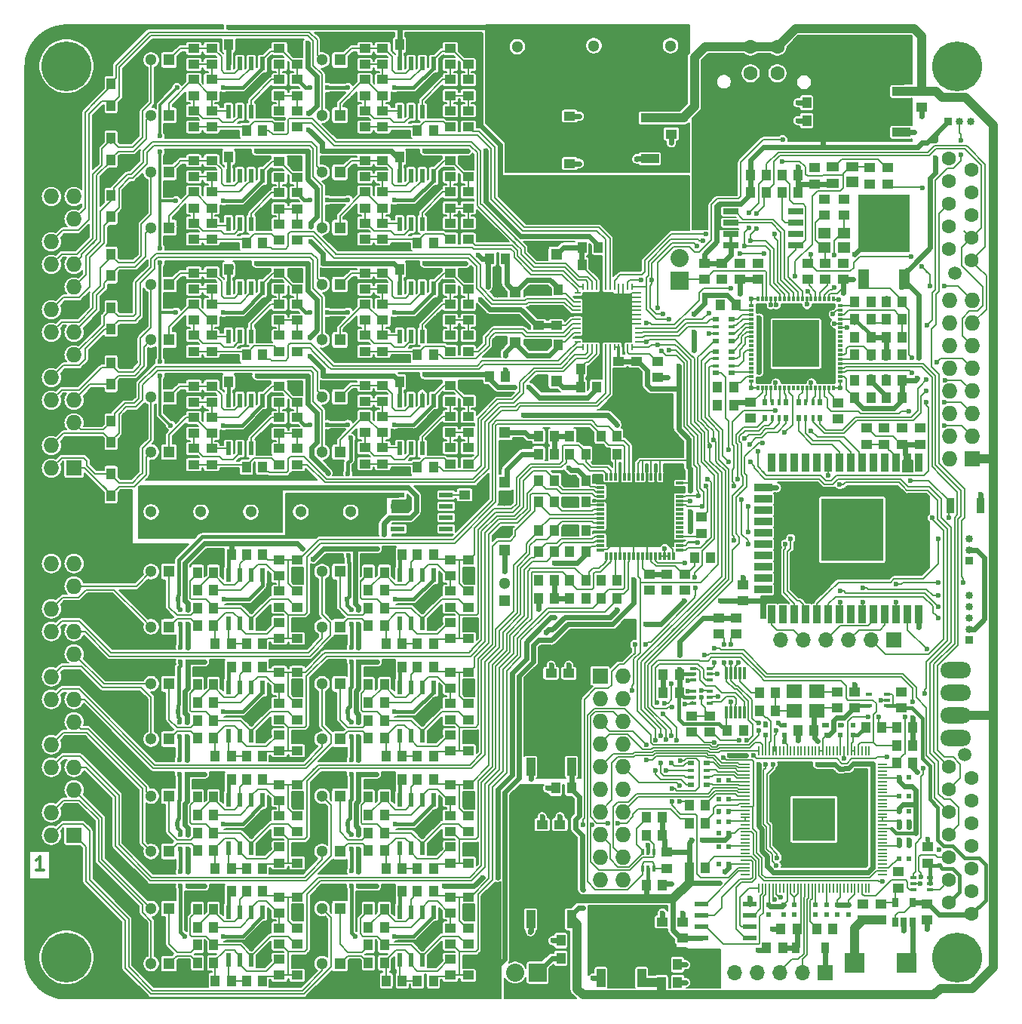
<source format=gtl>
G04 #@! TF.GenerationSoftware,KiCad,Pcbnew,(5.1.0-0)*
G04 #@! TF.CreationDate,2019-11-04T21:02:19+01:00*
G04 #@! TF.ProjectId,freeDSP-aurora,66726565-4453-4502-9d61-75726f72612e,rev?*
G04 #@! TF.SameCoordinates,Original*
G04 #@! TF.FileFunction,Copper,L1,Top*
G04 #@! TF.FilePolarity,Positive*
%FSLAX46Y46*%
G04 Gerber Fmt 4.6, Leading zero omitted, Abs format (unit mm)*
G04 Created by KiCad (PCBNEW (5.1.0-0)) date 2019-11-04 21:02:19*
%MOMM*%
%LPD*%
G04 APERTURE LIST*
%ADD10C,0.300000*%
%ADD11R,1.000000X1.300000*%
%ADD12R,0.600000X1.550000*%
%ADD13R,1.550000X0.600000*%
%ADD14R,1.300000X1.000000*%
%ADD15R,1.399540X1.198880*%
%ADD16R,1.399540X1.000760*%
%ADD17R,1.300000X1.300000*%
%ADD18C,1.300000*%
%ADD19O,3.500120X1.800860*%
%ADD20R,0.850000X0.850000*%
%ADD21C,0.850000*%
%ADD22C,1.600000*%
%ADD23C,1.500000*%
%ADD24R,1.727200X1.727200*%
%ADD25O,1.727200X1.727200*%
%ADD26R,2.032000X2.032000*%
%ADD27O,2.032000X2.032000*%
%ADD28R,3.657600X2.032000*%
%ADD29R,1.016000X2.032000*%
%ADD30R,2.032000X3.657600*%
%ADD31R,2.032000X1.016000*%
%ADD32R,0.900000X2.000000*%
%ADD33R,2.000000X0.900000*%
%ADD34R,7.000000X7.000000*%
%ADD35R,1.700000X1.500000*%
%ADD36R,1.400000X1.200000*%
%ADD37C,5.600000*%
%ADD38R,2.200000X2.200000*%
%ADD39R,0.300000X0.550000*%
%ADD40R,0.550000X0.300000*%
%ADD41R,5.250000X5.250000*%
%ADD42R,1.700000X0.650000*%
%ADD43R,5.100000X5.100000*%
%ADD44R,0.250000X0.700000*%
%ADD45R,0.700000X0.250000*%
%ADD46R,6.150000X6.150000*%
%ADD47R,0.300000X0.850000*%
%ADD48R,0.850000X0.300000*%
%ADD49R,4.800000X4.800000*%
%ADD50R,0.230000X1.000000*%
%ADD51R,1.000000X0.230000*%
%ADD52R,0.660400X0.406400*%
%ADD53R,0.910000X1.220000*%
%ADD54R,0.398780X0.749300*%
%ADD55R,0.650000X0.400000*%
%ADD56R,0.749300X0.398780*%
%ADD57R,0.300000X1.400000*%
%ADD58R,0.500000X0.800000*%
%ADD59R,0.400000X0.800000*%
%ADD60R,0.400000X0.790000*%
%ADD61R,0.500000X0.790000*%
%ADD62R,0.800000X0.500000*%
%ADD63R,0.800000X0.400000*%
%ADD64R,0.600000X0.500000*%
%ADD65R,0.500000X0.600000*%
%ADD66R,0.650000X1.060000*%
%ADD67R,1.700000X1.700000*%
%ADD68O,1.700000X1.700000*%
%ADD69R,1.200000X2.200000*%
%ADD70R,5.800000X6.400000*%
%ADD71R,0.900000X1.700000*%
%ADD72C,0.600000*%
%ADD73C,0.200000*%
%ADD74C,0.600000*%
%ADD75C,0.152400*%
%ADD76C,0.400000*%
%ADD77C,0.500000*%
%ADD78C,1.000000*%
%ADD79C,0.160000*%
%ADD80C,0.450000*%
%ADD81C,0.254000*%
G04 APERTURE END LIST*
D10*
X92428571Y-140178571D02*
X91571428Y-140178571D01*
X92000000Y-140178571D02*
X92000000Y-138678571D01*
X91857142Y-138892857D01*
X91714285Y-139035714D01*
X91571428Y-139107142D01*
D11*
X161900000Y-134300000D03*
X160100000Y-134300000D03*
D12*
X132395000Y-87500000D03*
X133665000Y-87500000D03*
X134935000Y-87500000D03*
X136205000Y-87500000D03*
X136205000Y-92900000D03*
X134935000Y-92900000D03*
X133665000Y-92900000D03*
X132395000Y-92900000D03*
X113195000Y-87500000D03*
X114465000Y-87500000D03*
X115735000Y-87500000D03*
X117005000Y-87500000D03*
X117005000Y-92900000D03*
X115735000Y-92900000D03*
X114465000Y-92900000D03*
X113195000Y-92900000D03*
X132395000Y-74900000D03*
X133665000Y-74900000D03*
X134935000Y-74900000D03*
X136205000Y-74900000D03*
X136205000Y-80300000D03*
X134935000Y-80300000D03*
X133665000Y-80300000D03*
X132395000Y-80300000D03*
X113195000Y-74900000D03*
X114465000Y-74900000D03*
X115735000Y-74900000D03*
X117005000Y-74900000D03*
X117005000Y-80300000D03*
X115735000Y-80300000D03*
X114465000Y-80300000D03*
X113195000Y-80300000D03*
X132395000Y-62300000D03*
X133665000Y-62300000D03*
X134935000Y-62300000D03*
X136205000Y-62300000D03*
X136205000Y-67700000D03*
X134935000Y-67700000D03*
X133665000Y-67700000D03*
X132395000Y-67700000D03*
X113195000Y-62300000D03*
X114465000Y-62300000D03*
X115735000Y-62300000D03*
X117005000Y-62300000D03*
X117005000Y-67700000D03*
X115735000Y-67700000D03*
X114465000Y-67700000D03*
X113195000Y-67700000D03*
X113195000Y-49700000D03*
X114465000Y-49700000D03*
X115735000Y-49700000D03*
X117005000Y-49700000D03*
X117005000Y-55100000D03*
X115735000Y-55100000D03*
X114465000Y-55100000D03*
X113195000Y-55100000D03*
X132395000Y-49700000D03*
X133665000Y-49700000D03*
X134935000Y-49700000D03*
X136205000Y-49700000D03*
X136205000Y-55100000D03*
X134935000Y-55100000D03*
X133665000Y-55100000D03*
X132395000Y-55100000D03*
X132395000Y-144900000D03*
X133665000Y-144900000D03*
X134935000Y-144900000D03*
X136205000Y-144900000D03*
X136205000Y-150300000D03*
X134935000Y-150300000D03*
X133665000Y-150300000D03*
X132395000Y-150300000D03*
X113195000Y-144900000D03*
X114465000Y-144900000D03*
X115735000Y-144900000D03*
X117005000Y-144900000D03*
X117005000Y-150300000D03*
X115735000Y-150300000D03*
X114465000Y-150300000D03*
X113195000Y-150300000D03*
X113195000Y-132300000D03*
X114465000Y-132300000D03*
X115735000Y-132300000D03*
X117005000Y-132300000D03*
X117005000Y-137700000D03*
X115735000Y-137700000D03*
X114465000Y-137700000D03*
X113195000Y-137700000D03*
X132395000Y-119700000D03*
X133665000Y-119700000D03*
X134935000Y-119700000D03*
X136205000Y-119700000D03*
X136205000Y-125100000D03*
X134935000Y-125100000D03*
X133665000Y-125100000D03*
X132395000Y-125100000D03*
X113195000Y-119700000D03*
X114465000Y-119700000D03*
X115735000Y-119700000D03*
X117005000Y-119700000D03*
X117005000Y-125100000D03*
X115735000Y-125100000D03*
X114465000Y-125100000D03*
X113195000Y-125100000D03*
X113195000Y-107100000D03*
X114465000Y-107100000D03*
X115735000Y-107100000D03*
X117005000Y-107100000D03*
X117005000Y-112500000D03*
X115735000Y-112500000D03*
X114465000Y-112500000D03*
X113195000Y-112500000D03*
X132395000Y-107100000D03*
X133665000Y-107100000D03*
X134935000Y-107100000D03*
X136205000Y-107100000D03*
X136205000Y-112500000D03*
X134935000Y-112500000D03*
X133665000Y-112500000D03*
X132395000Y-112500000D03*
X132395000Y-132300000D03*
X133665000Y-132300000D03*
X134935000Y-132300000D03*
X136205000Y-132300000D03*
X136205000Y-137700000D03*
X134935000Y-137700000D03*
X133665000Y-137700000D03*
X132395000Y-137700000D03*
D13*
X166300000Y-147805000D03*
X166300000Y-146535000D03*
X166300000Y-145265000D03*
X166300000Y-143995000D03*
X171700000Y-143995000D03*
X171700000Y-145265000D03*
X171700000Y-146535000D03*
X171700000Y-147805000D03*
X137600000Y-98095000D03*
X137600000Y-99365000D03*
X137600000Y-100635000D03*
X137600000Y-101905000D03*
X132200000Y-101905000D03*
X132200000Y-100635000D03*
X132200000Y-99365000D03*
X132200000Y-98095000D03*
D11*
X134400000Y-142600000D03*
X136200000Y-142600000D03*
D14*
X138100000Y-146700000D03*
X138100000Y-148500000D03*
D11*
X115200000Y-142600000D03*
X117000000Y-142600000D03*
D14*
X118900000Y-146700000D03*
X118900000Y-148500000D03*
X140100000Y-143200000D03*
X140100000Y-145000000D03*
X120900000Y-145000000D03*
X120900000Y-143200000D03*
D11*
X134400000Y-130000000D03*
X136200000Y-130000000D03*
D14*
X138100000Y-134100000D03*
X138100000Y-135900000D03*
X138100000Y-132400000D03*
X138100000Y-130600000D03*
X140100000Y-134100000D03*
X140100000Y-135900000D03*
X140100000Y-132400000D03*
X140100000Y-130600000D03*
D11*
X130700000Y-134000000D03*
X128900000Y-134000000D03*
X134400000Y-117400000D03*
X136200000Y-117400000D03*
D14*
X138100000Y-121500000D03*
X138100000Y-123300000D03*
D11*
X115200000Y-117400000D03*
X117000000Y-117400000D03*
D14*
X118900000Y-121500000D03*
X118900000Y-123300000D03*
X140100000Y-118000000D03*
X140100000Y-119800000D03*
X120900000Y-119800000D03*
X120900000Y-118000000D03*
D11*
X134400000Y-104800000D03*
X136200000Y-104800000D03*
D14*
X138100000Y-108900000D03*
X138100000Y-110700000D03*
X140100000Y-107200000D03*
X140100000Y-105400000D03*
X118900000Y-108900000D03*
X118900000Y-110700000D03*
X118900000Y-107200000D03*
X118900000Y-105400000D03*
D11*
X109700000Y-108800000D03*
X111500000Y-108800000D03*
X101800000Y-58100000D03*
X100000000Y-58100000D03*
D14*
X139700000Y-98100000D03*
X139700000Y-99900000D03*
X140100000Y-87600000D03*
X140100000Y-85800000D03*
X120900000Y-85900000D03*
X120900000Y-87700000D03*
X140100000Y-75000000D03*
X140100000Y-73200000D03*
X120900000Y-73200000D03*
X120900000Y-75000000D03*
X140100000Y-62400000D03*
X140100000Y-60600000D03*
X120900000Y-60700000D03*
X120900000Y-62500000D03*
X140100000Y-49800000D03*
X140100000Y-48000000D03*
X120900000Y-48000000D03*
X120900000Y-49800000D03*
D11*
X100000000Y-89800000D03*
X101800000Y-89800000D03*
X100000000Y-95700000D03*
X101800000Y-95700000D03*
X101800000Y-92200000D03*
X100000000Y-92200000D03*
X101800000Y-98200000D03*
X100000000Y-98200000D03*
X100000000Y-77100000D03*
X101800000Y-77100000D03*
X100000000Y-83300000D03*
X101800000Y-83300000D03*
X101800000Y-79500000D03*
X100000000Y-79500000D03*
X101800000Y-85700000D03*
X100000000Y-85700000D03*
X100000000Y-64500000D03*
X101800000Y-64500000D03*
X100000000Y-71100000D03*
X101800000Y-71100000D03*
X101800000Y-66900000D03*
X100000000Y-66900000D03*
X101800000Y-73500000D03*
X100000000Y-73500000D03*
X100000000Y-52000000D03*
X101800000Y-52000000D03*
X101800000Y-60500000D03*
X100000000Y-60500000D03*
X101800000Y-54400000D03*
X100000000Y-54400000D03*
D15*
X183199820Y-62969620D03*
D16*
X183199820Y-61250040D03*
X181000180Y-61250040D03*
X181000180Y-63149960D03*
D17*
X125700000Y-87100000D03*
D18*
X123700000Y-87100000D03*
D17*
X106500000Y-87100000D03*
D18*
X104500000Y-87100000D03*
D17*
X150000000Y-71100000D03*
D18*
X148000000Y-71100000D03*
D17*
X125700000Y-93300000D03*
D18*
X123700000Y-93300000D03*
D17*
X106500000Y-93300000D03*
D18*
X104500000Y-93300000D03*
D17*
X145400000Y-75300000D03*
D18*
X143400000Y-75300000D03*
D17*
X125700000Y-74500000D03*
D18*
X123700000Y-74500000D03*
D17*
X106500000Y-74500000D03*
D18*
X104500000Y-74500000D03*
D17*
X125700000Y-80700000D03*
D18*
X123700000Y-80700000D03*
D17*
X106500000Y-80700000D03*
D18*
X104500000Y-80700000D03*
D17*
X145400000Y-81000000D03*
D18*
X143400000Y-81000000D03*
D17*
X125700000Y-61900000D03*
D18*
X123700000Y-61900000D03*
D17*
X106500000Y-61900000D03*
D18*
X104500000Y-61900000D03*
D17*
X150000000Y-85300000D03*
D18*
X148000000Y-85300000D03*
D17*
X125700000Y-68100000D03*
D18*
X123700000Y-68100000D03*
D17*
X106500000Y-68100000D03*
D18*
X104500000Y-68100000D03*
D17*
X106500000Y-49300000D03*
D18*
X104500000Y-49300000D03*
D17*
X125700000Y-49300000D03*
D18*
X123700000Y-49300000D03*
D17*
X106500000Y-55500000D03*
D18*
X104500000Y-55500000D03*
D17*
X125700000Y-55500000D03*
D18*
X123700000Y-55500000D03*
D17*
X144200000Y-110000000D03*
D18*
X144200000Y-108000000D03*
D17*
X144200000Y-104300000D03*
D18*
X144200000Y-102300000D03*
D17*
X144200000Y-96700000D03*
D18*
X144200000Y-98700000D03*
D17*
X144200000Y-91100000D03*
D18*
X144200000Y-93100000D03*
X154200000Y-47700000D03*
D17*
X154200000Y-51200000D03*
D18*
X162800000Y-47700000D03*
D17*
X162800000Y-51200000D03*
D18*
X145600000Y-47800000D03*
D17*
X145600000Y-51300000D03*
D19*
X194800000Y-125400000D03*
X194800000Y-122860000D03*
X194800000Y-120320000D03*
X194800000Y-117780000D03*
D20*
X196300000Y-105500000D03*
D21*
X196300000Y-104250000D03*
X196300000Y-103000000D03*
D20*
X196300000Y-114400000D03*
D21*
X196300000Y-113150000D03*
X196300000Y-111900000D03*
X196300000Y-110650000D03*
X196300000Y-109400000D03*
D22*
X194060000Y-128630000D03*
X196600000Y-129900000D03*
X194060000Y-131170000D03*
X196600000Y-132440000D03*
X194060000Y-133710000D03*
X196600000Y-134980000D03*
X194060000Y-136250000D03*
X196600000Y-137520000D03*
X194060000Y-138790000D03*
X196600000Y-140060000D03*
X194060000Y-141330000D03*
X196600000Y-142600000D03*
X194060000Y-143870000D03*
X196600000Y-145140000D03*
D23*
X195860000Y-127230000D03*
D22*
X171800000Y-47800000D03*
X174800000Y-47800000D03*
X171800000Y-50800000D03*
X174800000Y-50800000D03*
D24*
X196700000Y-94080000D03*
D25*
X194160000Y-94080000D03*
X196700000Y-91540000D03*
X194160000Y-91540000D03*
X196700000Y-89000000D03*
X194160000Y-89000000D03*
X196700000Y-86460000D03*
X194160000Y-86460000D03*
X196700000Y-83920000D03*
X194160000Y-83920000D03*
X196700000Y-81380000D03*
X194160000Y-81380000D03*
X196700000Y-78840000D03*
X194160000Y-78840000D03*
X196700000Y-76300000D03*
X194160000Y-76300000D03*
D26*
X163800000Y-74100000D03*
D27*
X163800000Y-71560000D03*
D24*
X154900000Y-118400000D03*
D25*
X157440000Y-118400000D03*
X154900000Y-120940000D03*
X157440000Y-120940000D03*
X154900000Y-123480000D03*
X157440000Y-123480000D03*
X154900000Y-126020000D03*
X157440000Y-126020000D03*
X154900000Y-128560000D03*
X157440000Y-128560000D03*
X154900000Y-131100000D03*
X157440000Y-131100000D03*
X154900000Y-133640000D03*
X157440000Y-133640000D03*
X154900000Y-136180000D03*
X157440000Y-136180000D03*
X154900000Y-138720000D03*
X157440000Y-138720000D03*
X154900000Y-141260000D03*
X157440000Y-141260000D03*
D17*
X125700000Y-150700000D03*
D18*
X123700000Y-150700000D03*
D17*
X106500000Y-150700000D03*
D18*
X104500000Y-150700000D03*
D17*
X125700000Y-144500000D03*
D18*
X123700000Y-144500000D03*
D17*
X106500000Y-144500000D03*
D18*
X104500000Y-144500000D03*
D17*
X125700000Y-138100000D03*
D18*
X123700000Y-138100000D03*
D17*
X106500000Y-138100000D03*
D18*
X104500000Y-138100000D03*
D17*
X125700000Y-131900000D03*
D18*
X123700000Y-131900000D03*
D17*
X106500000Y-131900000D03*
D18*
X104500000Y-131900000D03*
D17*
X125700000Y-125500000D03*
D18*
X123700000Y-125500000D03*
D17*
X106500000Y-125500000D03*
D18*
X104500000Y-125500000D03*
D17*
X125700000Y-119300000D03*
D18*
X123700000Y-119300000D03*
D17*
X106500000Y-119300000D03*
D18*
X104500000Y-119300000D03*
D17*
X125700000Y-112900000D03*
D18*
X123700000Y-112900000D03*
D17*
X106500000Y-112900000D03*
D18*
X104500000Y-112900000D03*
D17*
X125700000Y-106700000D03*
D18*
X123700000Y-106700000D03*
D17*
X106500000Y-106700000D03*
D18*
X104500000Y-106700000D03*
D28*
X149400000Y-139098000D03*
D29*
X149400000Y-145702000D03*
X151686000Y-145702000D03*
X147114000Y-145702000D03*
D14*
X168200000Y-111900000D03*
X168200000Y-113700000D03*
X170200000Y-111900000D03*
X170200000Y-113700000D03*
D30*
X182098000Y-55114000D03*
D31*
X188702000Y-55114000D03*
X188702000Y-52828000D03*
X188702000Y-57400000D03*
D28*
X157300000Y-145698000D03*
D29*
X157300000Y-152302000D03*
X159586000Y-152302000D03*
X155014000Y-152302000D03*
D30*
X153898000Y-58100000D03*
D31*
X160502000Y-58100000D03*
X160502000Y-55814000D03*
X160502000Y-60386000D03*
D22*
X196570000Y-71815000D03*
X194030000Y-70545000D03*
X196570000Y-69275000D03*
X194030000Y-68005000D03*
X196570000Y-66735000D03*
X194030000Y-65465000D03*
X196570000Y-64195000D03*
X194030000Y-62925000D03*
X196570000Y-61655000D03*
X194030000Y-60385000D03*
D23*
X194770000Y-73215000D03*
D14*
X151500000Y-59100000D03*
X151500000Y-60900000D03*
X151500000Y-57400000D03*
X151500000Y-55600000D03*
X162900000Y-55800000D03*
X162900000Y-57600000D03*
X184800000Y-90600000D03*
X184800000Y-92400000D03*
D32*
X190700000Y-94500000D03*
X189430000Y-94500000D03*
X188160000Y-94500000D03*
X186890000Y-94500000D03*
X185620000Y-94500000D03*
X184350000Y-94500000D03*
X183080000Y-94500000D03*
X181810000Y-94500000D03*
X180540000Y-94500000D03*
X179270000Y-94500000D03*
X178000000Y-94500000D03*
X176730000Y-94500000D03*
X175460000Y-94500000D03*
X174190000Y-94500000D03*
D33*
X173190000Y-97285000D03*
X173190000Y-98555000D03*
X173190000Y-99825000D03*
X173190000Y-101095000D03*
X173190000Y-102365000D03*
X173190000Y-103635000D03*
X173190000Y-104905000D03*
X173190000Y-106175000D03*
X173190000Y-107445000D03*
X173190000Y-108715000D03*
D32*
X174190000Y-111500000D03*
X175460000Y-111500000D03*
X176730000Y-111500000D03*
X178000000Y-111500000D03*
X179270000Y-111500000D03*
X180540000Y-111500000D03*
X181810000Y-111500000D03*
X183080000Y-111500000D03*
X184350000Y-111500000D03*
X185620000Y-111500000D03*
X186890000Y-111500000D03*
X188160000Y-111500000D03*
X189430000Y-111500000D03*
X190700000Y-111500000D03*
D34*
X183200000Y-102000000D03*
D14*
X188800000Y-90600000D03*
X188800000Y-92400000D03*
X190800000Y-90600000D03*
X190800000Y-92400000D03*
X186800000Y-90600000D03*
X186800000Y-92400000D03*
D11*
X190000000Y-128200000D03*
X188200000Y-128200000D03*
X190000000Y-126200000D03*
X188200000Y-126200000D03*
D14*
X167200000Y-124700000D03*
X167200000Y-122900000D03*
X165200000Y-124700000D03*
X165200000Y-122900000D03*
D11*
X172800000Y-120300000D03*
X174600000Y-120300000D03*
X162000000Y-120300000D03*
X163800000Y-120300000D03*
X171000000Y-124500000D03*
X169200000Y-124500000D03*
X162000000Y-118300000D03*
X163800000Y-118300000D03*
D14*
X191700000Y-137600000D03*
X191700000Y-139400000D03*
X188400000Y-142200000D03*
X188400000Y-140400000D03*
X186400000Y-145800000D03*
X186400000Y-144000000D03*
X148400000Y-135100000D03*
X148400000Y-136900000D03*
D11*
X150500000Y-148100000D03*
X152300000Y-148100000D03*
D14*
X150400000Y-135100000D03*
X150400000Y-136900000D03*
D11*
X161900000Y-141900000D03*
X160100000Y-141900000D03*
D14*
X162400000Y-140000000D03*
X162400000Y-138200000D03*
D11*
X160100000Y-136300000D03*
X161900000Y-136300000D03*
D35*
X179270000Y-120100000D03*
X176730000Y-120100000D03*
X176730000Y-122300000D03*
X179270000Y-122300000D03*
D14*
X183500000Y-120200000D03*
X183500000Y-122000000D03*
X188700000Y-120200000D03*
X188700000Y-122000000D03*
D11*
X177100000Y-124500000D03*
X178900000Y-124500000D03*
X175200000Y-146800000D03*
X177000000Y-146800000D03*
X179200000Y-146800000D03*
X181000000Y-146800000D03*
X164900000Y-139900000D03*
X166700000Y-139900000D03*
X166700000Y-134900000D03*
X164900000Y-134900000D03*
X166700000Y-132900000D03*
X164900000Y-132900000D03*
X186500000Y-124200000D03*
X184700000Y-124200000D03*
X172800000Y-122300000D03*
X174600000Y-122300000D03*
D14*
X181500000Y-120200000D03*
X181500000Y-122000000D03*
X164200000Y-146000000D03*
X164200000Y-147800000D03*
D11*
X173600000Y-148900000D03*
X175400000Y-148900000D03*
X188200000Y-124200000D03*
X190000000Y-124200000D03*
X161800000Y-150800000D03*
X163600000Y-150800000D03*
X179900000Y-56100000D03*
X178100000Y-56100000D03*
D14*
X191000000Y-52800000D03*
X191000000Y-54600000D03*
D36*
X182300000Y-68700000D03*
X180100000Y-70300000D03*
X180100000Y-68700000D03*
X182300000Y-70300000D03*
D14*
X162400000Y-107000000D03*
X162400000Y-108800000D03*
D11*
X151500000Y-109700000D03*
X153300000Y-109700000D03*
X151500000Y-91500000D03*
X153300000Y-91500000D03*
D14*
X159000000Y-83100000D03*
X159000000Y-84900000D03*
X148000000Y-79100000D03*
X148000000Y-77300000D03*
D11*
X169900000Y-88000000D03*
X168100000Y-88000000D03*
D14*
X170600000Y-73900000D03*
X170600000Y-72100000D03*
D11*
X187000000Y-82400000D03*
X188800000Y-82400000D03*
X185300000Y-85200000D03*
X183500000Y-85200000D03*
D14*
X185200000Y-63200000D03*
X185200000Y-61400000D03*
X187200000Y-63200000D03*
X187200000Y-61400000D03*
D11*
X177100000Y-64200000D03*
X175300000Y-64200000D03*
X177100000Y-62200000D03*
X175300000Y-62200000D03*
X171800000Y-64200000D03*
X173600000Y-64200000D03*
X171800000Y-62200000D03*
X173600000Y-62200000D03*
D14*
X178200000Y-73900000D03*
X178200000Y-72100000D03*
X180200000Y-73900000D03*
X180200000Y-72100000D03*
X166600000Y-72100000D03*
X166600000Y-73900000D03*
D11*
X187000000Y-78400000D03*
X188800000Y-78400000D03*
X187000000Y-76400000D03*
X188800000Y-76400000D03*
X188800000Y-85200000D03*
X187000000Y-85200000D03*
X188800000Y-87200000D03*
X187000000Y-87200000D03*
D14*
X171800000Y-87700000D03*
X171800000Y-89500000D03*
D11*
X170200000Y-76800000D03*
X168400000Y-76800000D03*
X183500000Y-76400000D03*
X185300000Y-76400000D03*
X183500000Y-87200000D03*
X185300000Y-87200000D03*
D14*
X181600000Y-87800000D03*
X181600000Y-89600000D03*
D11*
X169900000Y-86000000D03*
X168100000Y-86000000D03*
D14*
X172600000Y-73900000D03*
X172600000Y-72100000D03*
X182200000Y-73900000D03*
X182200000Y-72100000D03*
X179000000Y-63200000D03*
X179000000Y-61400000D03*
X168600000Y-72100000D03*
X168600000Y-73900000D03*
X180100000Y-66700000D03*
X180100000Y-64900000D03*
X182300000Y-66700000D03*
X182300000Y-64900000D03*
D11*
X187000000Y-80400000D03*
X188800000Y-80400000D03*
X185300000Y-80400000D03*
X183500000Y-80400000D03*
X183500000Y-78400000D03*
X185300000Y-78400000D03*
X185300000Y-82400000D03*
X183500000Y-82400000D03*
X179900000Y-54100000D03*
X178100000Y-54100000D03*
D14*
X161900000Y-147800000D03*
X161900000Y-146000000D03*
D11*
X161800000Y-152800000D03*
X163600000Y-152800000D03*
D14*
X140100000Y-91100000D03*
X140100000Y-89300000D03*
X120900000Y-91200000D03*
X120900000Y-89400000D03*
X138100000Y-89300000D03*
X138100000Y-91100000D03*
X140100000Y-92800000D03*
X140100000Y-94600000D03*
X118900000Y-89400000D03*
X118900000Y-91200000D03*
X120900000Y-92900000D03*
X120900000Y-94700000D03*
X130500000Y-89300000D03*
X130500000Y-91100000D03*
X111300000Y-89400000D03*
X111300000Y-91200000D03*
X128500000Y-85800000D03*
X128500000Y-87600000D03*
X109300000Y-85900000D03*
X109300000Y-87700000D03*
X128500000Y-92800000D03*
X128500000Y-94600000D03*
X109300000Y-92900000D03*
X109300000Y-94700000D03*
D11*
X154700000Y-70300000D03*
X152900000Y-70300000D03*
D14*
X130500000Y-92800000D03*
X130500000Y-94600000D03*
D11*
X134400000Y-95000000D03*
X136200000Y-95000000D03*
D14*
X111300000Y-92900000D03*
X111300000Y-94700000D03*
D11*
X115200000Y-95000000D03*
X117000000Y-95000000D03*
D14*
X140100000Y-78500000D03*
X140100000Y-76700000D03*
D11*
X142500000Y-71600000D03*
X144300000Y-71600000D03*
D14*
X138100000Y-76700000D03*
X138100000Y-78500000D03*
X140100000Y-80200000D03*
X140100000Y-82000000D03*
X118900000Y-76700000D03*
X118900000Y-78500000D03*
X120900000Y-80200000D03*
X120900000Y-82000000D03*
X130500000Y-76700000D03*
X130500000Y-78500000D03*
X111300000Y-76700000D03*
X111300000Y-78500000D03*
X128500000Y-73200000D03*
X128500000Y-75000000D03*
X109300000Y-73200000D03*
X109300000Y-75000000D03*
X128500000Y-80200000D03*
X128500000Y-82000000D03*
X109300000Y-80200000D03*
X109300000Y-82000000D03*
X130500000Y-80200000D03*
X130500000Y-82000000D03*
D11*
X134400000Y-82400000D03*
X136200000Y-82400000D03*
D14*
X111300000Y-80200000D03*
X111300000Y-82000000D03*
D11*
X115200000Y-82400000D03*
X117000000Y-82400000D03*
X142500000Y-84800000D03*
X144300000Y-84800000D03*
D14*
X140100000Y-65900000D03*
X140100000Y-64100000D03*
X120900000Y-66000000D03*
X120900000Y-64200000D03*
X138100000Y-64100000D03*
X138100000Y-65900000D03*
X140100000Y-67600000D03*
X140100000Y-69400000D03*
X118900000Y-64200000D03*
X118900000Y-66000000D03*
X120900000Y-67700000D03*
X120900000Y-69500000D03*
X130500000Y-64100000D03*
X130500000Y-65900000D03*
X111300000Y-64100000D03*
X111300000Y-65900000D03*
X128500000Y-60600000D03*
X128500000Y-62400000D03*
X109300000Y-60600000D03*
X109300000Y-62400000D03*
D11*
X154500000Y-86000000D03*
X152700000Y-86000000D03*
D14*
X128500000Y-67600000D03*
X128500000Y-69400000D03*
X109300000Y-67600000D03*
X109300000Y-69400000D03*
X130500000Y-67600000D03*
X130500000Y-69400000D03*
D11*
X134400000Y-69800000D03*
X136200000Y-69800000D03*
D14*
X111300000Y-67600000D03*
X111300000Y-69400000D03*
D11*
X115200000Y-69800000D03*
X117000000Y-69800000D03*
D14*
X120900000Y-53300000D03*
X120900000Y-51500000D03*
X140100000Y-53300000D03*
X140100000Y-51500000D03*
X118900000Y-51500000D03*
X118900000Y-53300000D03*
X120900000Y-55000000D03*
X120900000Y-56800000D03*
X138100000Y-51500000D03*
X138100000Y-53300000D03*
X140100000Y-55000000D03*
X140100000Y-56800000D03*
X111300000Y-51500000D03*
X111300000Y-53300000D03*
X130500000Y-51500000D03*
X130500000Y-53300000D03*
X109300000Y-48000000D03*
X109300000Y-49800000D03*
X128500000Y-48000000D03*
X128500000Y-49800000D03*
X109300000Y-55000000D03*
X109300000Y-56800000D03*
X128500000Y-55000000D03*
X128500000Y-56800000D03*
X111300000Y-55000000D03*
X111300000Y-56800000D03*
D11*
X115200000Y-57200000D03*
X117000000Y-57200000D03*
D14*
X130500000Y-55000000D03*
X130500000Y-56800000D03*
D11*
X134400000Y-57200000D03*
X136200000Y-57200000D03*
X132400000Y-85400000D03*
X134200000Y-85400000D03*
X113200000Y-85400000D03*
X115000000Y-85400000D03*
X132400000Y-72800000D03*
X134200000Y-72800000D03*
X113200000Y-72800000D03*
X115000000Y-72800000D03*
X132400000Y-60200000D03*
X134200000Y-60200000D03*
X113200000Y-60200000D03*
X115000000Y-60200000D03*
X113200000Y-47600000D03*
X115000000Y-47600000D03*
X132400000Y-47600000D03*
X134200000Y-47600000D03*
D14*
X157000000Y-83100000D03*
X157000000Y-84900000D03*
X138100000Y-87600000D03*
X138100000Y-85800000D03*
X118900000Y-87700000D03*
X118900000Y-85900000D03*
X138100000Y-94600000D03*
X138100000Y-92800000D03*
X118900000Y-94700000D03*
X118900000Y-92900000D03*
D11*
X152900000Y-72300000D03*
X154700000Y-72300000D03*
D14*
X130500000Y-85800000D03*
X130500000Y-87600000D03*
X111300000Y-85900000D03*
X111300000Y-87700000D03*
X128500000Y-89300000D03*
X128500000Y-91100000D03*
X109300000Y-89400000D03*
X109300000Y-91200000D03*
D11*
X150200000Y-75100000D03*
X148400000Y-75100000D03*
D14*
X138100000Y-75000000D03*
X138100000Y-73200000D03*
X118900000Y-75000000D03*
X118900000Y-73200000D03*
X138100000Y-82000000D03*
X138100000Y-80200000D03*
X118900000Y-82000000D03*
X118900000Y-80200000D03*
X150000000Y-79100000D03*
X150000000Y-77300000D03*
X130500000Y-73200000D03*
X130500000Y-75000000D03*
X111300000Y-73200000D03*
X111300000Y-75000000D03*
X128500000Y-76700000D03*
X128500000Y-78500000D03*
X109300000Y-76700000D03*
X109300000Y-78500000D03*
D11*
X150200000Y-81300000D03*
X148400000Y-81300000D03*
D14*
X138100000Y-62400000D03*
X138100000Y-60600000D03*
X118900000Y-62500000D03*
X118900000Y-60700000D03*
X138100000Y-69400000D03*
X138100000Y-67600000D03*
X118900000Y-69500000D03*
X118900000Y-67700000D03*
D11*
X152700000Y-84000000D03*
X154500000Y-84000000D03*
D14*
X130500000Y-60600000D03*
X130500000Y-62400000D03*
X111300000Y-60600000D03*
X111300000Y-62400000D03*
X128500000Y-64100000D03*
X128500000Y-65900000D03*
X109300000Y-64100000D03*
X109300000Y-65900000D03*
X161400000Y-83100000D03*
X161400000Y-84900000D03*
X118900000Y-49800000D03*
X118900000Y-48000000D03*
X138100000Y-49800000D03*
X138100000Y-48000000D03*
X118900000Y-56800000D03*
X118900000Y-55000000D03*
X138100000Y-56800000D03*
X138100000Y-55000000D03*
X111300000Y-48000000D03*
X111300000Y-49800000D03*
X130500000Y-48000000D03*
X130500000Y-49800000D03*
X109300000Y-51500000D03*
X109300000Y-53300000D03*
X128500000Y-51500000D03*
X128500000Y-53300000D03*
X138100000Y-143200000D03*
X138100000Y-145000000D03*
X118900000Y-143200000D03*
X118900000Y-145000000D03*
X140100000Y-146700000D03*
X140100000Y-148500000D03*
X120900000Y-146700000D03*
X120900000Y-148500000D03*
D11*
X128900000Y-148600000D03*
X130700000Y-148600000D03*
X109700000Y-148600000D03*
X111500000Y-148600000D03*
X136200000Y-152600000D03*
X134400000Y-152600000D03*
X117000000Y-152600000D03*
X115200000Y-152600000D03*
X128900000Y-150600000D03*
X130700000Y-150600000D03*
X109700000Y-150600000D03*
X111500000Y-150600000D03*
D14*
X138100000Y-152000000D03*
X138100000Y-150200000D03*
X118900000Y-152000000D03*
X118900000Y-150200000D03*
D11*
X128900000Y-136000000D03*
X130700000Y-136000000D03*
X136200000Y-140000000D03*
X134400000Y-140000000D03*
X128900000Y-138000000D03*
X130700000Y-138000000D03*
D14*
X138100000Y-139400000D03*
X138100000Y-137600000D03*
D11*
X117000000Y-130000000D03*
X115200000Y-130000000D03*
D14*
X118900000Y-134100000D03*
X118900000Y-135900000D03*
D11*
X148000000Y-109700000D03*
X149800000Y-109700000D03*
D14*
X118900000Y-130600000D03*
X118900000Y-132400000D03*
X120900000Y-134100000D03*
X120900000Y-135900000D03*
D11*
X109700000Y-136000000D03*
X111500000Y-136000000D03*
X117000000Y-140000000D03*
X115200000Y-140000000D03*
X109700000Y-138000000D03*
X111500000Y-138000000D03*
D14*
X118900000Y-139400000D03*
X118900000Y-137600000D03*
X166300000Y-100600000D03*
X166300000Y-102400000D03*
D11*
X148000000Y-107700000D03*
X149800000Y-107700000D03*
D14*
X138100000Y-118000000D03*
X138100000Y-119800000D03*
X118900000Y-118000000D03*
X118900000Y-119800000D03*
X140100000Y-121500000D03*
X140100000Y-123300000D03*
X120900000Y-121500000D03*
X120900000Y-123300000D03*
D11*
X128900000Y-123400000D03*
X130700000Y-123400000D03*
X109700000Y-123400000D03*
X111500000Y-123400000D03*
X148000000Y-93500000D03*
X149800000Y-93500000D03*
X136200000Y-127400000D03*
X134400000Y-127400000D03*
X117000000Y-127400000D03*
X115200000Y-127400000D03*
X128900000Y-125400000D03*
X130700000Y-125400000D03*
X109700000Y-125400000D03*
X111500000Y-125400000D03*
D14*
X138100000Y-126800000D03*
X138100000Y-125000000D03*
X118900000Y-126800000D03*
X118900000Y-125000000D03*
D11*
X148000000Y-91500000D03*
X149800000Y-91500000D03*
D14*
X138100000Y-105400000D03*
X138100000Y-107200000D03*
D11*
X117000000Y-104800000D03*
X115200000Y-104800000D03*
D14*
X140100000Y-108900000D03*
X140100000Y-110700000D03*
X120900000Y-108900000D03*
X120900000Y-110700000D03*
D11*
X128900000Y-110800000D03*
X130700000Y-110800000D03*
X109700000Y-110800000D03*
X111500000Y-110800000D03*
X136200000Y-114800000D03*
X134400000Y-114800000D03*
X117000000Y-114800000D03*
X115200000Y-114800000D03*
X128900000Y-112800000D03*
X130700000Y-112800000D03*
X109700000Y-112800000D03*
X111500000Y-112800000D03*
D14*
X138100000Y-114200000D03*
X138100000Y-112400000D03*
X118900000Y-114200000D03*
X118900000Y-112400000D03*
D11*
X132700000Y-142600000D03*
X130900000Y-142600000D03*
X113500000Y-142600000D03*
X111700000Y-142600000D03*
X132700000Y-130000000D03*
X130900000Y-130000000D03*
X113500000Y-130000000D03*
X111700000Y-130000000D03*
X132700000Y-117400000D03*
X130900000Y-117400000D03*
X113500000Y-117400000D03*
X111700000Y-117400000D03*
X132700000Y-104800000D03*
X130900000Y-104800000D03*
X113500000Y-104800000D03*
X111700000Y-104800000D03*
X128900000Y-146600000D03*
X130700000Y-146600000D03*
X109700000Y-146600000D03*
X111500000Y-146600000D03*
X156800000Y-109700000D03*
X155000000Y-109700000D03*
X151500000Y-107700000D03*
X153300000Y-107700000D03*
X128900000Y-144600000D03*
X130700000Y-144600000D03*
X109700000Y-144600000D03*
X111500000Y-144600000D03*
D14*
X160400000Y-107000000D03*
X160400000Y-108800000D03*
D11*
X153300000Y-104500000D03*
X151500000Y-104500000D03*
X153300000Y-96500000D03*
X151500000Y-96500000D03*
D14*
X140100000Y-152000000D03*
X140100000Y-150200000D03*
X120900000Y-152000000D03*
X120900000Y-150200000D03*
D11*
X130900000Y-152600000D03*
X132700000Y-152600000D03*
X111700000Y-152600000D03*
X113500000Y-152600000D03*
X149800000Y-104500000D03*
X148000000Y-104500000D03*
X128900000Y-132000000D03*
X130700000Y-132000000D03*
X165500000Y-105100000D03*
X167300000Y-105100000D03*
D14*
X164400000Y-107000000D03*
X164400000Y-108800000D03*
X140100000Y-139400000D03*
X140100000Y-137600000D03*
D11*
X130900000Y-140000000D03*
X132700000Y-140000000D03*
D14*
X120900000Y-132400000D03*
X120900000Y-130600000D03*
D11*
X109700000Y-134000000D03*
X111500000Y-134000000D03*
X156800000Y-107700000D03*
X155000000Y-107700000D03*
X149800000Y-102100000D03*
X148000000Y-102100000D03*
X109700000Y-132000000D03*
X111500000Y-132000000D03*
D14*
X120900000Y-139400000D03*
X120900000Y-137600000D03*
D11*
X111700000Y-140000000D03*
X113500000Y-140000000D03*
X153300000Y-102100000D03*
X151500000Y-102100000D03*
X128900000Y-121400000D03*
X130700000Y-121400000D03*
X109700000Y-121400000D03*
X111500000Y-121400000D03*
X153300000Y-98900000D03*
X151500000Y-98900000D03*
X148000000Y-98900000D03*
X149800000Y-98900000D03*
X148000000Y-96500000D03*
X149800000Y-96500000D03*
X128900000Y-119400000D03*
X130700000Y-119400000D03*
X109700000Y-119400000D03*
X111500000Y-119400000D03*
D14*
X140100000Y-126800000D03*
X140100000Y-125000000D03*
X120900000Y-126800000D03*
X120900000Y-125000000D03*
D11*
X156800000Y-93500000D03*
X155000000Y-93500000D03*
X130900000Y-127400000D03*
X132700000Y-127400000D03*
X111700000Y-127400000D03*
X113500000Y-127400000D03*
X128900000Y-108800000D03*
X130700000Y-108800000D03*
D14*
X120900000Y-107200000D03*
X120900000Y-105400000D03*
D11*
X151500000Y-93500000D03*
X153300000Y-93500000D03*
X109700000Y-106800000D03*
X111500000Y-106800000D03*
X128900000Y-106800000D03*
X130700000Y-106800000D03*
X111700000Y-114800000D03*
X113500000Y-114800000D03*
D14*
X140100000Y-114200000D03*
X140100000Y-112400000D03*
X120900000Y-114200000D03*
X120900000Y-112400000D03*
D11*
X130900000Y-114800000D03*
X132700000Y-114800000D03*
X155000000Y-91500000D03*
X156800000Y-91500000D03*
D37*
X95000000Y-150000000D03*
X195000000Y-150000000D03*
X195000000Y-50000000D03*
X95000000Y-50000000D03*
D14*
X184400000Y-145800000D03*
X184400000Y-144000000D03*
D38*
X189300000Y-150600000D03*
X183500000Y-150600000D03*
D14*
X120900000Y-78500000D03*
X120900000Y-76700000D03*
X149400000Y-118100000D03*
X149400000Y-119900000D03*
X151400000Y-118100000D03*
X151400000Y-119900000D03*
X170900000Y-108200000D03*
X170900000Y-110000000D03*
D29*
X147114000Y-128602000D03*
X151686000Y-128602000D03*
X149400000Y-128602000D03*
D28*
X149400000Y-121998000D03*
D11*
X149900000Y-131000000D03*
X151700000Y-131000000D03*
D21*
X196500000Y-56200000D03*
X195250000Y-56200000D03*
D20*
X194000000Y-56200000D03*
D11*
X150500000Y-150100000D03*
X152300000Y-150100000D03*
D27*
X145360000Y-151700000D03*
D26*
X147900000Y-151700000D03*
D18*
X126900000Y-100000000D03*
D17*
X128900000Y-100000000D03*
D18*
X121300000Y-100000000D03*
D17*
X123300000Y-100000000D03*
D18*
X115700000Y-100000000D03*
D17*
X117700000Y-100000000D03*
D18*
X110100000Y-100000000D03*
D17*
X112100000Y-100000000D03*
D18*
X104500000Y-100000000D03*
D17*
X106500000Y-100000000D03*
D14*
X191600000Y-145800000D03*
X191600000Y-144000000D03*
D25*
X93310000Y-105800000D03*
X95850000Y-105800000D03*
X93310000Y-108340000D03*
X95850000Y-108340000D03*
X93310000Y-110880000D03*
X95850000Y-110880000D03*
X93310000Y-113420000D03*
X95850000Y-113420000D03*
X93310000Y-115960000D03*
X95850000Y-115960000D03*
X93310000Y-118500000D03*
X95850000Y-118500000D03*
X93310000Y-121040000D03*
X95850000Y-121040000D03*
X93310000Y-123580000D03*
X95850000Y-123580000D03*
X93310000Y-126120000D03*
X95850000Y-126120000D03*
X93310000Y-128660000D03*
X95850000Y-128660000D03*
X93310000Y-131200000D03*
X95850000Y-131200000D03*
X93310000Y-133740000D03*
X95850000Y-133740000D03*
X93310000Y-136280000D03*
D24*
X95850000Y-136280000D03*
D25*
X93310000Y-64620000D03*
X95850000Y-64620000D03*
X93310000Y-67160000D03*
X95850000Y-67160000D03*
X93310000Y-69700000D03*
X95850000Y-69700000D03*
X93310000Y-72240000D03*
X95850000Y-72240000D03*
X93310000Y-74780000D03*
X95850000Y-74780000D03*
X93310000Y-77320000D03*
X95850000Y-77320000D03*
X93310000Y-79860000D03*
X95850000Y-79860000D03*
X93310000Y-82400000D03*
X95850000Y-82400000D03*
X93310000Y-84940000D03*
X95850000Y-84940000D03*
X93310000Y-87480000D03*
X95850000Y-87480000D03*
X93310000Y-90020000D03*
X95850000Y-90020000D03*
X93310000Y-92560000D03*
X95850000Y-92560000D03*
X93310000Y-95100000D03*
D24*
X95850000Y-95100000D03*
D39*
X181100000Y-86100000D03*
X180600000Y-86100000D03*
X180100000Y-86100000D03*
X179600000Y-86100000D03*
X179100000Y-86100000D03*
X178600000Y-86100000D03*
X178100000Y-86100000D03*
X177600000Y-86100000D03*
X177100000Y-86100000D03*
X176600000Y-86100000D03*
X176100000Y-86100000D03*
X175600000Y-86100000D03*
X175100000Y-86100000D03*
X174600000Y-86100000D03*
X174100000Y-86100000D03*
X173600000Y-86100000D03*
X173100000Y-86100000D03*
X172600000Y-86100000D03*
D40*
X171850000Y-85350000D03*
X171850000Y-84850000D03*
X171850000Y-84350000D03*
X171850000Y-83850000D03*
X171850000Y-83350000D03*
X171850000Y-82850000D03*
X171850000Y-82350000D03*
X171850000Y-81850000D03*
X171850000Y-81350000D03*
X171850000Y-80850000D03*
X171850000Y-80350000D03*
X171850000Y-79850000D03*
X171850000Y-79350000D03*
X171850000Y-78850000D03*
X171850000Y-78350000D03*
X171850000Y-77850000D03*
X171850000Y-77350000D03*
X171850000Y-76850000D03*
D39*
X172600000Y-76100000D03*
X173100000Y-76100000D03*
X173600000Y-76100000D03*
X174100000Y-76100000D03*
X174600000Y-76100000D03*
X175100000Y-76100000D03*
X175600000Y-76100000D03*
X176100000Y-76100000D03*
X176600000Y-76100000D03*
X177100000Y-76100000D03*
X177600000Y-76100000D03*
X178100000Y-76100000D03*
X178600000Y-76100000D03*
X179100000Y-76100000D03*
X179600000Y-76100000D03*
X180100000Y-76100000D03*
X180600000Y-76100000D03*
X181100000Y-76100000D03*
D40*
X181850000Y-76850000D03*
X181850000Y-77350000D03*
X181850000Y-77850000D03*
X181850000Y-78350000D03*
X181850000Y-78850000D03*
X181850000Y-79350000D03*
X181850000Y-79850000D03*
X181850000Y-80350000D03*
X181850000Y-80850000D03*
X181850000Y-81350000D03*
X181850000Y-81850000D03*
X181850000Y-82350000D03*
X181850000Y-82850000D03*
X181850000Y-83350000D03*
X181850000Y-83850000D03*
X181850000Y-84350000D03*
X181850000Y-84850000D03*
X181850000Y-85350000D03*
D41*
X176850000Y-81100000D03*
D42*
X169550000Y-70105000D03*
X169550000Y-68835000D03*
X169550000Y-67565000D03*
X169550000Y-66295000D03*
X176850000Y-66295000D03*
X176850000Y-67565000D03*
X176850000Y-68835000D03*
X176850000Y-70105000D03*
D43*
X155756250Y-78156250D03*
D44*
X158506250Y-81556250D03*
X158006250Y-81556250D03*
X157506250Y-81556250D03*
X157006250Y-81556250D03*
X156506250Y-81556250D03*
X156006250Y-81556250D03*
X155506250Y-81556250D03*
X155006250Y-81556250D03*
X154506250Y-81556250D03*
X154006250Y-81556250D03*
X153506250Y-81556250D03*
X153006250Y-81556250D03*
D45*
X152356250Y-80906250D03*
X152356250Y-80406250D03*
X152356250Y-79906250D03*
X152356250Y-79406250D03*
X152356250Y-78906250D03*
X152356250Y-78406250D03*
X152356250Y-77906250D03*
X152356250Y-77406250D03*
X152356250Y-76906250D03*
X152356250Y-76406250D03*
X152356250Y-75906250D03*
X152356250Y-75406250D03*
D44*
X153006250Y-74756250D03*
X153506250Y-74756250D03*
X154006250Y-74756250D03*
X154506250Y-74756250D03*
X155006250Y-74756250D03*
X155506250Y-74756250D03*
X156006250Y-74756250D03*
X156506250Y-74756250D03*
X157006250Y-74756250D03*
X157506250Y-74756250D03*
X158006250Y-74756250D03*
X158506250Y-74756250D03*
D45*
X159156250Y-75406250D03*
X159156250Y-75906250D03*
X159156250Y-76406250D03*
X159156250Y-76906250D03*
X159156250Y-77406250D03*
X159156250Y-77906250D03*
X159156250Y-78406250D03*
X159156250Y-78906250D03*
X159156250Y-79406250D03*
X159156250Y-79906250D03*
X159156250Y-80406250D03*
X159156250Y-80906250D03*
D46*
X159400000Y-100500000D03*
D47*
X155650000Y-96050000D03*
X156150000Y-96050000D03*
X156650000Y-96050000D03*
X157150000Y-96050000D03*
X157650000Y-96050000D03*
X158150000Y-96050000D03*
X158650000Y-96050000D03*
X159150000Y-96050000D03*
X159650000Y-96050000D03*
X160150000Y-96050000D03*
X160650000Y-96050000D03*
X161150000Y-96050000D03*
X161650000Y-96050000D03*
X162150000Y-96050000D03*
X162650000Y-96050000D03*
X163150000Y-96050000D03*
D48*
X163850000Y-96750000D03*
X163850000Y-97250000D03*
X163850000Y-97750000D03*
X163850000Y-98250000D03*
X163850000Y-98750000D03*
X163850000Y-99250000D03*
X163850000Y-99750000D03*
X163850000Y-100250000D03*
X163850000Y-100750000D03*
X163850000Y-101250000D03*
X163850000Y-101750000D03*
X163850000Y-102250000D03*
X163850000Y-102750000D03*
X163850000Y-103250000D03*
X163850000Y-103750000D03*
X163850000Y-104250000D03*
D47*
X163150000Y-104950000D03*
X162650000Y-104950000D03*
X162150000Y-104950000D03*
X161650000Y-104950000D03*
X161150000Y-104950000D03*
X160650000Y-104950000D03*
X160150000Y-104950000D03*
X159650000Y-104950000D03*
X159150000Y-104950000D03*
X158650000Y-104950000D03*
X158150000Y-104950000D03*
X157650000Y-104950000D03*
X157150000Y-104950000D03*
X156650000Y-104950000D03*
X156150000Y-104950000D03*
X155650000Y-104950000D03*
D48*
X154950000Y-104250000D03*
X154950000Y-103750000D03*
X154950000Y-103250000D03*
X154950000Y-102750000D03*
X154950000Y-102250000D03*
X154950000Y-101750000D03*
X154950000Y-101250000D03*
X154950000Y-100750000D03*
X154950000Y-100250000D03*
X154950000Y-99750000D03*
X154950000Y-99250000D03*
X154950000Y-98750000D03*
X154950000Y-98250000D03*
X154950000Y-97750000D03*
X154950000Y-97250000D03*
X154950000Y-96750000D03*
D49*
X178900000Y-134500000D03*
X178900000Y-134500000D03*
D50*
X172700000Y-126800000D03*
X173100000Y-126800000D03*
X173500000Y-126800000D03*
X173900000Y-126800000D03*
X174300000Y-126800000D03*
X174700000Y-126800000D03*
X175100000Y-126800000D03*
X175500000Y-126800000D03*
X175900000Y-126800000D03*
X176300000Y-126800000D03*
X176700000Y-126800000D03*
X177100000Y-126800000D03*
X177500000Y-126800000D03*
X177900000Y-126800000D03*
X178300000Y-126800000D03*
X178700000Y-126800000D03*
X179100000Y-126800000D03*
X179500000Y-126800000D03*
X179900000Y-126800000D03*
X180300000Y-126800000D03*
X180700000Y-126800000D03*
X181100000Y-126800000D03*
X181500000Y-126800000D03*
X181900000Y-126800000D03*
X182300000Y-126800000D03*
X182700000Y-126800000D03*
X183100000Y-126800000D03*
X183500000Y-126800000D03*
X183900000Y-126800000D03*
X184300000Y-126800000D03*
X184700000Y-126800000D03*
X185100000Y-126800000D03*
D51*
X186600000Y-128300000D03*
X186600000Y-128700000D03*
X186600000Y-129100000D03*
X186600000Y-129500000D03*
X186600000Y-129900000D03*
X186600000Y-130300000D03*
X186600000Y-130700000D03*
X186600000Y-131100000D03*
X186600000Y-131500000D03*
X186600000Y-131900000D03*
X186600000Y-132300000D03*
X186600000Y-132700000D03*
X186600000Y-133100000D03*
X186600000Y-133500000D03*
X186600000Y-133900000D03*
X186600000Y-134300000D03*
X186600000Y-134700000D03*
X186600000Y-135100000D03*
X186600000Y-135500000D03*
X186600000Y-135900000D03*
X186600000Y-136300000D03*
X186600000Y-136700000D03*
X186600000Y-137100000D03*
X186600000Y-137500000D03*
X186600000Y-137900000D03*
X186600000Y-138300000D03*
X186600000Y-138700000D03*
X186600000Y-139100000D03*
X186600000Y-139500000D03*
X186600000Y-139900000D03*
X186600000Y-140300000D03*
X186600000Y-140700000D03*
D50*
X185100000Y-142200000D03*
X184700000Y-142200000D03*
X184300000Y-142200000D03*
X183900000Y-142200000D03*
X183500000Y-142200000D03*
X183100000Y-142200000D03*
X182700000Y-142200000D03*
X182300000Y-142200000D03*
X181900000Y-142200000D03*
X181500000Y-142200000D03*
X181100000Y-142200000D03*
X180700000Y-142200000D03*
X180300000Y-142200000D03*
X179900000Y-142200000D03*
X179500000Y-142200000D03*
X179100000Y-142200000D03*
X178700000Y-142200000D03*
X178300000Y-142200000D03*
X177900000Y-142200000D03*
X177500000Y-142200000D03*
X177100000Y-142200000D03*
X176700000Y-142200000D03*
X176300000Y-142200000D03*
X175900000Y-142200000D03*
X175500000Y-142200000D03*
X175100000Y-142200000D03*
X174700000Y-142200000D03*
X174300000Y-142200000D03*
X173900000Y-142200000D03*
X173500000Y-142200000D03*
X173100000Y-142200000D03*
X172700000Y-142200000D03*
D51*
X171200000Y-140700000D03*
X171200000Y-140300000D03*
X171200000Y-139900000D03*
X171200000Y-139500000D03*
X171200000Y-139100000D03*
X171200000Y-138700000D03*
X171200000Y-138300000D03*
X171200000Y-137900000D03*
X171200000Y-137500000D03*
X171200000Y-137100000D03*
X171200000Y-136700000D03*
X171200000Y-136300000D03*
X171200000Y-135900000D03*
X171200000Y-135500000D03*
X171200000Y-135100000D03*
X171200000Y-134700000D03*
X171200000Y-134300000D03*
X171200000Y-133900000D03*
X171200000Y-133500000D03*
X171200000Y-133100000D03*
X171200000Y-132700000D03*
X171200000Y-132300000D03*
X171200000Y-131900000D03*
X171200000Y-131500000D03*
X171200000Y-131100000D03*
X171200000Y-130700000D03*
X171200000Y-130300000D03*
X171200000Y-129900000D03*
X171200000Y-129500000D03*
X171200000Y-129100000D03*
X171200000Y-128700000D03*
X171200000Y-128300000D03*
D52*
X185084000Y-121760400D03*
X185084000Y-120439600D03*
X187116000Y-121100000D03*
X187116000Y-120439600D03*
X187116000Y-121760400D03*
D53*
X180135000Y-148900000D03*
X176865000Y-148900000D03*
D54*
X160950240Y-138150040D03*
X160300000Y-138150040D03*
X159649760Y-138150040D03*
X159649760Y-140049960D03*
X160300000Y-140049960D03*
X160950240Y-140049960D03*
D55*
X190050000Y-141050000D03*
X190050000Y-142350000D03*
X191950000Y-141700000D03*
X190050000Y-141700000D03*
X191950000Y-142350000D03*
X191950000Y-141050000D03*
D56*
X167249960Y-118850240D03*
X167249960Y-118200000D03*
X167249960Y-117549760D03*
X165350040Y-117549760D03*
X165350040Y-118200000D03*
X165350040Y-118850240D03*
X167249960Y-121450243D03*
X167249960Y-120800003D03*
X167249960Y-120149763D03*
X165350040Y-120149763D03*
X165350040Y-120800003D03*
X165350040Y-121450243D03*
D57*
X169100000Y-122500000D03*
X169600000Y-122500000D03*
X170100000Y-122500000D03*
X170600000Y-122500000D03*
X171100000Y-122500000D03*
X171100000Y-118100000D03*
X170600000Y-118100000D03*
X170100000Y-118100000D03*
X169600000Y-118100000D03*
X169100000Y-118100000D03*
D58*
X179600000Y-87700000D03*
D59*
X178000000Y-87700000D03*
D60*
X178800000Y-87700000D03*
D61*
X177200000Y-87700000D03*
D60*
X178800000Y-89500000D03*
D58*
X179600000Y-89500000D03*
D59*
X178000000Y-89500000D03*
D61*
X177200000Y-89500000D03*
X175800000Y-87700000D03*
D59*
X174200000Y-87700000D03*
X175000000Y-87700000D03*
D58*
X173400000Y-87700000D03*
D59*
X175000000Y-89500000D03*
D61*
X175800000Y-89500000D03*
D59*
X174200000Y-89500000D03*
D58*
X173400000Y-89500000D03*
D62*
X169700000Y-84400000D03*
D63*
X169700000Y-82800000D03*
X169700000Y-83600000D03*
D62*
X169700000Y-82000000D03*
D63*
X167900000Y-83600000D03*
D62*
X167900000Y-84400000D03*
D63*
X167900000Y-82800000D03*
D62*
X167900000Y-82000000D03*
X169700000Y-80800000D03*
D63*
X169700000Y-79200000D03*
X169700000Y-80000000D03*
D62*
X169700000Y-78400000D03*
D63*
X167900000Y-80000000D03*
D62*
X167900000Y-80800000D03*
D63*
X167900000Y-79200000D03*
D62*
X167900000Y-78400000D03*
D64*
X169350000Y-133600000D03*
X168250000Y-133600000D03*
X169350000Y-132200000D03*
X168250000Y-132200000D03*
X169350000Y-134800000D03*
X168250000Y-134800000D03*
X169350000Y-137600000D03*
X168250000Y-137600000D03*
D65*
X173800000Y-144050000D03*
X173800000Y-145150000D03*
X175500000Y-144050000D03*
X175500000Y-145150000D03*
X179100000Y-144050000D03*
X179100000Y-145150000D03*
X181500000Y-144050000D03*
X181500000Y-145150000D03*
X182800000Y-144050000D03*
X182800000Y-145150000D03*
D64*
X188450000Y-137400000D03*
X189550000Y-137400000D03*
X188450000Y-134800000D03*
X189550000Y-134800000D03*
X188450000Y-131900000D03*
X189550000Y-131900000D03*
D65*
X183300000Y-125050000D03*
X183300000Y-123950000D03*
X175600000Y-125050000D03*
X175600000Y-123950000D03*
D64*
X169350000Y-130100000D03*
X168250000Y-130100000D03*
X169350000Y-136000000D03*
X168250000Y-136000000D03*
X169350000Y-139500000D03*
X168250000Y-139500000D03*
D65*
X176700000Y-144050000D03*
X176700000Y-145150000D03*
X180300000Y-144050000D03*
X180300000Y-145150000D03*
D64*
X188450000Y-138900000D03*
X189550000Y-138900000D03*
X188450000Y-133600000D03*
X189550000Y-133600000D03*
X188450000Y-129800000D03*
X189550000Y-129800000D03*
D65*
X181900000Y-125050000D03*
X181900000Y-123950000D03*
X180300000Y-125050000D03*
X180300000Y-123950000D03*
X173500000Y-125050000D03*
X173500000Y-123950000D03*
D62*
X165100000Y-128200000D03*
D63*
X165100000Y-129800000D03*
X165100000Y-129000000D03*
D62*
X165100000Y-130600000D03*
D63*
X166900000Y-129000000D03*
D62*
X166900000Y-128200000D03*
D63*
X166900000Y-129800000D03*
D62*
X166900000Y-130600000D03*
D66*
X188050000Y-146000000D03*
X189000000Y-146000000D03*
X189950000Y-146000000D03*
X189950000Y-143800000D03*
X188050000Y-143800000D03*
D67*
X187900000Y-114400000D03*
D68*
X185360000Y-114400000D03*
X182820000Y-114400000D03*
X180280000Y-114400000D03*
X177740000Y-114400000D03*
X175200000Y-114400000D03*
D67*
X180180000Y-151700000D03*
D68*
X177640000Y-151700000D03*
X175100000Y-151700000D03*
X172560000Y-151700000D03*
X170020000Y-151700000D03*
D69*
X184520000Y-73900000D03*
X189080000Y-73900000D03*
D70*
X186800000Y-67600000D03*
D71*
X197600000Y-99300000D03*
X194200000Y-99300000D03*
D72*
X191000000Y-55600000D03*
X170400001Y-116899999D03*
X171000000Y-124500000D03*
X181030987Y-77798789D03*
X181700000Y-76199998D03*
X174700000Y-97300000D03*
X177100000Y-54100000D03*
X177100000Y-56100000D03*
X154800000Y-73400000D03*
X162900000Y-141700000D03*
X191600000Y-146800000D03*
X189000000Y-147000000D03*
X184700000Y-143800000D03*
X174200000Y-146800000D03*
X152600000Y-55600000D03*
X152600000Y-60900000D03*
X162900000Y-58600000D03*
X159000000Y-60400000D03*
X162400000Y-108800000D03*
X164400000Y-108800000D03*
X167300000Y-105100000D03*
X170600000Y-72100000D03*
X183500000Y-82400000D03*
X160400000Y-108800000D03*
X151500000Y-96500000D03*
X151500000Y-98900000D03*
X153300000Y-91500000D03*
X155000000Y-93500000D03*
X151500000Y-104500000D03*
X153300000Y-109700000D03*
X155000000Y-107700000D03*
X148000000Y-77300000D03*
X179000000Y-61400000D03*
X185200000Y-63200000D03*
X183199820Y-62969620D03*
X180100000Y-68700000D03*
X182300000Y-70300000D03*
X171850000Y-86100000D03*
X181850000Y-86100000D03*
X168100000Y-88000000D03*
X171850000Y-76100000D03*
X174066398Y-76765227D03*
X174628351Y-76759484D03*
X178100066Y-76732139D03*
X181217903Y-78849976D03*
X150000000Y-77300000D03*
X157000000Y-85800000D03*
X159000000Y-85800000D03*
X181600000Y-89600000D03*
X171800000Y-89500000D03*
X168400000Y-76800000D03*
X168100000Y-86000000D03*
X183500000Y-85200000D03*
X188800000Y-82400000D03*
X185300000Y-76400000D03*
X183500000Y-80400000D03*
X182200000Y-72100000D03*
X180100000Y-64900000D03*
X182300000Y-64900000D03*
X168600000Y-73900000D03*
X176850000Y-66295000D03*
X172600000Y-72100000D03*
X168131734Y-120750240D03*
X162000000Y-119300000D03*
X168100000Y-118200000D03*
X169600000Y-121300000D03*
X164200000Y-145000000D03*
X182290646Y-127658730D03*
X168250000Y-130100000D03*
X182000000Y-123950000D03*
X183300000Y-123950000D03*
X189550000Y-138900000D03*
X189550000Y-133600000D03*
X189550000Y-131900000D03*
X189550000Y-129800000D03*
X180100000Y-123900000D03*
X174900000Y-123700000D03*
X173500000Y-123800000D03*
X168250000Y-137600000D03*
X168250000Y-136000000D03*
X168250000Y-134800000D03*
X168250000Y-132200000D03*
X168250000Y-133700000D03*
X179100000Y-145150000D03*
X180300000Y-145150000D03*
X181500000Y-145150000D03*
X182800000Y-145150000D03*
X168250000Y-139500000D03*
X171700000Y-143300000D03*
X176700000Y-145150000D03*
X175500000Y-145150000D03*
X173800000Y-145150000D03*
X181000000Y-146800000D03*
X172600000Y-149200000D03*
X177100000Y-125600000D03*
X183500000Y-119400000D03*
X190000000Y-125200000D03*
X190000000Y-123100000D03*
X190500000Y-129200000D03*
X160285595Y-137416807D03*
X185300000Y-87200000D03*
X189550000Y-136800000D03*
X189550000Y-135400000D03*
X117000000Y-66500000D03*
X117000000Y-79100000D03*
X117005000Y-91700000D03*
X136200000Y-66500000D03*
X136200000Y-79100000D03*
X136205000Y-91700000D03*
X117005000Y-53900000D03*
X136205000Y-53900000D03*
X120900000Y-73200000D03*
X120900000Y-60700000D03*
X120900000Y-48000000D03*
X134200000Y-47600000D03*
X140100000Y-48000000D03*
X115000000Y-60200000D03*
X115000000Y-85400000D03*
X120900000Y-85900000D03*
X115000000Y-72800000D03*
X120900000Y-107200000D03*
X120900000Y-112400000D03*
X117700000Y-112500000D03*
X111700000Y-104800000D03*
X140100000Y-107200000D03*
X140100000Y-112400000D03*
X136949998Y-112500000D03*
X140100000Y-119800000D03*
X140100000Y-125000000D03*
X136949998Y-125100000D03*
X130900000Y-117400000D03*
X117749998Y-125100000D03*
X120900000Y-125000000D03*
X120900000Y-119800000D03*
X130900000Y-130000000D03*
X140100000Y-132400000D03*
X140100000Y-137600000D03*
X136949998Y-137700000D03*
X120900000Y-137600000D03*
X120900000Y-132400000D03*
X111700000Y-130000000D03*
X117749998Y-137700000D03*
X111700000Y-142600000D03*
X120900000Y-145000000D03*
X120900000Y-150200000D03*
X117749998Y-150300000D03*
X140100000Y-145000000D03*
X130900000Y-142600000D03*
X136949998Y-150300000D03*
X140100000Y-150200000D03*
X154800000Y-82900000D03*
X140100000Y-85800000D03*
X135100000Y-85400000D03*
X148400000Y-81300000D03*
X135086863Y-72900000D03*
X140100000Y-73200000D03*
X148400000Y-75100000D03*
X140100000Y-60600000D03*
X135086863Y-60300000D03*
X115900000Y-47600000D03*
X102700000Y-54400000D03*
X101900000Y-50900000D03*
X102700000Y-60500000D03*
X102700000Y-64500000D03*
X102700000Y-66900000D03*
X102700000Y-57900000D03*
X102700000Y-71100000D03*
X101800000Y-76000000D03*
X102700000Y-79500000D03*
X151500000Y-102100000D03*
X102700000Y-83100000D03*
X102700000Y-89800000D03*
X102700000Y-92200000D03*
X102700000Y-95600000D03*
X102700000Y-95600000D03*
X111700000Y-117400000D03*
X141800010Y-152099990D03*
X149400000Y-117200000D03*
X151400000Y-117200000D03*
X149000000Y-131000000D03*
X147114000Y-129986000D03*
X186800000Y-90600000D03*
X188800000Y-90600000D03*
X190800000Y-90600000D03*
X190700000Y-94500000D03*
X197600000Y-98000000D03*
X176730000Y-120100000D03*
X190700000Y-112900000D03*
X190200000Y-57400000D03*
X164500000Y-150800000D03*
X148400000Y-134200000D03*
X150400000Y-134200000D03*
X147100000Y-147100000D03*
X186400000Y-121100000D03*
X188700000Y-120200000D03*
X163150000Y-94850000D03*
X162500000Y-84900000D03*
X164500000Y-152800000D03*
X161900000Y-145000000D03*
X154100000Y-152300000D03*
X149600000Y-148100000D03*
X139700000Y-100800000D03*
X133465000Y-99365000D03*
X130900000Y-104800000D03*
X101800000Y-99300000D03*
X101800000Y-74600000D03*
X101800000Y-86800000D03*
X158688696Y-107609401D03*
X115743236Y-111168234D03*
X117400000Y-108900000D03*
X115729265Y-123770735D03*
X117134975Y-121034975D03*
X115743236Y-136368234D03*
X117034975Y-133734975D03*
X115729265Y-148970735D03*
X117134975Y-146234975D03*
X134955735Y-148955735D03*
X136284975Y-146284975D03*
X134943236Y-136368234D03*
X136284975Y-133684975D03*
X134955735Y-123755735D03*
X136284975Y-121084975D03*
X134943236Y-111168234D03*
X136300000Y-108500000D03*
X156606250Y-72900000D03*
X141500000Y-46375010D03*
X112700000Y-53600000D03*
X117400000Y-51100000D03*
X112700000Y-66200000D03*
X117400000Y-63700000D03*
X112700000Y-78800000D03*
X117400000Y-76300000D03*
X117400000Y-88900000D03*
X112700000Y-91400000D03*
X136600000Y-88900000D03*
X131900000Y-91400000D03*
X136600000Y-76300000D03*
X131900000Y-78800000D03*
X136600000Y-63700000D03*
X131900000Y-66200000D03*
X131900000Y-53600000D03*
X136600000Y-51100000D03*
X108000000Y-53600000D03*
X108000000Y-66200000D03*
X108000000Y-78800000D03*
X108000000Y-91400000D03*
X127200000Y-78800000D03*
X127200000Y-66200000D03*
X127200000Y-53600000D03*
X126000000Y-51700000D03*
X126000000Y-64300000D03*
X126000000Y-76900000D03*
X106700000Y-76800000D03*
X106700000Y-64200000D03*
X106800000Y-51700000D03*
X108000000Y-59500000D03*
X108000000Y-72100000D03*
X108000000Y-84700000D03*
X108000000Y-86800000D03*
X131900000Y-95200000D03*
X124700000Y-91900000D03*
X124800000Y-89300000D03*
X124700000Y-140400000D03*
X124700000Y-127800000D03*
X124700000Y-115199990D03*
X190800000Y-141700000D03*
X188400000Y-140400000D03*
X191700000Y-136700000D03*
X159400000Y-100500000D03*
X160700000Y-100500000D03*
X162000000Y-100500000D03*
X158100000Y-100500000D03*
X156800000Y-100500000D03*
X159400000Y-101800000D03*
X159400000Y-103100000D03*
X159400000Y-99200000D03*
X159400000Y-97900000D03*
X158100000Y-99200000D03*
X156800000Y-99200000D03*
X160700000Y-99200000D03*
X162000000Y-99200000D03*
X160700000Y-97900000D03*
X158100000Y-97900000D03*
X156800000Y-97900000D03*
X162000000Y-97900000D03*
X162000000Y-101800000D03*
X156800000Y-101800000D03*
X158100000Y-101800000D03*
X160700000Y-101800000D03*
X156800000Y-103100000D03*
X162000000Y-103100000D03*
X160700000Y-103100000D03*
X158100000Y-103100000D03*
X155756250Y-78156250D03*
X155756250Y-79156250D03*
X155756250Y-80156250D03*
X155756250Y-77156250D03*
X155756250Y-76156250D03*
X154756250Y-80156250D03*
X154756250Y-78156250D03*
X154756250Y-77156250D03*
X154756250Y-79156250D03*
X154756250Y-76156250D03*
X153756250Y-77156250D03*
X153756250Y-80156250D03*
X153756250Y-76156250D03*
X153756250Y-78156250D03*
X153756250Y-79156250D03*
X156756250Y-80156250D03*
X156756250Y-78156250D03*
X156756250Y-77156250D03*
X156756250Y-79156250D03*
X156756250Y-76156250D03*
X157756250Y-80156250D03*
X157756250Y-79156250D03*
X157756250Y-78156250D03*
X157756250Y-77156250D03*
X157756250Y-76156250D03*
X175850000Y-80100000D03*
X174850000Y-81100000D03*
X175850000Y-83100000D03*
X174850000Y-79100000D03*
X175850000Y-79100000D03*
X174850000Y-80100000D03*
X174850000Y-82100000D03*
X176850000Y-83100000D03*
X175850000Y-81100000D03*
X174850000Y-83100000D03*
X175850000Y-82100000D03*
X176850000Y-81100000D03*
X178850000Y-81100000D03*
X178850000Y-79100000D03*
X178850000Y-82100000D03*
X178850000Y-80100000D03*
X178850000Y-83100000D03*
X176850000Y-80100000D03*
X177850000Y-83100000D03*
X177850000Y-82100000D03*
X176850000Y-82100000D03*
X177850000Y-81100000D03*
X177850000Y-80100000D03*
X177850000Y-79100000D03*
X176850000Y-79100000D03*
X183200000Y-102000000D03*
X182200000Y-102000000D03*
X181200000Y-102000000D03*
X184200000Y-102000000D03*
X185200000Y-102000000D03*
X181200000Y-101000000D03*
X182200000Y-101000000D03*
X185200000Y-101000000D03*
X183200000Y-101000000D03*
X184200000Y-101000000D03*
X184200000Y-100000000D03*
X185200000Y-100000000D03*
X182200000Y-100000000D03*
X183200000Y-100000000D03*
X181200000Y-100000000D03*
X181200000Y-103000000D03*
X182200000Y-103000000D03*
X185200000Y-103000000D03*
X183200000Y-103000000D03*
X184200000Y-103000000D03*
X183200000Y-104000000D03*
X182200000Y-104000000D03*
X181200000Y-104000000D03*
X184200000Y-104000000D03*
X185200000Y-104000000D03*
X178900000Y-134500000D03*
X177900000Y-134500000D03*
X176900000Y-134500000D03*
X179900000Y-134500000D03*
X180900000Y-134500000D03*
X178900000Y-135500000D03*
X179900000Y-135500000D03*
X180900000Y-135500000D03*
X176900000Y-135500000D03*
X177900000Y-135500000D03*
X176900000Y-136500000D03*
X177900000Y-136500000D03*
X180900000Y-136500000D03*
X179900000Y-136500000D03*
X178900000Y-136500000D03*
X178900000Y-133500000D03*
X179900000Y-133500000D03*
X180900000Y-133500000D03*
X176900000Y-133500000D03*
X177900000Y-133500000D03*
X179900000Y-132500000D03*
X180900000Y-132500000D03*
X176900000Y-132500000D03*
X178900000Y-132500000D03*
X177900000Y-132500000D03*
X170900000Y-107300000D03*
X156800000Y-93500000D03*
X156800000Y-90200000D03*
X146300000Y-89149989D03*
X153300000Y-98900000D03*
X153300000Y-102100000D03*
X148000000Y-107700000D03*
X144200000Y-106700000D03*
X156800000Y-107700000D03*
X148000000Y-109700000D03*
X148000000Y-110900000D03*
X156800000Y-111000000D03*
X148810601Y-113510601D03*
X153300000Y-96500000D03*
X149800000Y-107700000D03*
X116372369Y-84700000D03*
X116300000Y-72100000D03*
X116316674Y-59515083D03*
X122051328Y-59500000D03*
X123701338Y-59500000D03*
X122100000Y-72100000D03*
X122300000Y-80400000D03*
X122200000Y-57100000D03*
X122190128Y-55300000D03*
X123750010Y-72100000D03*
X122400000Y-69700000D03*
X122400000Y-68000000D03*
X122100000Y-84700010D03*
X113200000Y-85400000D03*
X113200000Y-72800000D03*
X113200000Y-60200000D03*
X123750010Y-84700000D03*
X122300000Y-82500000D03*
X131400000Y-84700000D03*
X135200000Y-84600000D03*
X146900031Y-86000000D03*
X131400000Y-72100000D03*
X135200000Y-72100000D03*
X131450002Y-59500000D03*
X135200000Y-59500000D03*
X140025735Y-59500000D03*
X142098603Y-59493234D03*
X149800000Y-93500000D03*
X151360272Y-95043959D03*
X149800000Y-105749989D03*
X129902503Y-104100020D03*
X132700000Y-117400000D03*
X132700000Y-104800000D03*
X129900000Y-116800000D03*
X129800000Y-129400010D03*
X132700000Y-130000000D03*
X129800000Y-142000010D03*
X132700000Y-142600000D03*
X110500000Y-116800010D03*
X113500000Y-117400000D03*
X127800000Y-110999990D03*
X127800000Y-112600000D03*
X127800000Y-115199990D03*
X127800000Y-116800000D03*
X127800000Y-123599990D03*
X127800000Y-125200000D03*
X127800000Y-127799990D03*
X127800000Y-129400010D03*
X127800000Y-136199990D03*
X127800000Y-137800000D03*
X127800000Y-140400000D03*
X127800000Y-142000010D03*
X108600000Y-110999990D03*
X108600000Y-112600000D03*
X108600000Y-115200000D03*
X108600000Y-116800010D03*
X108500000Y-129400010D03*
X108500000Y-127800000D03*
X108500000Y-125200000D03*
X108500000Y-123600000D03*
X110500000Y-129400010D03*
X113500000Y-130000000D03*
X108600000Y-136199990D03*
X108600000Y-137800000D03*
X108600000Y-140400000D03*
X108600000Y-142000010D03*
X110500000Y-142000010D03*
X113500000Y-142600000D03*
X121500000Y-104100000D03*
X122700000Y-105300000D03*
X124369261Y-95630729D03*
X124400020Y-104100020D03*
X149800000Y-109700000D03*
X149800000Y-111800000D03*
X137400000Y-142000010D03*
X141707114Y-141007114D03*
X151500000Y-91500000D03*
X151500000Y-87150000D03*
X124369261Y-97300000D03*
X130600000Y-102500000D03*
X113200000Y-45575010D03*
X113200000Y-47600000D03*
X122092886Y-47407113D03*
X122075010Y-45575010D03*
X141202115Y-71197885D03*
X139820736Y-72099990D03*
X141489885Y-76210115D03*
X142282446Y-74739919D03*
X145300020Y-85999980D03*
X143400040Y-141000000D03*
X177100000Y-61300000D03*
X165400000Y-79800000D03*
X165400000Y-77799980D03*
X162175735Y-104124265D03*
X162400000Y-107000000D03*
X188800000Y-74800000D03*
X187000000Y-76400000D03*
X183500000Y-76400000D03*
X171800000Y-87700000D03*
X172700000Y-84300000D03*
X172700000Y-78200000D03*
X170200000Y-76800000D03*
X190500000Y-85000000D03*
X190701003Y-82700000D03*
X192500000Y-58284989D03*
X192500000Y-60300000D03*
X177100000Y-59049074D03*
X165000000Y-102150000D03*
X165000000Y-100000011D03*
X165000000Y-97600000D03*
X165000000Y-98800000D03*
X165417367Y-81882633D03*
X166600000Y-72100000D03*
X166600000Y-75649999D03*
X163699930Y-83600000D03*
X168000000Y-68800000D03*
X166799990Y-68800000D03*
X144300000Y-84050021D03*
X144300000Y-82450011D03*
X167800000Y-153000000D03*
X153000000Y-142400000D03*
X153000000Y-144400000D03*
X166349931Y-99400000D03*
X171500000Y-99400000D03*
X176300000Y-103000000D03*
X171500000Y-102300000D03*
X162600001Y-81850567D03*
X171765687Y-69600000D03*
X166451464Y-69551464D03*
X162600001Y-78400000D03*
X172500000Y-68200000D03*
X172500000Y-66500000D03*
X170800000Y-98601105D03*
X171500000Y-103600000D03*
X175700052Y-103600000D03*
X165949921Y-98200000D03*
X161802946Y-81919150D03*
X171100000Y-70200000D03*
X165800000Y-70200000D03*
X159534301Y-74000000D03*
X160734301Y-74000000D03*
X162000001Y-77800000D03*
X171600000Y-66473235D03*
X171600000Y-68165000D03*
X180900000Y-77000000D03*
X182200000Y-75400000D03*
X183487984Y-71087984D03*
X183300000Y-73900000D03*
X170600000Y-75500000D03*
X172700000Y-85200000D03*
X172700000Y-77000000D03*
X181000000Y-85200000D03*
X169900000Y-86000000D03*
X181400000Y-87700000D03*
X175378984Y-60649649D03*
X161400000Y-81228037D03*
X152950000Y-135141482D03*
X165568480Y-108500000D03*
X165560858Y-107300000D03*
X154037469Y-135141482D03*
X164400000Y-105700000D03*
X176800000Y-73550000D03*
X178225735Y-75274265D03*
X160000000Y-114900000D03*
X158800000Y-114900000D03*
X175400000Y-58249074D03*
X161391444Y-77142915D03*
X191129979Y-63628817D03*
X195700000Y-107900000D03*
X192899960Y-107900000D03*
X188160000Y-110099999D03*
X188160000Y-108099979D03*
X178600000Y-90900000D03*
X178600060Y-85467867D03*
X193560010Y-90300000D03*
X189600000Y-88750021D03*
X193560010Y-87700000D03*
X169349989Y-93000309D03*
X191550011Y-87700000D03*
X172615599Y-93215599D03*
X193600010Y-85200000D03*
X191550011Y-86400000D03*
X192700000Y-83200000D03*
X191550011Y-85159048D03*
X131800000Y-65000000D03*
X126600000Y-65000000D03*
X124300000Y-65000000D03*
X131800000Y-77600000D03*
X126600000Y-77600000D03*
X124300000Y-77600000D03*
X131800000Y-90200000D03*
X126600000Y-90200000D03*
X124300000Y-90200000D03*
X112600000Y-90300000D03*
X106700735Y-90300735D03*
X112600000Y-65100000D03*
X107300000Y-65100000D03*
X112600000Y-77600000D03*
X107300000Y-77600000D03*
X105500000Y-83100000D03*
X122300000Y-65000000D03*
X122300000Y-77600000D03*
X105500000Y-70400000D03*
X105500000Y-72050010D03*
X131800000Y-52400000D03*
X126600000Y-52400000D03*
X124300000Y-52400000D03*
X122300000Y-52400000D03*
X112600000Y-52400000D03*
X107400735Y-52400735D03*
X105500000Y-59600000D03*
X105500000Y-57849981D03*
X105500000Y-84700000D03*
X131900000Y-109800000D03*
X126500000Y-109800000D03*
X127000000Y-110999990D03*
X127000000Y-112600000D03*
X127000000Y-115199990D03*
X127000000Y-116800000D03*
X126999999Y-123599990D03*
X127000000Y-125200000D03*
X127000000Y-127800000D03*
X127000000Y-129400010D03*
X126999999Y-136199990D03*
X127000000Y-137800000D03*
X127000000Y-140300000D03*
X127000000Y-142000010D03*
X131800000Y-147600000D03*
X127400000Y-147600000D03*
X131900000Y-135000000D03*
X126600000Y-135000000D03*
X131800000Y-122400000D03*
X126600000Y-122400000D03*
X126650011Y-104900020D03*
X126600000Y-95699990D03*
X126900000Y-91700000D03*
X112700000Y-109800000D03*
X107499989Y-109800000D03*
X107799999Y-110999990D03*
X107800000Y-112600000D03*
X107800000Y-115200000D03*
X107800000Y-116800010D03*
X107699997Y-123600000D03*
X107700000Y-125200000D03*
X107700000Y-127800000D03*
X107700000Y-129400010D03*
X112600000Y-122400000D03*
X107499989Y-122400021D03*
X112600000Y-147600000D03*
X108300000Y-147600000D03*
X107799999Y-142000010D03*
X107800000Y-140400000D03*
X107800000Y-137800000D03*
X107799997Y-136199990D03*
X112600000Y-135000000D03*
X107400000Y-135000000D03*
X122299990Y-90200000D03*
X126650011Y-102449989D03*
X126600000Y-98100000D03*
X174600000Y-88600000D03*
X174599934Y-85467861D03*
X166749941Y-97100000D03*
X169949989Y-97100000D03*
X170349999Y-96300000D03*
X167000000Y-96300000D03*
X165883585Y-103445349D03*
X169949989Y-103200000D03*
X167100000Y-80000000D03*
X167100000Y-77700000D03*
X191600000Y-79100000D03*
X182600000Y-79350000D03*
X195400000Y-59900000D03*
X195400000Y-58284989D03*
X185300000Y-84800000D03*
X185300002Y-82750000D03*
X187000000Y-84800000D03*
X187000001Y-82750000D03*
X181200000Y-74800000D03*
X181200000Y-71200000D03*
X189900000Y-82700000D03*
X189900000Y-84400000D03*
X174500000Y-68835000D03*
X176300000Y-68835000D03*
X174180020Y-132200000D03*
X174400000Y-134800000D03*
X174800000Y-137600000D03*
X176000000Y-139699990D03*
X183620235Y-129025045D03*
X175900000Y-128300000D03*
X182800000Y-139346270D03*
X182800000Y-144050000D03*
X184400000Y-145800000D03*
X179100000Y-139300000D03*
X175600000Y-125800000D03*
X173500000Y-125050000D03*
X169350000Y-132200000D03*
X169350000Y-134800000D03*
X169350000Y-137600000D03*
X175500000Y-144050000D03*
X179100000Y-144050000D03*
X183300000Y-125050000D03*
X184700000Y-131900000D03*
X188450000Y-131900000D03*
X188450000Y-136800000D03*
X188450000Y-135400000D03*
X184700000Y-135400000D03*
X176760000Y-140459990D03*
X180300002Y-140459990D03*
X173040010Y-136000000D03*
X168327565Y-141627565D03*
X168900000Y-140400000D03*
X165200000Y-136800000D03*
X166400000Y-136800000D03*
X172700000Y-128300000D03*
X171300000Y-127316823D03*
X169456739Y-127316823D03*
X169200000Y-124800000D03*
X181265820Y-128300000D03*
X179300000Y-128300000D03*
X179300000Y-125700000D03*
X185500000Y-138900000D03*
X188450000Y-138900000D03*
X172700000Y-133700000D03*
X172700000Y-130100000D03*
X169350000Y-133700000D03*
X169350000Y-136000000D03*
X181900000Y-125050000D03*
X169350000Y-130100000D03*
X176700000Y-144100000D03*
X180300000Y-144050000D03*
X193000000Y-139700000D03*
X190350001Y-136020002D03*
X192910502Y-137866455D03*
X188450000Y-129800000D03*
X185500000Y-129800000D03*
X163800000Y-117650369D03*
X163800000Y-116050359D03*
X172700000Y-124500000D03*
X174676200Y-124500000D03*
X160100000Y-126100000D03*
X160100000Y-127850000D03*
X167700000Y-125843160D03*
X168738796Y-127541914D03*
X163800000Y-130707591D03*
X163800000Y-132500000D03*
X155800000Y-134900000D03*
X156900000Y-134900000D03*
X161936567Y-122650003D03*
X163000000Y-131060001D03*
X163000574Y-132524811D03*
X163900000Y-127950000D03*
X163514579Y-125612149D03*
X161299990Y-121408254D03*
X164800001Y-118900000D03*
X166650000Y-116100000D03*
X189100000Y-123000000D03*
X190016233Y-121311482D03*
X162975000Y-121900000D03*
X164400000Y-121600000D03*
X170500000Y-125642403D03*
X172100000Y-127336950D03*
X187100000Y-127500000D03*
X191200000Y-128800000D03*
X191929989Y-74700000D03*
X193529999Y-74700000D03*
X190965686Y-72465686D03*
X189834314Y-71334314D03*
X178600000Y-71100000D03*
X158499950Y-120000000D03*
X162099917Y-121450002D03*
X162900000Y-119300000D03*
X166300000Y-120000000D03*
X169600000Y-74900000D03*
X160100000Y-78800000D03*
X160100000Y-80906250D03*
X170600000Y-71000000D03*
X173300000Y-71000000D03*
X175621765Y-91121765D03*
X162900000Y-125100000D03*
X173110237Y-92296696D03*
X162900000Y-128189999D03*
X190931519Y-140910883D03*
X186580734Y-141480734D03*
X167700000Y-116900000D03*
X167700000Y-115299989D03*
X161700000Y-125100000D03*
X171150019Y-91800001D03*
X167650021Y-91900000D03*
X161699999Y-128200000D03*
X161099999Y-125600000D03*
X171700000Y-92400001D03*
X167250011Y-92592815D03*
X161099999Y-129000000D03*
X162299999Y-125571197D03*
X162299999Y-129000000D03*
X192899960Y-103000000D03*
X192899960Y-111900000D03*
X181820000Y-110100000D03*
X192886377Y-110613623D03*
X181820000Y-108899998D03*
X184360000Y-110099999D03*
X192899960Y-109400000D03*
X184360000Y-108499989D03*
X191349910Y-120400000D03*
X180540000Y-95900000D03*
X181800810Y-96941420D03*
X191560683Y-115360683D03*
X171750019Y-94400000D03*
X169349989Y-94400000D03*
X174463686Y-143455646D03*
X174768647Y-138800000D03*
X174300006Y-128300000D03*
X172700000Y-123699997D03*
X169600000Y-116900000D03*
X169600000Y-114899980D03*
X175200000Y-143200000D03*
X174700000Y-139699990D03*
X171400000Y-125610002D03*
X173500003Y-128300000D03*
X168799997Y-116900000D03*
X168799997Y-114899979D03*
X185000000Y-123000000D03*
X186200000Y-123000000D03*
X166300000Y-120800003D03*
X164800000Y-120100000D03*
X189700000Y-96499990D03*
X188160000Y-94500000D03*
X194033964Y-100666036D03*
X192199990Y-100677803D03*
X158399990Y-112600000D03*
X160000000Y-112600000D03*
X190800000Y-92400000D03*
X191492886Y-98207114D03*
X191299949Y-104250000D03*
X164300000Y-110000000D03*
X168400000Y-110000000D03*
D73*
X137950000Y-112400000D02*
X136650000Y-113700000D01*
X138100000Y-112400000D02*
X137950000Y-112400000D01*
X133665000Y-112975000D02*
X133665000Y-112500000D01*
X134390000Y-113700000D02*
X133665000Y-112975000D01*
X136650000Y-113700000D02*
X134390000Y-113700000D01*
X130900000Y-113000000D02*
X130700000Y-112800000D01*
X130900000Y-114800000D02*
X130900000Y-113000000D01*
X130700000Y-112650000D02*
X130700000Y-112800000D01*
X133000000Y-111360000D02*
X131990000Y-111360000D01*
X131990000Y-111360000D02*
X130700000Y-112650000D01*
X133665000Y-112025000D02*
X133000000Y-111360000D01*
X133665000Y-112500000D02*
X133665000Y-112025000D01*
X134400000Y-114800000D02*
X132700000Y-114800000D01*
X132395000Y-114495000D02*
X132700000Y-114800000D01*
X132395000Y-112500000D02*
X132395000Y-114495000D01*
X106500000Y-107250000D02*
X106500000Y-106400000D01*
X106500000Y-107550000D02*
X106500000Y-106700000D01*
X109000010Y-111599990D02*
X107399990Y-111599990D01*
X106500000Y-110700000D02*
X106500000Y-107550000D01*
X109700000Y-110900000D02*
X109000010Y-111599990D01*
X107399990Y-111599990D02*
X106500000Y-110700000D01*
X109700000Y-110800000D02*
X109700000Y-110900000D01*
X128900000Y-111000000D02*
X128300010Y-111599990D01*
X128900000Y-110800000D02*
X128900000Y-111000000D01*
X128300010Y-111599990D02*
X126600000Y-111599990D01*
X125700000Y-110699990D02*
X125700000Y-106700000D01*
X126600000Y-111599990D02*
X125700000Y-110699990D01*
X117600000Y-105400000D02*
X117000000Y-104800000D01*
X118900000Y-105400000D02*
X117600000Y-105400000D01*
X119900000Y-105400000D02*
X120900000Y-105400000D01*
X119900000Y-108050000D02*
X119900000Y-105400000D01*
X118900000Y-105400000D02*
X119900000Y-105400000D01*
X120750000Y-108900000D02*
X119900000Y-108050000D01*
X120900000Y-108900000D02*
X120750000Y-108900000D01*
X142800040Y-90999960D02*
X142800040Y-91200000D01*
X157565699Y-92000000D02*
X157300000Y-92000000D01*
X158150000Y-92584301D02*
X157565699Y-92000000D01*
X158150000Y-96050000D02*
X158150000Y-92584301D01*
X142800040Y-90334261D02*
X142800040Y-90999960D01*
X143250011Y-89749989D02*
X142800040Y-90199960D01*
X153965688Y-89749989D02*
X143250011Y-89749989D01*
X154615698Y-90400000D02*
X153965688Y-89749989D01*
X155850000Y-90400000D02*
X154615698Y-90400000D01*
X142800040Y-90199960D02*
X142800040Y-90999960D01*
X156800000Y-91350000D02*
X155850000Y-90400000D01*
X156800000Y-91500000D02*
X156800000Y-91350000D01*
X142800040Y-98287059D02*
X142800040Y-90999960D01*
X142800040Y-98718564D02*
X142800040Y-98287059D01*
X123349990Y-103100010D02*
X138418594Y-103100010D01*
X138418594Y-103100010D02*
X142800040Y-98718564D01*
X121050000Y-105400000D02*
X123349990Y-103100010D01*
X120900000Y-105400000D02*
X121050000Y-105400000D01*
D74*
X191000000Y-54600000D02*
X191000000Y-55600000D01*
D73*
X170100000Y-118100000D02*
X170100000Y-117288002D01*
X170400001Y-116988001D02*
X170400001Y-116899999D01*
X170100000Y-117288002D02*
X170400001Y-116988001D01*
X181850000Y-77350000D02*
X181479776Y-77350000D01*
X181479776Y-77350000D02*
X181030987Y-77798789D01*
X181700000Y-76199998D02*
X181199998Y-76199998D01*
X181199998Y-76199998D02*
X181100000Y-76100000D01*
D74*
X173190000Y-97285000D02*
X174685000Y-97285000D01*
X174685000Y-97285000D02*
X174700000Y-97300000D01*
X178100000Y-54100000D02*
X177100000Y-54100000D01*
X178100000Y-56100000D02*
X177100000Y-56100000D01*
X154800000Y-73400000D02*
X154800000Y-72400000D01*
X154800000Y-72400000D02*
X154700000Y-72300000D01*
X154800000Y-73300000D02*
X154800000Y-72400000D01*
X154800000Y-72400000D02*
X154600000Y-72200000D01*
X162900000Y-141700000D02*
X162100000Y-141700000D01*
X162100000Y-141700000D02*
X161900000Y-141900000D01*
X191600000Y-145800000D02*
X191600000Y-146800000D01*
X189000000Y-146000000D02*
X189000000Y-147000000D01*
X172600000Y-149200000D02*
X173300000Y-149200000D01*
X173300000Y-149200000D02*
X173600000Y-148900000D01*
X175200000Y-146800000D02*
X174200000Y-146800000D01*
X151500000Y-55600000D02*
X152600000Y-55600000D01*
X151500000Y-60900000D02*
X152600000Y-60900000D01*
X162900000Y-57600000D02*
X162900000Y-58600000D01*
X160502000Y-60386000D02*
X159014000Y-60386000D01*
X159014000Y-60386000D02*
X159000000Y-60400000D01*
D73*
X181850000Y-82850000D02*
X183050000Y-82850000D01*
X183050000Y-82850000D02*
X183500000Y-82400000D01*
X183450000Y-82450000D02*
X183500000Y-82400000D01*
X174600000Y-76100000D02*
X174600000Y-76731133D01*
X174600000Y-76731133D02*
X174628351Y-76759484D01*
X174100000Y-76100000D02*
X174100000Y-76731625D01*
X174100000Y-76731625D02*
X174066398Y-76765227D01*
X155675001Y-96775001D02*
X155900000Y-97000000D01*
X155900000Y-97000000D02*
X159400000Y-100500000D01*
X154900000Y-96750000D02*
X155650000Y-96750000D01*
X155650000Y-96750000D02*
X155900000Y-97000000D01*
X172250000Y-86100000D02*
X171850000Y-86100000D01*
X163850000Y-103250000D02*
X162150000Y-103250000D01*
X162150000Y-103250000D02*
X159400000Y-100500000D01*
X163150000Y-104950000D02*
X163100001Y-104900001D01*
X163100001Y-104900001D02*
X163100001Y-104200001D01*
X163100001Y-104200001D02*
X159400000Y-100500000D01*
X154950000Y-104250000D02*
X154999999Y-104200001D01*
X154999999Y-104200001D02*
X155699999Y-104200001D01*
X155699999Y-104200001D02*
X159400000Y-100500000D01*
X160150000Y-104950000D02*
X160150000Y-101250000D01*
X160150000Y-101250000D02*
X159400000Y-100500000D01*
X158650000Y-104950000D02*
X158650000Y-101250000D01*
X158650000Y-101250000D02*
X159400000Y-100500000D01*
X157150000Y-104950000D02*
X157150000Y-102750000D01*
X157150000Y-102750000D02*
X159400000Y-100500000D01*
X154950000Y-102250000D02*
X157650000Y-102250000D01*
X157650000Y-102250000D02*
X159400000Y-100500000D01*
X160150000Y-96050000D02*
X160150000Y-99750000D01*
X160150000Y-99750000D02*
X159400000Y-100500000D01*
X158650000Y-96050000D02*
X158650000Y-99750000D01*
X158650000Y-99750000D02*
X159400000Y-100500000D01*
X157150000Y-96050000D02*
X157150000Y-98250000D01*
X157150000Y-98250000D02*
X159400000Y-100500000D01*
X154950000Y-98750000D02*
X157650000Y-98750000D01*
X157650000Y-98750000D02*
X159400000Y-100500000D01*
X159156250Y-75406250D02*
X158506250Y-75406250D01*
X158506250Y-75406250D02*
X155756250Y-78156250D01*
X159156250Y-75906250D02*
X158006250Y-75906250D01*
X158006250Y-75906250D02*
X155756250Y-78156250D01*
X159156250Y-76406250D02*
X157506250Y-76406250D01*
X159156250Y-76906250D02*
X157006250Y-76906250D01*
X159156250Y-77406250D02*
X156506250Y-77406250D01*
X156506250Y-77406250D02*
X155756250Y-78156250D01*
X159156250Y-77906250D02*
X156006250Y-77906250D01*
X156006250Y-77906250D02*
X155756250Y-78156250D01*
X159156250Y-78406250D02*
X156006250Y-78406250D01*
X156006250Y-78406250D02*
X155756250Y-78156250D01*
X159156250Y-78906250D02*
X156506250Y-78906250D01*
X156506250Y-78906250D02*
X155756250Y-78156250D01*
X171850000Y-85350000D02*
X171850000Y-86100000D01*
X172600000Y-86100000D02*
X172250000Y-86100000D01*
X181100000Y-86100000D02*
X181850000Y-86100000D01*
X181850000Y-85350000D02*
X181850000Y-86050000D01*
X155006250Y-81556250D02*
X155006250Y-80193750D01*
X155006250Y-80193750D02*
X155112500Y-80087500D01*
X155006250Y-74756250D02*
X155006250Y-76118750D01*
X155006250Y-76118750D02*
X155112500Y-76225000D01*
X172300000Y-76100000D02*
X171900000Y-76100000D01*
X172600000Y-76100000D02*
X172300000Y-76100000D01*
X172300000Y-76100000D02*
X171850000Y-76100000D01*
X171850000Y-76550000D02*
X171850000Y-76100000D01*
X171850000Y-76850000D02*
X171850000Y-76550000D01*
X174100000Y-76100000D02*
X174100000Y-76698829D01*
X174100000Y-76698829D02*
X174116398Y-76715227D01*
X174600000Y-76100000D02*
X174600000Y-76687835D01*
X174600000Y-76687835D02*
X174578351Y-76709484D01*
X178100000Y-76100000D02*
X178100000Y-76732073D01*
X178100000Y-76732073D02*
X178100066Y-76732139D01*
X181850000Y-78850000D02*
X181217927Y-78850000D01*
X181217927Y-78850000D02*
X181217903Y-78849976D01*
X152356250Y-80406250D02*
X153506250Y-80406250D01*
X153506250Y-80406250D02*
X153825000Y-80087500D01*
X152356250Y-77906250D02*
X153431250Y-77906250D01*
X153431250Y-77906250D02*
X153825000Y-77512500D01*
X152356250Y-75906250D02*
X153506250Y-75906250D01*
X153506250Y-75906250D02*
X153825000Y-76225000D01*
X157506250Y-81556250D02*
X157506250Y-80268750D01*
X157506250Y-80268750D02*
X157687500Y-80087500D01*
X167249960Y-118200000D02*
X168100000Y-118200000D01*
X167249960Y-120700000D02*
X167981494Y-120700000D01*
X168081494Y-120700000D02*
X168131734Y-120750240D01*
D74*
X162000000Y-120300000D02*
X162160870Y-120460870D01*
X162000000Y-119300000D02*
X162000000Y-120300000D01*
X162000000Y-118300000D02*
X162000000Y-119300000D01*
D73*
X169600000Y-122500000D02*
X169600000Y-121300000D01*
D74*
X164200000Y-146000000D02*
X164200000Y-145000000D01*
D75*
X182300000Y-126800000D02*
X182300000Y-127649376D01*
X182300000Y-127649376D02*
X182290646Y-127658730D01*
D73*
X194160000Y-60152400D02*
X194160000Y-60000000D01*
D76*
X175150000Y-123950000D02*
X174900000Y-123700000D01*
X175600000Y-123950000D02*
X175150000Y-123950000D01*
D74*
X177100000Y-124500000D02*
X177100000Y-125600000D01*
X183500000Y-120200000D02*
X183500000Y-119400000D01*
X190000000Y-126200000D02*
X190000000Y-125200000D01*
X190000000Y-125200000D02*
X190000000Y-124200000D01*
X190000000Y-124200000D02*
X190000000Y-123100000D01*
X190000000Y-128700000D02*
X190500000Y-129200000D01*
X190000000Y-128200000D02*
X190000000Y-128700000D01*
D76*
X160300000Y-137431212D02*
X160285595Y-137416807D01*
X160300000Y-138150040D02*
X160300000Y-137431212D01*
D73*
X115200000Y-47400000D02*
X115200000Y-47250000D01*
D74*
X189550000Y-136800000D02*
X189550000Y-137400000D01*
X189550000Y-135400000D02*
X189550000Y-134800000D01*
D76*
X117005000Y-66605000D02*
X117000000Y-66600000D01*
X117005000Y-66505000D02*
X117000000Y-66500000D01*
X117005000Y-67700000D02*
X117005000Y-66505000D01*
X117005000Y-80300000D02*
X117005000Y-79105000D01*
X117010000Y-92900000D02*
X117010000Y-91705000D01*
X136205000Y-67700000D02*
X136205000Y-66505000D01*
D73*
X134400000Y-72450000D02*
X134400000Y-72600000D01*
D76*
X136205000Y-80300000D02*
X136205000Y-79105000D01*
X136210000Y-92900000D02*
X136210000Y-91705000D01*
X117010000Y-55100000D02*
X117010000Y-53905000D01*
X136210000Y-55100000D02*
X136210000Y-53905000D01*
D73*
X154506250Y-83793750D02*
X154500000Y-83800000D01*
D74*
X154500000Y-83200000D02*
X154800000Y-82900000D01*
X154500000Y-84000000D02*
X154500000Y-83200000D01*
D76*
X134200000Y-85400000D02*
X135100000Y-85400000D01*
D77*
X134300000Y-72900000D02*
X134200000Y-72800000D01*
X135086863Y-72900000D02*
X134300000Y-72900000D01*
D74*
X134300000Y-60300000D02*
X135086863Y-60300000D01*
X134200000Y-60200000D02*
X134300000Y-60300000D01*
X115000000Y-47600000D02*
X115900000Y-47600000D01*
X101800000Y-54400000D02*
X102700000Y-54400000D01*
X101900000Y-52000000D02*
X101900000Y-50900000D01*
X101800000Y-60500000D02*
X102700000Y-60500000D01*
X101800000Y-64500000D02*
X102700000Y-64500000D01*
X101800000Y-66900000D02*
X102700000Y-66900000D01*
X102500000Y-58100000D02*
X102700000Y-57900000D01*
X101800000Y-58100000D02*
X102500000Y-58100000D01*
X101800000Y-71100000D02*
X102700000Y-71100000D01*
X101800000Y-77100000D02*
X101800000Y-76000000D01*
X101800000Y-79500000D02*
X102700000Y-79500000D01*
X102000000Y-83100000D02*
X101800000Y-83300000D01*
X102700000Y-83100000D02*
X102000000Y-83100000D01*
X101800000Y-89800000D02*
X102700000Y-89800000D01*
X101800000Y-92200000D02*
X102700000Y-92200000D01*
X101900000Y-95600000D02*
X101800000Y-95700000D01*
X102700000Y-95600000D02*
X101900000Y-95600000D01*
X117700000Y-112500000D02*
X117005000Y-112500000D01*
X117749998Y-125100000D02*
X117005000Y-125100000D01*
X117749998Y-137700000D02*
X117005000Y-137700000D01*
X117749998Y-150300000D02*
X117005000Y-150300000D01*
X136949998Y-150300000D02*
X136205000Y-150300000D01*
X136949998Y-137700000D02*
X136205000Y-137700000D01*
X136949998Y-125100000D02*
X136205000Y-125100000D01*
X136949998Y-112500000D02*
X136205000Y-112500000D01*
X147114000Y-128602000D02*
X147114000Y-128094000D01*
X149400000Y-118100000D02*
X149400000Y-117200000D01*
X151400000Y-118100000D02*
X151400000Y-117200000D01*
X149900000Y-131000000D02*
X149000000Y-131000000D01*
X147114000Y-128602000D02*
X147114000Y-129986000D01*
X197600000Y-99300000D02*
X197600000Y-98000000D01*
X188702000Y-57400000D02*
X190200000Y-57400000D01*
X163600000Y-150800000D02*
X164500000Y-150800000D01*
X148400000Y-135100000D02*
X148400000Y-134200000D01*
X150400000Y-135100000D02*
X150400000Y-134200000D01*
X147114000Y-147086000D02*
X147100000Y-147100000D01*
X147114000Y-145702000D02*
X147114000Y-147086000D01*
D73*
X187116000Y-121100000D02*
X186400000Y-121100000D01*
X161150000Y-98750000D02*
X161150000Y-96050000D01*
X159400000Y-100500000D02*
X161150000Y-98750000D01*
X162150000Y-96050000D02*
X162150000Y-97750000D01*
X162650000Y-97250000D02*
X159400000Y-100500000D01*
X162650000Y-96050000D02*
X162650000Y-97250000D01*
X163225000Y-97250000D02*
X162650000Y-97250000D01*
X163850000Y-97250000D02*
X163225000Y-97250000D01*
X162150000Y-97750000D02*
X159400000Y-100500000D01*
X163850000Y-97750000D02*
X162150000Y-97750000D01*
X163150000Y-96000000D02*
X163150000Y-94850000D01*
X157006250Y-76906250D02*
X155756250Y-78156250D01*
X157006250Y-74756250D02*
X157006250Y-76906250D01*
X157506250Y-76406250D02*
X155756250Y-78156250D01*
X157506250Y-74756250D02*
X157506250Y-76406250D01*
D74*
X161400000Y-84900000D02*
X162500000Y-84900000D01*
X157000000Y-85800000D02*
X157000000Y-84900000D01*
X159000000Y-85800000D02*
X159000000Y-84900000D01*
X163600000Y-152800000D02*
X164500000Y-152800000D01*
X161900000Y-146000000D02*
X161900000Y-145000000D01*
X154202000Y-152302000D02*
X154200000Y-152300000D01*
X155014000Y-152302000D02*
X154202000Y-152302000D01*
X154102000Y-152302000D02*
X154100000Y-152300000D01*
X155014000Y-152302000D02*
X154102000Y-152302000D01*
X150500000Y-148100000D02*
X149600000Y-148100000D01*
X139700000Y-99900000D02*
X139700000Y-100800000D01*
X133465000Y-99365000D02*
X132200000Y-99365000D01*
X101800000Y-98200000D02*
X101800000Y-99300000D01*
X101800000Y-73500000D02*
X101800000Y-74600000D01*
X101800000Y-85700000D02*
X101800000Y-86800000D01*
X142800000Y-151100000D02*
X141800010Y-152099990D01*
X143100000Y-151100000D02*
X142800000Y-151100000D01*
X144200000Y-150200000D02*
X143099940Y-151300060D01*
X158688696Y-110242688D02*
X158688696Y-107609401D01*
X144200060Y-131479866D02*
X145800089Y-129879837D01*
X149462768Y-114400000D02*
X151262748Y-112600020D01*
X156331364Y-112600020D02*
X158688696Y-110242688D01*
X148000000Y-114400000D02*
X149462768Y-114400000D01*
X147400130Y-114999870D02*
X148000000Y-114400000D01*
X147400130Y-116792487D02*
X147400130Y-114999870D01*
X145800093Y-118392524D02*
X147400130Y-116792487D01*
X145800089Y-118392524D02*
X145800093Y-118392524D01*
X151262748Y-112600020D02*
X156331364Y-112600020D01*
X145800089Y-129879837D02*
X145800089Y-118392524D01*
X144200060Y-149000060D02*
X144200060Y-150199940D01*
X144200060Y-150199940D02*
X144200000Y-150200000D01*
X144200060Y-149999940D02*
X144200060Y-149000060D01*
X144200060Y-149000060D02*
X144200060Y-131479866D01*
X115743236Y-110556764D02*
X117400000Y-108900000D01*
X115743236Y-111168234D02*
X115743236Y-110556764D01*
X115729265Y-122440685D02*
X117134975Y-121034975D01*
X115729265Y-123770735D02*
X115729265Y-122440685D01*
X115743236Y-135026714D02*
X117034975Y-133734975D01*
X115743236Y-136368234D02*
X115743236Y-135026714D01*
X115729265Y-147640685D02*
X117134975Y-146234975D01*
X115729265Y-148970735D02*
X115729265Y-147640685D01*
X134955735Y-147614215D02*
X136284975Y-146284975D01*
X134955735Y-148955735D02*
X134955735Y-147614215D01*
X134943236Y-135026714D02*
X136284975Y-133684975D01*
X134943236Y-136368234D02*
X134943236Y-135026714D01*
X134955735Y-122414215D02*
X136284975Y-121084975D01*
X134955735Y-123755735D02*
X134955735Y-122414215D01*
X134943236Y-109856764D02*
X136300000Y-108500000D01*
X134943236Y-111168234D02*
X134943236Y-109856764D01*
X141500000Y-56631849D02*
X141500000Y-46375010D01*
X143700049Y-58831898D02*
X141500000Y-56631849D01*
X146648402Y-67449980D02*
X143700050Y-64501628D01*
X154976722Y-67449980D02*
X146648402Y-67449980D01*
X156606260Y-69079520D02*
X154976722Y-67449980D01*
X156606260Y-70548532D02*
X156606260Y-69079520D01*
X156606250Y-70548542D02*
X156606260Y-70548532D01*
X143700050Y-64501628D02*
X143700049Y-58831898D01*
X156606250Y-72900000D02*
X156606250Y-70548542D01*
D73*
X112788908Y-53688908D02*
X112700000Y-53600000D01*
X190050000Y-141700000D02*
X190800000Y-141700000D01*
D76*
X191700000Y-137600000D02*
X191700000Y-136700000D01*
D74*
X171700000Y-143995000D02*
X171700000Y-143300000D01*
X190700000Y-111500000D02*
X190700000Y-112900000D01*
X170900000Y-108200000D02*
X170900000Y-107300000D01*
D73*
X137800000Y-105300000D02*
X136500000Y-105300000D01*
X139100000Y-108050000D02*
X139100000Y-105400000D01*
X140100000Y-108900000D02*
X139950000Y-108900000D01*
X139100000Y-105400000D02*
X138100000Y-105400000D01*
X139950000Y-108900000D02*
X139100000Y-108050000D01*
X140100000Y-105400000D02*
X139100000Y-105400000D01*
X156150000Y-96050000D02*
X156150000Y-95434998D01*
X156150000Y-95434998D02*
X155715002Y-95000000D01*
X153300000Y-94350000D02*
X153950000Y-95000000D01*
X154800000Y-95000000D02*
X154409998Y-95000000D01*
X153950000Y-95000000D02*
X154800000Y-95000000D01*
X153300000Y-93500000D02*
X153300000Y-94350000D01*
X155715002Y-95000000D02*
X154800000Y-95000000D01*
X150809998Y-92500000D02*
X150699999Y-92609999D01*
X153300000Y-93350000D02*
X152450000Y-92500000D01*
X152450000Y-92500000D02*
X150809998Y-92500000D01*
X150699999Y-94290003D02*
X150390002Y-94600000D01*
X150699999Y-92609999D02*
X150699999Y-94290003D01*
X153300000Y-93500000D02*
X153300000Y-93350000D01*
X150390002Y-94600000D02*
X147078600Y-94600000D01*
X147078600Y-94600000D02*
X145499960Y-96178640D01*
X145499960Y-99137420D02*
X145499960Y-98500040D01*
X144987379Y-99650001D02*
X145499960Y-99137420D01*
X145499960Y-98500040D02*
X145499960Y-98806042D01*
X142999999Y-99650001D02*
X144987379Y-99650001D01*
X140100000Y-105400000D02*
X140250000Y-105400000D01*
X145499960Y-96178640D02*
X145499960Y-98500040D01*
X141225000Y-101425000D02*
X142999999Y-99650001D01*
X140199980Y-105400000D02*
X140100000Y-105400000D01*
X140799990Y-104799990D02*
X140199980Y-105400000D01*
X140799990Y-101850009D02*
X140799990Y-104799990D01*
X141225000Y-101425000D02*
X140799990Y-101850009D01*
X120900000Y-114200000D02*
X120050000Y-114200000D01*
X117600000Y-114200000D02*
X117000000Y-114800000D01*
X118900000Y-114200000D02*
X117600000Y-114200000D01*
X120050000Y-114200000D02*
X119900000Y-114200000D01*
X119900000Y-114200000D02*
X119900000Y-111550000D01*
X119900000Y-114200000D02*
X118900000Y-114200000D01*
X119050000Y-110700000D02*
X118900000Y-110700000D01*
X119900000Y-111550000D02*
X119050000Y-110700000D01*
X125500000Y-103500020D02*
X123515678Y-103500020D01*
X123899980Y-103500020D02*
X125500000Y-103500020D01*
X123515678Y-103500020D02*
X122000000Y-105015698D01*
X155850000Y-92500000D02*
X155000000Y-91650000D01*
X157500000Y-92500000D02*
X155850000Y-92500000D01*
X157650000Y-92650000D02*
X157500000Y-92500000D01*
X155000000Y-91650000D02*
X155000000Y-91500000D01*
X157650000Y-96050000D02*
X157650000Y-92650000D01*
X136400020Y-103500020D02*
X125500000Y-103500020D01*
X143350001Y-90149999D02*
X153799999Y-90149999D01*
X153799999Y-90149999D02*
X155000000Y-91350000D01*
X143200050Y-90299950D02*
X143350001Y-90149999D01*
X143200050Y-98884252D02*
X143200050Y-90299950D01*
X155000000Y-91350000D02*
X155000000Y-91500000D01*
X138584282Y-103500020D02*
X143200050Y-98884252D01*
X136400020Y-103500020D02*
X138584282Y-103500020D01*
X122000000Y-111290002D02*
X122000000Y-110400000D01*
X121740002Y-111550000D02*
X122000000Y-111290002D01*
X119900000Y-111550000D02*
X121740002Y-111550000D01*
X122000000Y-105015698D02*
X122000000Y-110400000D01*
X138100000Y-114200000D02*
X138950000Y-114200000D01*
X138250000Y-110700000D02*
X139100000Y-111550000D01*
X138100000Y-110700000D02*
X138250000Y-110700000D01*
X139100000Y-114200000D02*
X140100000Y-114200000D01*
X139100000Y-111550000D02*
X139100000Y-114200000D01*
X138950000Y-114200000D02*
X139100000Y-114200000D01*
X138100000Y-114300000D02*
X136200000Y-114300000D01*
X155650000Y-95775000D02*
X155650000Y-96050000D01*
X155275010Y-95400010D02*
X155650000Y-95775000D01*
X152475000Y-94625000D02*
X153009301Y-94625000D01*
X153009301Y-94625000D02*
X153784311Y-95400010D01*
X151500000Y-93650000D02*
X152475000Y-94625000D01*
X153784311Y-95400010D02*
X155275010Y-95400010D01*
X151500000Y-93500000D02*
X151500000Y-93650000D01*
X151500000Y-93500000D02*
X151100000Y-93900000D01*
X151100000Y-94455701D02*
X150555691Y-95000010D01*
X151100000Y-93900000D02*
X151100000Y-94455701D01*
X150555691Y-95000010D02*
X147244289Y-95000010D01*
X147244289Y-95000010D02*
X145899970Y-96344329D01*
X145899970Y-98699970D02*
X145899970Y-98971731D01*
X145899970Y-96344329D02*
X145899970Y-98699970D01*
X141040000Y-111550000D02*
X139100000Y-111550000D01*
X141200000Y-102015698D02*
X141200000Y-111390000D01*
X141200000Y-111390000D02*
X141040000Y-111550000D01*
X145153068Y-100050011D02*
X143165687Y-100050011D01*
X143165687Y-100050011D02*
X141200000Y-102015698D01*
X145899970Y-99303109D02*
X145153068Y-100050011D01*
X145899970Y-98699970D02*
X145899970Y-99303109D01*
X114510000Y-110800000D02*
X114900000Y-111190000D01*
X114900000Y-111190000D02*
X114810000Y-111100000D01*
X111500000Y-110800000D02*
X114510000Y-110800000D01*
X115735000Y-112025000D02*
X114900000Y-111190000D01*
X120750000Y-110700000D02*
X119850000Y-109800000D01*
X120900000Y-110700000D02*
X120750000Y-110700000D01*
X119850000Y-109800000D02*
X117960000Y-109800000D01*
X115735000Y-112025000D02*
X115735000Y-112500000D01*
X117960000Y-109800000D02*
X115735000Y-112025000D01*
X111500000Y-110650000D02*
X111500000Y-110800000D01*
X110650000Y-109800000D02*
X111500000Y-110650000D01*
X108899999Y-109690001D02*
X109009998Y-109800000D01*
X108899999Y-107750001D02*
X108899999Y-109690001D01*
X109009998Y-109800000D02*
X110650000Y-109800000D01*
X109700000Y-106950000D02*
X108899999Y-107750001D01*
X109700000Y-106800000D02*
X109700000Y-106950000D01*
X115200000Y-105100000D02*
X115200000Y-105000000D01*
X114465000Y-105835000D02*
X115200000Y-105100000D01*
X114465000Y-107100000D02*
X114465000Y-105835000D01*
X113864999Y-108175001D02*
X114465000Y-107575000D01*
X114465000Y-107575000D02*
X114465000Y-107100000D01*
X112725001Y-108175001D02*
X113300000Y-108175001D01*
X111500000Y-106800000D02*
X111500000Y-106950000D01*
X113300000Y-108175001D02*
X113864999Y-108175001D01*
X111500000Y-106950000D02*
X112725001Y-108175001D01*
X109700000Y-108650000D02*
X111500000Y-106850000D01*
X111500000Y-106850000D02*
X111500000Y-106800000D01*
X109700000Y-108800000D02*
X109700000Y-108650000D01*
X106500000Y-112350000D02*
X106500000Y-113200000D01*
X109600000Y-112900000D02*
X109700000Y-112800000D01*
X109000000Y-112000000D02*
X109700000Y-112700000D01*
X107400000Y-112000000D02*
X109000000Y-112000000D01*
X109700000Y-112700000D02*
X109700000Y-112800000D01*
X106500000Y-112900000D02*
X107400000Y-112000000D01*
X128900000Y-112800000D02*
X128900000Y-112700000D01*
X128900000Y-112700000D02*
X128200000Y-112000000D01*
X128200000Y-112000000D02*
X126600000Y-112000000D01*
X126600000Y-112000000D02*
X125700000Y-112900000D01*
X114465000Y-125575000D02*
X115190000Y-126300000D01*
X114465000Y-125100000D02*
X114465000Y-125575000D01*
X118750000Y-125000000D02*
X118900000Y-125000000D01*
X117450000Y-126300000D02*
X118750000Y-125000000D01*
X115190000Y-126300000D02*
X117450000Y-126300000D01*
X111700000Y-125600000D02*
X111500000Y-125400000D01*
X111700000Y-127400000D02*
X111700000Y-125600000D01*
X114465000Y-124625000D02*
X114465000Y-125100000D01*
X113840000Y-124000000D02*
X114465000Y-124625000D01*
X112750000Y-124000000D02*
X113840000Y-124000000D01*
X111500000Y-125250000D02*
X112750000Y-124000000D01*
X111500000Y-125400000D02*
X111500000Y-125250000D01*
X115200000Y-127400000D02*
X113500000Y-127400000D01*
X113195000Y-127095000D02*
X113500000Y-127400000D01*
X113195000Y-125100000D02*
X113195000Y-127095000D01*
X132940000Y-123900000D02*
X133665000Y-124625000D01*
X133665000Y-124625000D02*
X133665000Y-125100000D01*
X132050000Y-123900000D02*
X132940000Y-123900000D01*
X130700000Y-125250000D02*
X132050000Y-123900000D01*
X130700000Y-125400000D02*
X130700000Y-125250000D01*
X133665000Y-125575000D02*
X134390000Y-126300000D01*
X133665000Y-125100000D02*
X133665000Y-125575000D01*
X137950000Y-125000000D02*
X138100000Y-125000000D01*
X136650000Y-126300000D02*
X137950000Y-125000000D01*
X134390000Y-126300000D02*
X136650000Y-126300000D01*
X130900000Y-125600000D02*
X130700000Y-125400000D01*
X130900000Y-127400000D02*
X130900000Y-125600000D01*
X132395000Y-127095000D02*
X132700000Y-127400000D01*
X132395000Y-125100000D02*
X132395000Y-127095000D01*
X134400000Y-127400000D02*
X132700000Y-127400000D01*
X107400000Y-124200000D02*
X106500000Y-123300000D01*
X109000000Y-124200000D02*
X107400000Y-124200000D01*
X109700000Y-123500000D02*
X109000000Y-124200000D01*
X106500000Y-123300000D02*
X106500000Y-119300000D01*
X109700000Y-123400000D02*
X109700000Y-123500000D01*
X128900000Y-123400000D02*
X128800000Y-123400000D01*
X128900000Y-123600000D02*
X128300010Y-124199990D01*
X128900000Y-123400000D02*
X128900000Y-123600000D01*
X128300010Y-124199990D02*
X126599990Y-124199990D01*
X126599990Y-124199990D02*
X125700000Y-123300000D01*
X125700000Y-119300000D02*
X125700000Y-123300000D01*
X156650000Y-96050000D02*
X156650000Y-94050000D01*
X156650000Y-93650000D02*
X156800000Y-93500000D01*
D74*
X146500000Y-91100000D02*
X146000000Y-91100000D01*
X146900000Y-91500000D02*
X146500000Y-91100000D01*
X148000000Y-91500000D02*
X146900000Y-91500000D01*
X144400000Y-91100000D02*
X146000000Y-91100000D01*
X155749989Y-89149989D02*
X146300000Y-89149989D01*
X156800000Y-90200000D02*
X155749989Y-89149989D01*
D73*
X154950000Y-97750000D02*
X154390699Y-97750000D01*
X154390699Y-97750000D02*
X154190688Y-97549989D01*
X149800000Y-96650000D02*
X149800000Y-96500000D01*
X149800000Y-96500000D02*
X149800000Y-96100000D01*
X119100000Y-117900000D02*
X116700000Y-117900000D01*
X120750000Y-121500000D02*
X119900000Y-120650000D01*
X120900000Y-121500000D02*
X120750000Y-121500000D01*
X119900000Y-120650000D02*
X119900000Y-118000000D01*
X119900000Y-118000000D02*
X120900000Y-118000000D01*
X118900000Y-118000000D02*
X119900000Y-118000000D01*
X121600000Y-118000000D02*
X121750000Y-118000000D01*
X120900000Y-118000000D02*
X121600000Y-118000000D01*
X121800000Y-118000000D02*
X121600000Y-118000000D01*
X150699989Y-97549989D02*
X149800000Y-96650000D01*
X154190688Y-97549989D02*
X150699989Y-97549989D01*
X123900000Y-115900000D02*
X123450000Y-116350000D01*
X140190002Y-115800000D02*
X140445001Y-115545001D01*
X140445001Y-115545001D02*
X140240001Y-115750001D01*
X123450000Y-116350000D02*
X121800000Y-118000000D01*
X124000009Y-115799990D02*
X123700000Y-116099999D01*
X123700000Y-116100000D02*
X123450000Y-116350000D01*
X123700000Y-116099999D02*
X123700000Y-116100000D01*
X140190012Y-115799990D02*
X140745001Y-115245001D01*
X139299990Y-115799990D02*
X140190012Y-115799990D01*
X140100010Y-115799990D02*
X139299990Y-115799990D01*
X140745001Y-115245001D02*
X140445001Y-115545001D01*
X139299990Y-115799990D02*
X124000009Y-115799990D01*
X141600000Y-114390002D02*
X140745001Y-115245001D01*
X143331375Y-100450021D02*
X141600000Y-102181396D01*
X141600000Y-102181396D02*
X141600000Y-114390002D01*
X145318757Y-100450021D02*
X143331375Y-100450021D01*
X149800000Y-96500000D02*
X149800000Y-96350000D01*
X146299980Y-96510018D02*
X146299980Y-99468798D01*
X147409978Y-95400020D02*
X146299980Y-96510018D01*
X148850020Y-95400020D02*
X147409978Y-95400020D01*
X146299980Y-99468798D02*
X145318757Y-100450021D01*
X149800000Y-96350000D02*
X148850020Y-95400020D01*
X138100000Y-117900000D02*
X135900000Y-117900000D01*
X139100000Y-120650000D02*
X139100000Y-118000000D01*
X139950000Y-121500000D02*
X139100000Y-120650000D01*
X140100000Y-121500000D02*
X139950000Y-121500000D01*
X139100000Y-118000000D02*
X138100000Y-118000000D01*
X140100000Y-118000000D02*
X139100000Y-118000000D01*
X149800000Y-98900000D02*
X149800000Y-98750000D01*
X148999999Y-97949999D02*
X147238003Y-97949999D01*
X154950000Y-99750000D02*
X154184291Y-99750000D01*
X154184291Y-99750000D02*
X154034311Y-99899980D01*
X154034311Y-99899980D02*
X150649980Y-99899980D01*
X149800000Y-99050000D02*
X149800000Y-98900000D01*
X147238003Y-97949999D02*
X147100000Y-98088002D01*
X147100000Y-99200000D02*
X147100000Y-99468797D01*
X147100000Y-98088002D02*
X147100000Y-99200000D01*
X149800000Y-98750000D02*
X148999999Y-97949999D01*
X150649980Y-99899980D02*
X149800000Y-99050000D01*
X140250000Y-118000000D02*
X140100000Y-118000000D01*
X140199980Y-118000000D02*
X140100000Y-118000000D01*
X140799990Y-116321409D02*
X140799990Y-117399990D01*
X142400020Y-114721380D02*
X140799990Y-116321409D01*
X142400020Y-102512772D02*
X142400020Y-114721380D01*
X140799990Y-117399990D02*
X140199980Y-118000000D01*
X143662751Y-101250041D02*
X142400020Y-102512772D01*
X145650135Y-101250041D02*
X143662751Y-101250041D01*
X147100000Y-99800176D02*
X145650135Y-101250041D01*
X147100000Y-99200000D02*
X147100000Y-99800176D01*
X119050000Y-123300000D02*
X119900000Y-124150000D01*
X118900000Y-123300000D02*
X119050000Y-123300000D01*
X119900000Y-126800000D02*
X120900000Y-126800000D01*
X118900000Y-126800000D02*
X119900000Y-126800000D01*
X118900000Y-126900000D02*
X117200000Y-126900000D01*
X120900000Y-126800000D02*
X121050000Y-126800000D01*
X119900000Y-124150000D02*
X119900000Y-126800000D01*
X147700000Y-96800000D02*
X148000000Y-96500000D01*
X147800000Y-96700000D02*
X148000000Y-96500000D01*
X148000000Y-96500000D02*
X147600000Y-96900000D01*
X148000000Y-96622303D02*
X146699990Y-97922313D01*
X148000000Y-96500000D02*
X148000000Y-96622303D01*
X146699990Y-99200010D02*
X146699990Y-99303108D01*
X146699990Y-97922313D02*
X146699990Y-99200010D01*
X154024999Y-97949999D02*
X150534300Y-97949999D01*
X148000000Y-96650000D02*
X148000000Y-96500000D01*
X148800001Y-97450001D02*
X148000000Y-96650000D01*
X150034303Y-97450001D02*
X148800001Y-97450001D01*
X154325000Y-98250000D02*
X154024999Y-97949999D01*
X154950000Y-98250000D02*
X154325000Y-98250000D01*
X150534300Y-97949999D02*
X150034303Y-97450001D01*
X122232849Y-118132849D02*
X121999992Y-118365706D01*
X121740002Y-124150000D02*
X121450000Y-124150000D01*
X121900000Y-123990002D02*
X121740002Y-124150000D01*
X119900000Y-124150000D02*
X121450000Y-124150000D01*
X122582849Y-117782849D02*
X122232849Y-118132849D01*
X121900000Y-119400000D02*
X121900000Y-120000000D01*
X121900000Y-118465698D02*
X122582849Y-117782849D01*
X121900000Y-120000000D02*
X121900000Y-118465698D01*
X121900000Y-120000000D02*
X121900000Y-123990002D01*
X124165698Y-116200000D02*
X122582849Y-117782849D01*
X140355701Y-116200000D02*
X124165698Y-116200000D01*
X142000010Y-102347084D02*
X142000010Y-114555691D01*
X146699990Y-99200010D02*
X146699990Y-99634487D01*
X143497063Y-100850031D02*
X142000010Y-102347084D01*
X142000010Y-114555691D02*
X140355701Y-116200000D01*
X145484446Y-100850031D02*
X143497063Y-100850031D01*
X146699990Y-99634487D02*
X145484446Y-100850031D01*
X148000000Y-99050000D02*
X148000000Y-98900000D01*
X154950000Y-100250000D02*
X154249990Y-100250000D01*
X154249990Y-100250000D02*
X154200000Y-100299990D01*
X154200000Y-100299990D02*
X149249990Y-100299990D01*
X148000000Y-98900000D02*
X148000000Y-99134496D01*
X138100000Y-126800000D02*
X138950000Y-126800000D01*
X138200000Y-126900000D02*
X135900000Y-126900000D01*
X138100000Y-123300000D02*
X138250000Y-123300000D01*
X139100000Y-126800000D02*
X140100000Y-126800000D01*
X139100000Y-124150000D02*
X139100000Y-126800000D01*
X138250000Y-123300000D02*
X139100000Y-124150000D01*
X138950000Y-126800000D02*
X139100000Y-126800000D01*
X149249990Y-100299990D02*
X148000000Y-99050000D01*
X140940002Y-124150000D02*
X139100000Y-124150000D01*
X142800030Y-103859968D02*
X142800030Y-114887069D01*
X142800030Y-114887069D02*
X141200000Y-116487098D01*
X143406997Y-103253001D02*
X142800030Y-103859968D01*
X145403001Y-102703001D02*
X144853001Y-103253001D01*
X147600000Y-99865874D02*
X145403001Y-102062873D01*
X141200000Y-116487098D02*
X141200000Y-123890002D01*
X147600000Y-99300000D02*
X147600000Y-99865874D01*
X144853001Y-103253001D02*
X143406997Y-103253001D01*
X148000000Y-98900000D02*
X147600000Y-99300000D01*
X141200000Y-123890002D02*
X140940002Y-124150000D01*
X145403001Y-102062873D02*
X145403001Y-102703001D01*
X109700000Y-125400000D02*
X109700000Y-125300000D01*
X109700000Y-125300000D02*
X109000000Y-124600000D01*
X109000000Y-124600000D02*
X107400000Y-124600000D01*
X107400000Y-124600000D02*
X106500000Y-125500000D01*
X128900000Y-125250000D02*
X128250000Y-124600000D01*
X128900000Y-125400000D02*
X128900000Y-125250000D01*
X128250000Y-124600000D02*
X126600000Y-124600000D01*
X126600000Y-124600000D02*
X125700000Y-125500000D01*
D74*
X147900000Y-93400000D02*
X148000000Y-93500000D01*
X148000000Y-93500000D02*
X147999970Y-93499970D01*
D73*
X154950000Y-99250000D02*
X153650000Y-99250000D01*
X153650000Y-99250000D02*
X153300000Y-98900000D01*
D74*
X148000000Y-93500000D02*
X146150000Y-93500000D01*
X144400000Y-95250000D02*
X144400000Y-96700000D01*
X145275000Y-94375000D02*
X144400000Y-95250000D01*
X146150000Y-93500000D02*
X145275000Y-94375000D01*
D73*
X154950000Y-101750000D02*
X153650000Y-101750000D01*
X153650000Y-101750000D02*
X153300000Y-102100000D01*
D74*
X144200000Y-106700000D02*
X144200000Y-104300000D01*
D73*
X111700000Y-138200000D02*
X111500000Y-138000000D01*
X111700000Y-140000000D02*
X111700000Y-138200000D01*
X111500000Y-138000000D02*
X111500000Y-137850000D01*
X114465000Y-137225000D02*
X114465000Y-137700000D01*
X113840000Y-136600000D02*
X114040000Y-136800000D01*
X113500000Y-136600000D02*
X113840000Y-136600000D01*
X114040000Y-136800000D02*
X114465000Y-137225000D01*
X113500000Y-136600000D02*
X113700000Y-136600000D01*
X112750000Y-136600000D02*
X112400000Y-136950000D01*
X113400000Y-136600000D02*
X112750000Y-136600000D01*
X113400000Y-136600000D02*
X113500000Y-136600000D01*
X111500000Y-137850000D02*
X112400000Y-136950000D01*
X112810000Y-136600000D02*
X113400000Y-136600000D01*
X114465000Y-138175000D02*
X115190000Y-138900000D01*
X114465000Y-137700000D02*
X114465000Y-138175000D01*
X118750000Y-137600000D02*
X118900000Y-137600000D01*
X117450000Y-138900000D02*
X118750000Y-137600000D01*
X115190000Y-138900000D02*
X117450000Y-138900000D01*
X113195000Y-139695000D02*
X113500000Y-140000000D01*
X113195000Y-137700000D02*
X113195000Y-139695000D01*
X115200000Y-140000000D02*
X113500000Y-140000000D01*
X109700000Y-136000000D02*
X109700000Y-136100000D01*
X109700000Y-136100000D02*
X109000010Y-136799990D01*
X109000010Y-136799990D02*
X107400010Y-136799990D01*
X106500000Y-135899980D02*
X106500000Y-131900000D01*
X107400010Y-136799990D02*
X106500000Y-135899980D01*
X128900000Y-136000000D02*
X128900000Y-136100000D01*
X128900000Y-136100000D02*
X128200010Y-136799990D01*
X128200010Y-136799990D02*
X126600000Y-136799990D01*
X125700000Y-135899990D02*
X125700000Y-131900000D01*
X126600000Y-136799990D02*
X125700000Y-135899990D01*
X154950000Y-100750000D02*
X154246801Y-100750000D01*
X149250000Y-100700000D02*
X148000000Y-101950000D01*
X154246801Y-100750000D02*
X154196801Y-100700000D01*
X154196801Y-100700000D02*
X149250000Y-100700000D01*
X148000000Y-101950000D02*
X148000000Y-102100000D01*
X118900000Y-130500000D02*
X117100000Y-130500000D01*
X119900000Y-133250000D02*
X119900000Y-130600000D01*
X120750000Y-134100000D02*
X119900000Y-133250000D01*
X120900000Y-134100000D02*
X120750000Y-134100000D01*
X119900000Y-130600000D02*
X118900000Y-130600000D01*
X120900000Y-130600000D02*
X119900000Y-130600000D01*
X148000000Y-102100000D02*
X148000000Y-102173588D01*
X145350001Y-105831500D02*
X145199949Y-105981552D01*
X145199949Y-105981552D02*
X146599990Y-104581512D01*
X146599990Y-103573598D02*
X146836794Y-103336794D01*
X146599990Y-104581512D02*
X146599990Y-103573598D01*
X148000000Y-102173588D02*
X146836794Y-103336794D01*
X121050000Y-130600000D02*
X120900000Y-130600000D01*
X123150000Y-128500000D02*
X122625000Y-129025000D01*
X122625000Y-129025000D02*
X123100000Y-128550000D01*
X123250000Y-128400000D02*
X122475000Y-129175000D01*
X122475000Y-129175000D02*
X121050000Y-130600000D01*
X125300000Y-128400000D02*
X123250000Y-128400000D01*
X122625000Y-129025000D02*
X122475000Y-129175000D01*
X123800000Y-128400000D02*
X125300000Y-128400000D01*
X145199949Y-111181449D02*
X145199949Y-105981552D01*
X143200040Y-113181357D02*
X145199949Y-111181449D01*
X143200040Y-115052758D02*
X143200040Y-113181357D01*
X141600000Y-116652796D02*
X143200040Y-115052758D01*
X141600000Y-127100000D02*
X141600000Y-116652796D01*
X140300000Y-128400000D02*
X141600000Y-127100000D01*
X125300000Y-128400000D02*
X140300000Y-128400000D01*
X139950000Y-134100000D02*
X139100000Y-133250000D01*
X140100000Y-134100000D02*
X139950000Y-134100000D01*
X139100000Y-133250000D02*
X139100000Y-130600000D01*
X139100000Y-130600000D02*
X140100000Y-130600000D01*
X138100000Y-130600000D02*
X139100000Y-130600000D01*
X138100000Y-130500000D02*
X136100000Y-130500000D01*
X154950000Y-102750000D02*
X154325000Y-102750000D01*
X154325000Y-102750000D02*
X154024999Y-103050001D01*
X154024999Y-103050001D02*
X150534300Y-103050001D01*
X150534300Y-103050001D02*
X150034302Y-103549999D01*
X150034302Y-103549999D02*
X148800001Y-103549999D01*
X148800001Y-103549999D02*
X148000000Y-104350000D01*
X148000000Y-104350000D02*
X148000000Y-104500000D01*
X147450031Y-105149969D02*
X148000000Y-104600000D01*
X144000060Y-113512733D02*
X145999969Y-111512826D01*
X144000060Y-115384136D02*
X144000060Y-113512733D01*
X142400020Y-116984173D02*
X144000060Y-115384136D01*
X148000000Y-104600000D02*
X148000000Y-104500000D01*
X147162930Y-105149969D02*
X147450031Y-105149969D01*
X145999969Y-106312930D02*
X147162930Y-105149969D01*
X142400020Y-128449980D02*
X142400020Y-116984173D01*
X145999969Y-111512826D02*
X145999969Y-106312930D01*
X140250000Y-130600000D02*
X142400020Y-128449980D01*
X140100000Y-130600000D02*
X140250000Y-130600000D01*
D74*
X148000000Y-109700000D02*
X148000000Y-109950002D01*
D73*
X156650000Y-105350000D02*
X156650000Y-107350000D01*
X156650000Y-107550000D02*
X156800000Y-107700000D01*
D74*
X148000000Y-109700000D02*
X148000000Y-110900000D01*
X149110600Y-113210602D02*
X148810601Y-113510601D01*
X149520782Y-113210602D02*
X149110600Y-113210602D01*
X150931374Y-111800010D02*
X149520782Y-113210602D01*
X155999990Y-111800010D02*
X150931374Y-111800010D01*
X156800000Y-111000000D02*
X155999990Y-111800010D01*
D73*
X120900000Y-139400000D02*
X120050000Y-139400000D01*
X118900000Y-139500000D02*
X116900000Y-139500000D01*
X119050000Y-135900000D02*
X118900000Y-135900000D01*
X119900000Y-136750000D02*
X119050000Y-135900000D01*
X119900000Y-139400000D02*
X119900000Y-136750000D01*
X120050000Y-139400000D02*
X119900000Y-139400000D01*
X119900000Y-139400000D02*
X118900000Y-139400000D01*
X121740002Y-136750000D02*
X122000000Y-136490002D01*
X119900000Y-136750000D02*
X121740002Y-136750000D01*
X124199990Y-128800010D02*
X125900000Y-128800010D01*
X132100010Y-128800010D02*
X132300000Y-128800010D01*
X125900000Y-128800010D02*
X132100010Y-128800010D01*
X122000000Y-130215698D02*
X122000000Y-130800000D01*
X122000000Y-130800000D02*
X122000000Y-130286410D01*
X123415688Y-128800010D02*
X122000000Y-130215698D01*
X125900000Y-128800010D02*
X123415688Y-128800010D01*
X122000000Y-136490002D02*
X122000000Y-130800000D01*
X154031112Y-101100010D02*
X154181102Y-101250000D01*
X147709995Y-103100003D02*
X148949997Y-103100003D01*
X148949997Y-103100003D02*
X149800000Y-102250000D01*
X147000000Y-104747201D02*
X147000000Y-103809998D01*
X145599959Y-106147241D02*
X147000000Y-104747201D01*
X149800000Y-101950000D02*
X150649990Y-101100010D01*
X143600050Y-113347046D02*
X145599959Y-111347137D01*
X145599959Y-111347137D02*
X145599959Y-106147241D01*
X154181102Y-101250000D02*
X154950000Y-101250000D01*
X143600050Y-115218447D02*
X143600050Y-113347046D01*
X149800000Y-102250000D02*
X149800000Y-101950000D01*
X142000010Y-127265689D02*
X142000010Y-116818484D01*
X150649990Y-101100010D02*
X154031112Y-101100010D01*
X147000000Y-103809998D02*
X147709995Y-103100003D01*
X140465698Y-128800000D02*
X142000010Y-127265689D01*
X142000010Y-116818484D02*
X143600050Y-115218447D01*
X132100020Y-128800000D02*
X140465698Y-128800000D01*
X132100010Y-128800010D02*
X132100020Y-128800000D01*
X154950000Y-103250000D02*
X154390699Y-103250000D01*
X154390699Y-103250000D02*
X154190688Y-103450011D01*
X154190688Y-103450011D02*
X150699989Y-103450011D01*
X150699989Y-103450011D02*
X149800000Y-104350000D01*
X149800000Y-104350000D02*
X149800000Y-104500000D01*
X138100000Y-139500000D02*
X136200000Y-139500000D01*
X138250000Y-135900000D02*
X138100000Y-135900000D01*
X139100000Y-139400000D02*
X139100000Y-136750000D01*
X139100000Y-136750000D02*
X138250000Y-135900000D01*
X140100000Y-139400000D02*
X139100000Y-139400000D01*
X139100000Y-139400000D02*
X138100000Y-139400000D01*
X149800000Y-104650000D02*
X149800000Y-104500000D01*
X147328619Y-105549979D02*
X148900021Y-105549979D01*
X148900021Y-105549979D02*
X149800000Y-104650000D01*
X144400070Y-113678422D02*
X146399979Y-111678515D01*
X144400070Y-115549825D02*
X144400070Y-113678422D01*
X142800033Y-117149862D02*
X144400070Y-115549825D01*
X146399979Y-111678515D02*
X146399979Y-106478619D01*
X142800030Y-117149862D02*
X142800033Y-117149862D01*
X142800030Y-128615669D02*
X142800030Y-117149862D01*
X140940002Y-136750000D02*
X141200000Y-136490002D01*
X141200000Y-130215698D02*
X142800030Y-128615669D01*
X141200000Y-136490002D02*
X141200000Y-130215698D01*
X146399979Y-106478619D02*
X147328619Y-105549979D01*
X139100000Y-136750000D02*
X140940002Y-136750000D01*
X130900000Y-138200000D02*
X130700000Y-138000000D01*
X130900000Y-140000000D02*
X130900000Y-138200000D01*
X130700000Y-137850000D02*
X131950000Y-136600000D01*
X130700000Y-138000000D02*
X130700000Y-137850000D01*
X133665000Y-137225000D02*
X133665000Y-137700000D01*
X133040000Y-136600000D02*
X133665000Y-137225000D01*
X131950000Y-136600000D02*
X133040000Y-136600000D01*
X137950000Y-137600000D02*
X136650000Y-138900000D01*
X138100000Y-137600000D02*
X137950000Y-137600000D01*
X134390000Y-138900000D02*
X133665000Y-138175000D01*
X133665000Y-138175000D02*
X133665000Y-137700000D01*
X136650000Y-138900000D02*
X134390000Y-138900000D01*
X134400000Y-140000000D02*
X132700000Y-140000000D01*
X132395000Y-139695000D02*
X132700000Y-140000000D01*
X132395000Y-137700000D02*
X132395000Y-139695000D01*
X109600000Y-138100000D02*
X109700000Y-138000000D01*
X109700000Y-137850000D02*
X109050000Y-137200000D01*
X109700000Y-138000000D02*
X109700000Y-137850000D01*
X106500000Y-138100000D02*
X107400000Y-137200000D01*
X107400000Y-137200000D02*
X107600000Y-137200000D01*
X109050000Y-137200000D02*
X107600000Y-137200000D01*
X128900000Y-137850000D02*
X128250000Y-137200000D01*
X128900000Y-138000000D02*
X128900000Y-137850000D01*
X128250000Y-137200000D02*
X126600000Y-137200000D01*
X126600000Y-137200000D02*
X125700000Y-138100000D01*
X164400000Y-107000000D02*
X164550000Y-107000000D01*
X164550000Y-107000000D02*
X165500000Y-106050000D01*
X165500000Y-106050000D02*
X165500000Y-105950000D01*
X165500000Y-105950000D02*
X165500000Y-105100000D01*
X160650000Y-104950000D02*
X160650000Y-105575000D01*
X160650000Y-105575000D02*
X161174990Y-106099990D01*
X161174990Y-106099990D02*
X163349990Y-106099990D01*
X163349990Y-106099990D02*
X164250000Y-107000000D01*
X164250000Y-107200000D02*
X164400000Y-107200000D01*
X111700000Y-150800000D02*
X111500000Y-150600000D01*
X111700000Y-152600000D02*
X111700000Y-150800000D01*
X114465000Y-150775000D02*
X115190000Y-151500000D01*
X114465000Y-150300000D02*
X114465000Y-150775000D01*
X117450000Y-151500000D02*
X118750000Y-150200000D01*
X118750000Y-150200000D02*
X118900000Y-150200000D01*
X115190000Y-151500000D02*
X117450000Y-151500000D01*
X111500000Y-150600000D02*
X111500000Y-150450000D01*
X114465000Y-149825000D02*
X114465000Y-150300000D01*
X112750000Y-149200000D02*
X112650000Y-149300000D01*
X113100000Y-149200000D02*
X112750000Y-149200000D01*
X112850000Y-149200000D02*
X113100000Y-149200000D01*
X111500000Y-150450000D02*
X112650000Y-149300000D01*
X113840000Y-149200000D02*
X114040000Y-149400000D01*
X114040000Y-149400000D02*
X114465000Y-149825000D01*
X113100000Y-149200000D02*
X113200000Y-149200000D01*
X113200000Y-149200000D02*
X113840000Y-149200000D01*
X113200000Y-149200000D02*
X113740000Y-149200000D01*
X113195000Y-152295000D02*
X113500000Y-152600000D01*
X113195000Y-150300000D02*
X113195000Y-152295000D01*
X113500000Y-152600000D02*
X115200000Y-152600000D01*
X130900000Y-150800000D02*
X130700000Y-150600000D01*
X130900000Y-152600000D02*
X130900000Y-150800000D01*
X130700000Y-150450000D02*
X131950000Y-149200000D01*
X130700000Y-150600000D02*
X130700000Y-150450000D01*
X133665000Y-149825000D02*
X133665000Y-150300000D01*
X133040000Y-149200000D02*
X133665000Y-149825000D01*
X131950000Y-149200000D02*
X133040000Y-149200000D01*
X133665000Y-150775000D02*
X134390000Y-151500000D01*
X133665000Y-150300000D02*
X133665000Y-150775000D01*
X137950000Y-150200000D02*
X138100000Y-150200000D01*
X136650000Y-151500000D02*
X137950000Y-150200000D01*
X134390000Y-151500000D02*
X136650000Y-151500000D01*
X132395000Y-152295000D02*
X132700000Y-152600000D01*
X132395000Y-150300000D02*
X132395000Y-152295000D01*
X134400000Y-152600000D02*
X132700000Y-152600000D01*
X109700000Y-148600000D02*
X109700000Y-148700000D01*
X109700000Y-148700000D02*
X109000010Y-149399990D01*
X109000010Y-149399990D02*
X107400010Y-149399990D01*
X106500000Y-148499980D02*
X106500000Y-144500000D01*
X107400010Y-149399990D02*
X106500000Y-148499980D01*
X128900000Y-148600000D02*
X128900000Y-148700000D01*
X128900000Y-148700000D02*
X128200000Y-149400000D01*
X128200000Y-149400000D02*
X126600000Y-149400000D01*
X125700000Y-148500000D02*
X125700000Y-144500000D01*
X126600000Y-149400000D02*
X125700000Y-148500000D01*
X146799989Y-108900000D02*
X146799989Y-109500000D01*
X155209313Y-105949989D02*
X155650000Y-105509302D01*
X153300000Y-107550000D02*
X152099989Y-106349989D01*
X153300000Y-107700000D02*
X153300000Y-107550000D01*
X155650000Y-104950000D02*
X155650000Y-105509302D01*
X118900000Y-143100000D02*
X117100000Y-143100000D01*
X119900000Y-145850000D02*
X119900000Y-143200000D01*
X120900000Y-146700000D02*
X120750000Y-146700000D01*
X119900000Y-143200000D02*
X120900000Y-143200000D01*
X120750000Y-146700000D02*
X119900000Y-145850000D01*
X118900000Y-143200000D02*
X119900000Y-143200000D01*
X120900000Y-143200000D02*
X121050000Y-143200000D01*
X147094309Y-106349989D02*
X146872149Y-106572149D01*
X152099989Y-106349989D02*
X147094309Y-106349989D01*
X147094310Y-106349989D02*
X146872149Y-106572149D01*
X146799989Y-106644310D02*
X146799989Y-107299989D01*
X146872149Y-106572149D02*
X146799989Y-106644310D01*
X146799989Y-107299989D02*
X146799989Y-108900000D01*
X146799989Y-107000000D02*
X146799989Y-107299989D01*
X146799989Y-108900000D02*
X146799989Y-111844204D01*
X154809313Y-106349989D02*
X155529651Y-105629651D01*
X154094310Y-106349989D02*
X154809313Y-106349989D01*
X153699990Y-106744309D02*
X154094310Y-106349989D01*
X153699990Y-107200010D02*
X153699990Y-106744309D01*
X153300000Y-107600000D02*
X153699990Y-107200010D01*
X153300000Y-107700000D02*
X153300000Y-107600000D01*
X155529651Y-105629651D02*
X155409313Y-105749989D01*
X155650000Y-105509302D02*
X155529651Y-105629651D01*
X123250000Y-141000000D02*
X122825000Y-141425000D01*
X122825000Y-141425000D02*
X123150000Y-141100000D01*
X121050000Y-143200000D02*
X122825000Y-141425000D01*
X136500000Y-141000000D02*
X123250000Y-141000000D01*
X137400000Y-141000000D02*
X136500000Y-141000000D01*
X143200040Y-128781358D02*
X143200040Y-117315553D01*
X141600010Y-139699990D02*
X141600010Y-130381387D01*
X144800080Y-113844111D02*
X146172094Y-112472097D01*
X136500000Y-141000000D02*
X140300000Y-141000000D01*
X140300000Y-141000000D02*
X141600010Y-139699990D01*
X146172094Y-112472097D02*
X146172097Y-112472097D01*
X144800080Y-115715514D02*
X144800080Y-113844111D01*
X143200040Y-117315553D02*
X144800080Y-115715514D01*
X146172097Y-112472097D02*
X145944192Y-112700000D01*
X141600010Y-130381387D02*
X143200040Y-128781358D01*
X146799989Y-111844204D02*
X146172097Y-112472097D01*
X140100000Y-143200000D02*
X139250000Y-143200000D01*
X138100000Y-143100000D02*
X135900000Y-143100000D01*
X139950000Y-146700000D02*
X139100000Y-145850000D01*
X140100000Y-146700000D02*
X139950000Y-146700000D01*
X139100000Y-145850000D02*
X139100000Y-143200000D01*
X139100000Y-143200000D02*
X138100000Y-143200000D01*
X139250000Y-143200000D02*
X139100000Y-143200000D01*
X155850000Y-108700000D02*
X157200000Y-108700000D01*
X157200000Y-108700000D02*
X157400000Y-108700000D01*
X157650000Y-105350000D02*
X157650000Y-108540002D01*
X157650000Y-108540002D02*
X157490002Y-108700000D01*
X157490002Y-108700000D02*
X157200000Y-108700000D01*
X155000000Y-109700000D02*
X155000000Y-109550000D01*
X155000000Y-109550000D02*
X155850000Y-108700000D01*
X140250000Y-143200000D02*
X140100000Y-143200000D01*
X142400030Y-141162740D02*
X140362770Y-143200000D01*
X155000000Y-109850000D02*
X154050000Y-110800000D01*
X140362770Y-143200000D02*
X140100000Y-143200000D01*
X155000000Y-109700000D02*
X155000000Y-109850000D01*
X148975589Y-110800000D02*
X149200000Y-110800000D01*
X145600100Y-114175489D02*
X148975589Y-110800000D01*
X145600100Y-116046892D02*
X145600100Y-114175489D01*
X145365779Y-116281213D02*
X145600100Y-116046892D01*
X145365776Y-116281213D02*
X145365779Y-116281213D01*
X144000060Y-117646929D02*
X145365776Y-116281213D01*
X144000060Y-129112736D02*
X144000060Y-117646929D01*
X142400030Y-130712765D02*
X144000060Y-129112736D01*
X149200000Y-110800000D02*
X148975590Y-110800000D01*
X154050000Y-110800000D02*
X149200000Y-110800000D01*
X142400030Y-141162740D02*
X142400030Y-130712765D01*
D78*
X151500000Y-58100000D02*
X151500000Y-57400000D01*
X151500000Y-58100000D02*
X151500000Y-59100000D01*
X153898000Y-58100000D02*
X151500000Y-58100000D01*
X153398000Y-57600000D02*
X153898000Y-58100000D01*
X160502000Y-58100000D02*
X153898000Y-58100000D01*
D74*
X151500000Y-91500000D02*
X149800000Y-91500000D01*
X149800000Y-93500000D02*
X149800000Y-91500000D01*
D73*
X154950000Y-97250000D02*
X154456398Y-97250000D01*
X154456398Y-97250000D02*
X154356377Y-97149979D01*
X154356377Y-97149979D02*
X153849979Y-97149979D01*
X153849979Y-97149979D02*
X153300000Y-96600000D01*
X153300000Y-96600000D02*
X153300000Y-96500000D01*
X154950000Y-103750000D02*
X154456398Y-103750000D01*
X154456398Y-103750000D02*
X154356377Y-103850021D01*
X154356377Y-103850021D02*
X153949979Y-103850021D01*
X153949979Y-103850021D02*
X153300000Y-104500000D01*
D74*
X149800000Y-109700000D02*
X151500000Y-109700000D01*
X149800000Y-107700000D02*
X149800000Y-109700000D01*
X148000000Y-79100000D02*
X150000000Y-79100000D01*
D73*
X151740552Y-78406250D02*
X151046802Y-79100000D01*
X151046802Y-79100000D02*
X150000000Y-79100000D01*
X152356250Y-78406250D02*
X151740552Y-78406250D01*
D74*
X113195000Y-49700000D02*
X113195000Y-49045000D01*
D76*
X113500000Y-72600000D02*
X113500000Y-72450000D01*
X113500000Y-72600000D02*
X113500000Y-72429998D01*
X113195000Y-74900000D02*
X113195000Y-72905000D01*
X113195000Y-72905000D02*
X113500000Y-72600000D01*
X132395000Y-62300000D02*
X132395000Y-60305000D01*
X132395000Y-60305000D02*
X132700000Y-60000000D01*
X132395000Y-49700000D02*
X132395000Y-49095000D01*
X132395000Y-47405000D02*
X132400000Y-47400000D01*
X132395000Y-49700000D02*
X132395000Y-47405000D01*
D74*
X113195000Y-47405000D02*
X113200000Y-47400000D01*
X113195000Y-49700000D02*
X113195000Y-47405000D01*
D76*
X113195000Y-60005000D02*
X113200000Y-60000000D01*
X113195000Y-62300000D02*
X113195000Y-60005000D01*
X113195000Y-85405000D02*
X113200000Y-85400000D01*
X113195000Y-87500000D02*
X113195000Y-85405000D01*
X132395000Y-85405000D02*
X132400000Y-85400000D01*
X132395000Y-87500000D02*
X132395000Y-85405000D01*
X132395000Y-72805000D02*
X132400000Y-72800000D01*
X132395000Y-74900000D02*
X132395000Y-72805000D01*
D74*
X113200000Y-72800000D02*
X113200000Y-72650000D01*
X113200000Y-60200000D02*
X113200000Y-60050000D01*
X132400000Y-60200000D02*
X132400000Y-60050000D01*
X132400000Y-85400000D02*
X132400000Y-85250000D01*
X113200000Y-85400000D02*
X113200000Y-85250000D01*
X132150002Y-60200000D02*
X132400000Y-60200000D01*
X113200000Y-47600000D02*
X113200000Y-47450000D01*
X131450002Y-59500000D02*
X131850002Y-59900000D01*
X123701338Y-59500000D02*
X131450002Y-59500000D01*
X131850002Y-59900000D02*
X132150002Y-60200000D01*
X131475737Y-59525735D02*
X131850002Y-59900000D01*
X116331757Y-59500000D02*
X116316674Y-59515083D01*
X122051328Y-59500000D02*
X116331757Y-59500000D01*
X122100000Y-73200000D02*
X122100000Y-74550002D01*
X120900000Y-72100000D02*
X116300000Y-72100000D01*
X132400000Y-72800000D02*
X132400000Y-72650000D01*
X122100000Y-73200000D02*
X122100000Y-72100000D01*
X122100000Y-72100000D02*
X120900000Y-72100000D01*
X122100000Y-74550002D02*
X122100000Y-75200000D01*
X122100000Y-75200000D02*
X123100000Y-76200000D01*
X123100000Y-76200000D02*
X123100000Y-79600000D01*
X123100000Y-79600000D02*
X122300000Y-80400000D01*
X123701338Y-58601338D02*
X122200000Y-57100000D01*
X123701338Y-59500000D02*
X123701338Y-58601338D01*
X122499999Y-55000001D02*
X123100000Y-54400000D01*
X122490127Y-55000001D02*
X122499999Y-55000001D01*
X123100000Y-54400000D02*
X123100000Y-51148542D01*
X122190128Y-55300000D02*
X122490127Y-55000001D01*
X123100000Y-51148542D02*
X122071544Y-50120086D01*
X123750010Y-71050010D02*
X122400000Y-69700000D01*
X123750010Y-72100000D02*
X123750010Y-71050010D01*
X122050001Y-59501327D02*
X122051328Y-59500000D01*
X122400000Y-67575736D02*
X123100000Y-66875736D01*
X123100000Y-66875736D02*
X123100000Y-63700000D01*
X122050001Y-62650001D02*
X122050001Y-59501327D01*
X123100000Y-63700000D02*
X122050001Y-62650001D01*
X122400000Y-68000000D02*
X122400000Y-67575736D01*
X131700000Y-72100000D02*
X132400000Y-72800000D01*
X131799999Y-84799999D02*
X132400000Y-85400000D01*
X116796633Y-84700000D02*
X116372369Y-84700000D01*
X118799990Y-84700000D02*
X116796633Y-84700000D01*
X118800000Y-84700010D02*
X118799990Y-84700000D01*
X118800000Y-84700010D02*
X122100000Y-84700010D01*
X123750010Y-83950010D02*
X122300000Y-82500000D01*
X123750010Y-84700000D02*
X123750010Y-83950010D01*
X154500000Y-86150000D02*
X153499999Y-87150001D01*
X154500000Y-86000000D02*
X154500000Y-86150000D01*
X131700000Y-84700000D02*
X131400000Y-84700000D01*
X132400000Y-85400000D02*
X131700000Y-84700000D01*
X123750010Y-84700000D02*
X131400000Y-84700000D01*
X131400000Y-72100000D02*
X131700000Y-72100000D01*
X123750010Y-72100000D02*
X131400000Y-72100000D01*
X147850000Y-79100000D02*
X148000000Y-79100000D01*
X146000021Y-77250021D02*
X147850000Y-79100000D01*
X135200000Y-59500000D02*
X140025735Y-59500000D01*
X113200000Y-47600000D02*
X113099990Y-47600000D01*
X153300000Y-96249998D02*
X153300000Y-96500000D01*
X152400001Y-95349999D02*
X153300000Y-96249998D01*
X151360272Y-95043959D02*
X151666312Y-95349999D01*
X151666312Y-95349999D02*
X152400001Y-95349999D01*
X153300000Y-104750002D02*
X153300000Y-104500000D01*
X152300013Y-105749989D02*
X153300000Y-104750002D01*
X149800000Y-105749989D02*
X152300013Y-105749989D01*
D76*
X113195000Y-105105000D02*
X113500000Y-104800000D01*
X113195000Y-107100000D02*
X113195000Y-105105000D01*
X132395000Y-105105000D02*
X132700000Y-104800000D01*
X132395000Y-107100000D02*
X132395000Y-105105000D01*
D74*
X113500000Y-103550000D02*
X113500000Y-104800000D01*
X113550000Y-103500000D02*
X113500000Y-103550000D01*
D76*
X132395000Y-117705000D02*
X132700000Y-117400000D01*
X132395000Y-119700000D02*
X132395000Y-117705000D01*
X113195000Y-117705000D02*
X113500000Y-117400000D01*
X113195000Y-119700000D02*
X113195000Y-117705000D01*
X132395000Y-130305000D02*
X132700000Y-130000000D01*
X132395000Y-132300000D02*
X132395000Y-130305000D01*
X113195000Y-130305000D02*
X113500000Y-130000000D01*
X113195000Y-132300000D02*
X113195000Y-130305000D01*
X132395000Y-142905000D02*
X132700000Y-142600000D01*
X132395000Y-144900000D02*
X132395000Y-142905000D01*
X113195000Y-142905000D02*
X113500000Y-142600000D01*
X113195000Y-144900000D02*
X113195000Y-142905000D01*
D74*
X127899980Y-104100020D02*
X127499980Y-104100020D01*
X129902503Y-104100020D02*
X127899980Y-104100020D01*
X127450011Y-108049989D02*
X127450011Y-104149989D01*
X127450011Y-104149989D02*
X127499980Y-104100020D01*
X127450011Y-106449989D02*
X127450011Y-108049989D01*
X127800001Y-110615989D02*
X127800001Y-110999990D01*
X127450011Y-108749989D02*
X127450011Y-110265999D01*
X127450011Y-108049989D02*
X127450011Y-108749989D01*
X127450011Y-110265999D02*
X127800001Y-110615989D01*
X127450011Y-108749989D02*
X127450011Y-109898553D01*
X127800000Y-112600000D02*
X127800000Y-115199990D01*
X127800000Y-116800000D02*
X129900000Y-116800000D01*
X127800000Y-119801458D02*
X127499989Y-120101469D01*
X127800000Y-116800000D02*
X127800000Y-119801458D01*
X127499989Y-120101469D02*
X127499989Y-122448531D01*
X127800000Y-122748542D02*
X127499989Y-122448531D01*
X127800000Y-123599990D02*
X127800000Y-122748542D01*
X127800000Y-125200000D02*
X127800000Y-127799990D01*
X127800000Y-129400010D02*
X129800000Y-129400010D01*
X127800000Y-129400010D02*
X127800000Y-132401458D01*
X127800000Y-132401458D02*
X127499989Y-132701469D01*
X127499989Y-132701469D02*
X127499989Y-135199989D01*
X127800000Y-135500000D02*
X127800000Y-136199990D01*
X127499989Y-135199989D02*
X127800000Y-135500000D01*
X127800000Y-137800000D02*
X127800000Y-140400000D01*
X127800000Y-142000010D02*
X129800000Y-142000010D01*
X110500000Y-103500000D02*
X108299989Y-105700011D01*
X113550000Y-103500000D02*
X110900000Y-103500000D01*
X108299989Y-105700011D02*
X108299989Y-109938533D01*
X110900000Y-103500000D02*
X110500000Y-103500000D01*
X108600000Y-110238544D02*
X108600000Y-110999990D01*
X108299989Y-109938533D02*
X108600000Y-110238544D01*
X108600000Y-112600000D02*
X108600000Y-115200000D01*
X108600000Y-116800010D02*
X110500000Y-116800010D01*
X108500000Y-127800000D02*
X108500000Y-125200000D01*
X108400000Y-120000000D02*
X108600000Y-119800000D01*
X108500000Y-123600000D02*
X108500000Y-122738544D01*
X108299989Y-120101469D02*
X108400000Y-120001458D01*
X108299989Y-122538533D02*
X108299989Y-120101469D01*
X108500000Y-122738544D02*
X108299989Y-122538533D01*
X108600000Y-119800000D02*
X108600000Y-116800010D01*
X108400000Y-120001458D02*
X108400000Y-120000000D01*
X108500000Y-129400010D02*
X110500000Y-129400010D01*
X108500000Y-132501458D02*
X108299989Y-132701469D01*
X108500000Y-129400010D02*
X108500000Y-132501458D01*
X108299989Y-132701469D02*
X108299989Y-135138533D01*
X108600000Y-135438544D02*
X108600000Y-136199990D01*
X108299989Y-135138533D02*
X108600000Y-135438544D01*
X108600000Y-137800000D02*
X108600000Y-140400000D01*
X108600000Y-142000010D02*
X110500000Y-142000010D01*
X122100000Y-84700010D02*
X122100000Y-87848542D01*
X122100000Y-87848542D02*
X123099990Y-88848532D01*
X123099990Y-92198008D02*
X122549999Y-92747999D01*
X123099990Y-88848532D02*
X123099990Y-92198008D01*
X122549999Y-93811467D02*
X124169266Y-95430734D01*
X122549999Y-92747999D02*
X122549999Y-93811467D01*
X117800000Y-103500000D02*
X120900000Y-103500000D01*
X117800000Y-103500000D02*
X113550000Y-103500000D01*
X120900000Y-103500000D02*
X121500000Y-104100000D01*
X123899980Y-104100020D02*
X122700000Y-105300000D01*
X124169266Y-95430734D02*
X124369261Y-95630729D01*
X124400020Y-104100020D02*
X123899980Y-104100020D01*
X127499980Y-104100020D02*
X124400020Y-104100020D01*
X137400000Y-142000010D02*
X140714218Y-142000010D01*
X141707114Y-141007114D02*
X140714218Y-142000010D01*
X143400040Y-137000010D02*
X143400040Y-138000000D01*
X143400050Y-137000000D02*
X143400040Y-137000010D01*
X146900031Y-86000000D02*
X148050032Y-87150001D01*
X153499999Y-87150001D02*
X151974265Y-87150001D01*
X151974265Y-87150001D02*
X150450001Y-87150001D01*
X150450001Y-87150001D02*
X151449999Y-87150001D01*
X148050032Y-87150001D02*
X150450001Y-87150001D01*
X113350000Y-100000000D02*
X112100000Y-100000000D01*
X116252001Y-98849999D02*
X114500001Y-98849999D01*
X114500001Y-98849999D02*
X113350000Y-100000000D01*
X117402002Y-100000000D02*
X116252001Y-98849999D01*
X117700000Y-100000000D02*
X117402002Y-100000000D01*
X133375001Y-97294999D02*
X133700000Y-97619998D01*
X131024999Y-97294999D02*
X133375001Y-97294999D01*
X131019998Y-97300000D02*
X131024999Y-97294999D01*
X124369261Y-97300000D02*
X131019998Y-97300000D01*
X134265001Y-98184999D02*
X133375001Y-97294999D01*
X134265001Y-99944999D02*
X134265001Y-98184999D01*
X133575000Y-100635000D02*
X134265001Y-99944999D01*
X132200000Y-100635000D02*
X133575000Y-100635000D01*
X107750000Y-100000000D02*
X106500000Y-100000000D01*
X108900001Y-98849999D02*
X107750000Y-100000000D01*
X110652001Y-98849999D02*
X108900001Y-98849999D01*
X111802002Y-100000000D02*
X110652001Y-98849999D01*
X112100000Y-100000000D02*
X111802002Y-100000000D01*
X130600000Y-101300000D02*
X130600000Y-102500000D01*
X131265000Y-100635000D02*
X130600000Y-101300000D01*
X132200000Y-100635000D02*
X131265000Y-100635000D01*
X117700000Y-97300000D02*
X117700000Y-100000000D01*
X124369261Y-97300000D02*
X117700000Y-97300000D01*
X132400000Y-45600000D02*
X132400000Y-47600000D01*
X132424990Y-45575010D02*
X132400000Y-45600000D01*
X142800000Y-47250000D02*
X145600000Y-50050000D01*
X142800000Y-45575010D02*
X142800000Y-47250000D01*
X145600000Y-50050000D02*
X145600000Y-51300000D01*
X132424990Y-45575010D02*
X142800000Y-45575010D01*
X122071544Y-47428455D02*
X122092886Y-47407113D01*
X122071544Y-50120086D02*
X122071544Y-47428455D01*
X122075010Y-45575010D02*
X113200000Y-45575010D01*
X132424990Y-45575010D02*
X122075010Y-45575010D01*
X154700000Y-70049998D02*
X154700000Y-70300000D01*
X153700012Y-69050010D02*
X154700000Y-70049998D01*
X145985650Y-69050010D02*
X153700012Y-69050010D01*
X142100020Y-65164380D02*
X145985650Y-69050010D01*
X142100020Y-59918915D02*
X142100020Y-65164380D01*
X142098603Y-59917498D02*
X142100020Y-59918915D01*
X142098603Y-59493234D02*
X142098603Y-59917498D01*
X141604230Y-71600000D02*
X141202115Y-71197885D01*
X142500000Y-71600000D02*
X141604230Y-71600000D01*
X135200010Y-72099990D02*
X135200000Y-72100000D01*
X139820736Y-72099990D02*
X135200010Y-72099990D01*
X143149979Y-77250021D02*
X142529791Y-77250021D01*
X142529778Y-77250021D02*
X143149979Y-77250021D01*
X142529791Y-77250021D02*
X141489885Y-76210115D01*
X143149979Y-77250021D02*
X146000021Y-77250021D01*
X142282446Y-71817554D02*
X142500000Y-71600000D01*
X142282446Y-74739919D02*
X142282446Y-71817554D01*
X142300000Y-84600000D02*
X142500000Y-84800000D01*
X135200000Y-84600000D02*
X142300000Y-84600000D01*
X143449978Y-85999980D02*
X142500000Y-85050002D01*
X142500000Y-85050002D02*
X142500000Y-84800000D01*
X145300020Y-85999980D02*
X143449978Y-85999980D01*
X143400040Y-141000000D02*
X143400040Y-138000000D01*
X149389830Y-111800000D02*
X149800000Y-111800000D01*
X143400050Y-131148492D02*
X145000079Y-129548463D01*
X143400050Y-140000000D02*
X143400050Y-131148492D01*
X145000079Y-129548463D02*
X145000079Y-118061150D01*
X145000079Y-118061150D02*
X146600120Y-116461113D01*
X146600120Y-114589710D02*
X148194915Y-112994915D01*
X146600120Y-116461113D02*
X146600120Y-114589710D01*
X148194915Y-112994915D02*
X149389830Y-111800000D01*
X147894915Y-113294915D02*
X148194915Y-112994915D01*
X177100000Y-62200000D02*
X177100000Y-61300000D01*
X179900000Y-56100000D02*
X179900000Y-56350002D01*
X171800000Y-60515998D02*
X172415998Y-59900000D01*
X171800000Y-62200000D02*
X171800000Y-60515998D01*
X191929979Y-69870021D02*
X191929979Y-68300000D01*
X190599970Y-71700030D02*
X190300000Y-72000000D01*
X190300000Y-72000000D02*
X189286000Y-73014000D01*
X191929979Y-68300000D02*
X191929979Y-70370021D01*
X191929979Y-70370021D02*
X190300000Y-72000000D01*
X168000000Y-68500000D02*
X168000000Y-67100000D01*
X168000000Y-65769998D02*
X168000000Y-67100000D01*
X168000000Y-67100000D02*
X168000000Y-65800000D01*
X170680001Y-65469999D02*
X168299999Y-65469999D01*
X168299999Y-65469999D02*
X168000000Y-65769998D01*
X171800000Y-64350000D02*
X170680001Y-65469999D01*
X166600000Y-71100000D02*
X168000000Y-69700000D01*
X168000000Y-69700000D02*
X168000000Y-68500000D01*
X166600000Y-72100000D02*
X166600000Y-71100000D01*
X170200000Y-76800000D02*
X170200000Y-76650000D01*
X170200000Y-76650000D02*
X169199999Y-75649999D01*
X166200001Y-76999979D02*
X165400000Y-77799980D01*
D73*
X162150000Y-104950000D02*
X162150000Y-104150000D01*
X162150000Y-104150000D02*
X162175735Y-104124265D01*
X159650000Y-106350000D02*
X160300000Y-107000000D01*
X160300000Y-107000000D02*
X160400000Y-107000000D01*
X159650000Y-104950000D02*
X159650000Y-106350000D01*
D74*
X162400000Y-107000000D02*
X160400000Y-107000000D01*
X189210000Y-55114000D02*
X188702000Y-55114000D01*
X179000000Y-63200000D02*
X180000000Y-63200000D01*
X180000000Y-63200000D02*
X180950140Y-63200000D01*
X177100000Y-64200000D02*
X177100000Y-63200000D01*
X177100000Y-63200000D02*
X177100000Y-62200000D01*
X179000000Y-63200000D02*
X177750000Y-63200000D01*
X177750000Y-63200000D02*
X177100000Y-63200000D01*
X171800000Y-64200000D02*
X171800000Y-62200000D01*
X171050000Y-65100000D02*
X171800000Y-64350000D01*
X171800000Y-64350000D02*
X171800000Y-64200000D01*
X189286000Y-73014000D02*
X189286000Y-73600000D01*
X169550000Y-70105000D02*
X169550000Y-71150000D01*
X169550000Y-71150000D02*
X168600000Y-72100000D01*
D76*
X189286000Y-74114000D02*
X189286000Y-73600000D01*
D74*
X189286000Y-73600000D02*
X189286000Y-72901500D01*
X188801001Y-85201001D02*
X190298999Y-85201001D01*
X190298999Y-85201001D02*
X190500000Y-85000000D01*
X190701003Y-75713503D02*
X189286000Y-74298500D01*
X189286000Y-74298500D02*
X189286000Y-73600000D01*
X188800000Y-85200000D02*
X188801001Y-85201001D01*
D73*
X173100000Y-86100000D02*
X173100000Y-86575000D01*
X173100000Y-86575000D02*
X171975000Y-87700000D01*
X171975000Y-87700000D02*
X171800000Y-87700000D01*
D74*
X172700000Y-84300000D02*
X172700000Y-78200000D01*
X159100000Y-83100000D02*
X157100000Y-83100000D01*
D73*
X162150000Y-104950000D02*
X162650000Y-104950000D01*
X161650000Y-104950000D02*
X162150000Y-104950000D01*
X171700000Y-77350000D02*
X170600000Y-77350000D01*
X181850000Y-76850000D02*
X183450000Y-76850000D01*
D10*
X183450000Y-76850000D02*
X183500000Y-76800000D01*
D78*
X182098000Y-56302000D02*
X182098000Y-55114000D01*
X188702000Y-55114000D02*
X182098000Y-55114000D01*
D74*
X166450000Y-72100000D02*
X166600000Y-72100000D01*
X180950140Y-63200000D02*
X181000180Y-63149960D01*
X171800000Y-87700000D02*
X170200000Y-87700000D01*
X170200000Y-87700000D02*
X169900000Y-88000000D01*
D73*
X156506250Y-81556250D02*
X157006250Y-81556250D01*
D10*
X157006250Y-81556250D02*
X157006250Y-83006250D01*
X157006250Y-83006250D02*
X157100000Y-83100000D01*
D74*
X189286000Y-73600000D02*
X189286000Y-74364000D01*
X187000000Y-76400000D02*
X187000000Y-76049998D01*
X168600000Y-72100000D02*
X166600000Y-72100000D01*
D10*
X169550000Y-68835000D02*
X169550000Y-70105000D01*
X168550000Y-72050000D02*
X168600000Y-72100000D01*
D74*
X190701003Y-82700000D02*
X190701003Y-75713503D01*
D73*
X183450000Y-87100000D02*
X183600000Y-87100000D01*
X182565002Y-86215002D02*
X183450000Y-87100000D01*
X182315002Y-84850000D02*
X182565002Y-85100000D01*
X182565002Y-85100000D02*
X182565002Y-86215002D01*
X181850000Y-84850000D02*
X182315002Y-84850000D01*
D74*
X188800000Y-85450002D02*
X188800000Y-85200000D01*
X188800000Y-85200000D02*
X188800000Y-87200000D01*
X183500000Y-87450002D02*
X183500000Y-87200000D01*
X184399999Y-88350001D02*
X183500000Y-87450002D01*
X187900001Y-88350001D02*
X184399999Y-88350001D01*
X188800000Y-87450002D02*
X187900001Y-88350001D01*
X188800000Y-87200000D02*
X188800000Y-87450002D01*
X191929979Y-63870021D02*
X191929980Y-62548476D01*
X191929979Y-68300000D02*
X191929979Y-63870021D01*
X191929979Y-63870021D02*
X191929979Y-63200000D01*
X191929979Y-63200000D02*
X191929980Y-62548476D01*
X192500000Y-60300000D02*
X192500000Y-61978456D01*
X191929979Y-62548477D02*
X191929979Y-63200000D01*
X192500000Y-61978456D02*
X191929979Y-62548477D01*
X192500000Y-57700000D02*
X192800000Y-57400000D01*
X192500000Y-58284989D02*
X192500000Y-57700000D01*
X192800000Y-57400000D02*
X194000000Y-56200000D01*
X192500000Y-58284989D02*
X192075736Y-58284989D01*
X177651371Y-59048629D02*
X177650926Y-59049074D01*
X191630362Y-58569638D02*
X191030362Y-58569638D01*
X191030362Y-58569638D02*
X190551371Y-59048629D01*
X173266924Y-59049074D02*
X171800000Y-60515998D01*
X192800000Y-57400000D02*
X191630362Y-58569638D01*
X177150926Y-59049074D02*
X173266924Y-59049074D01*
X177650926Y-59049074D02*
X177150926Y-59049074D01*
D78*
X179900000Y-55200000D02*
X179986000Y-55114000D01*
X179986000Y-55114000D02*
X182098000Y-55114000D01*
X179900000Y-54100000D02*
X179900000Y-55200000D01*
X179900000Y-55200000D02*
X179900000Y-56100000D01*
D74*
X177948629Y-59048629D02*
X177651371Y-59048629D01*
X179900000Y-56100000D02*
X179900000Y-58900000D01*
X180048629Y-59048629D02*
X177948629Y-59048629D01*
X179900000Y-58900000D02*
X180048629Y-59048629D01*
X190551371Y-59048629D02*
X180048629Y-59048629D01*
D73*
X164999990Y-96900010D02*
X164849980Y-96750000D01*
X164849980Y-96750000D02*
X163900000Y-96750000D01*
X162250001Y-94249999D02*
X162449999Y-94249999D01*
X159150000Y-94550000D02*
X159150000Y-96050000D01*
X159450001Y-94249999D02*
X159150000Y-94550000D01*
X159650000Y-96050000D02*
X159650001Y-95424999D01*
X159650001Y-94249999D02*
X159450001Y-94249999D01*
X159650001Y-95424999D02*
X159650001Y-94249999D01*
X160650001Y-95424999D02*
X160650001Y-94249999D01*
X160650000Y-96050000D02*
X160650001Y-95424999D01*
X160650001Y-94249999D02*
X159650001Y-94249999D01*
X161650000Y-94250000D02*
X161650001Y-94249999D01*
X161650000Y-96050000D02*
X161650000Y-94250000D01*
X161650001Y-94249999D02*
X160650001Y-94249999D01*
X162449999Y-94249999D02*
X161650001Y-94249999D01*
D74*
X165000000Y-102150000D02*
X165000000Y-100000011D01*
D73*
X164950000Y-98750000D02*
X165000000Y-98800000D01*
X163850000Y-98750000D02*
X164950000Y-98750000D01*
D74*
X165400000Y-81865266D02*
X165417367Y-81882633D01*
X165400000Y-79800000D02*
X165400000Y-81865266D01*
X169199999Y-75649999D02*
X166600000Y-75649999D01*
X166600000Y-76599980D02*
X166200001Y-76999979D01*
X166600000Y-75649999D02*
X166600000Y-76599980D01*
X159100000Y-83100000D02*
X159250000Y-83100000D01*
X164849971Y-91816167D02*
X163699930Y-90666126D01*
X165000000Y-95141992D02*
X164849971Y-94991963D01*
X165000000Y-97600000D02*
X165000000Y-95141992D01*
X163699930Y-87900070D02*
X163699930Y-88400070D01*
X163699930Y-90666126D02*
X163699930Y-87900070D01*
D73*
X164749999Y-94249999D02*
X164849971Y-94349971D01*
X162449999Y-94249999D02*
X164749999Y-94249999D01*
D74*
X164849971Y-94349971D02*
X164849971Y-91816167D01*
X164849971Y-94991963D02*
X164849971Y-94349971D01*
X159200000Y-83100000D02*
X160200000Y-84100000D01*
X159000000Y-83100000D02*
X159200000Y-83100000D01*
X160200000Y-85750002D02*
X160649998Y-86200000D01*
X160200000Y-84100000D02*
X160200000Y-85750002D01*
X163600000Y-86200000D02*
X163699930Y-86299930D01*
X160649998Y-86200000D02*
X163600000Y-86200000D01*
X163699930Y-86299930D02*
X163699930Y-87900070D01*
X163699930Y-83600000D02*
X163699930Y-86299930D01*
X168000000Y-68500000D02*
X168000000Y-69000000D01*
D73*
X162915224Y-68800000D02*
X166799990Y-68800000D01*
X159934281Y-71780943D02*
X162915224Y-68800000D01*
X159600001Y-73399999D02*
X159934281Y-73065719D01*
X157150401Y-73399999D02*
X159600001Y-73399999D01*
X156506250Y-74044151D02*
X157150401Y-73399999D01*
X159934281Y-73065719D02*
X159934281Y-71780943D01*
X156506250Y-74756250D02*
X156506250Y-74044151D01*
X118900000Y-152000000D02*
X119750000Y-152000000D01*
X119050000Y-148500000D02*
X118900000Y-148500000D01*
X119900000Y-149350000D02*
X119050000Y-148500000D01*
X119900000Y-152000000D02*
X119900000Y-149350000D01*
X119750000Y-152000000D02*
X119900000Y-152000000D01*
X119900000Y-152000000D02*
X120900000Y-152000000D01*
X118900000Y-152100000D02*
X116700000Y-152100000D01*
X154150000Y-108200000D02*
X154150000Y-107600000D01*
X153990002Y-108700000D02*
X154150000Y-108540002D01*
X154150000Y-108540002D02*
X154150000Y-108200000D01*
X154150000Y-107600000D02*
X154150000Y-107000000D01*
X154150000Y-107600000D02*
X154150000Y-106950000D01*
X154150000Y-106950000D02*
X154350001Y-106749999D01*
X154400000Y-106749999D02*
X154900000Y-106749999D01*
X151500000Y-107700000D02*
X151500000Y-107850000D01*
X151500000Y-107850000D02*
X152350000Y-108700000D01*
X152350000Y-108700000D02*
X153990002Y-108700000D01*
X153990002Y-108700000D02*
X154100000Y-108590002D01*
X156150000Y-105575000D02*
X156000000Y-105725000D01*
X156150000Y-105575000D02*
X156150000Y-104950000D01*
X154975002Y-106749999D02*
X156150000Y-105575000D01*
X154749999Y-106749999D02*
X154975002Y-106749999D01*
X154350001Y-106749999D02*
X154749999Y-106749999D01*
X154749999Y-106749999D02*
X154900000Y-106749999D01*
X147199999Y-106809999D02*
X147199999Y-112009893D01*
X150699999Y-106749999D02*
X147259999Y-106749999D01*
X151500000Y-107550000D02*
X150699999Y-106749999D01*
X147259999Y-106749999D02*
X147199999Y-106809999D01*
X151500000Y-107700000D02*
X151500000Y-107550000D01*
X143600050Y-117481241D02*
X145200090Y-115881203D01*
X142000020Y-130547076D02*
X143600050Y-128947047D01*
X143600050Y-128947047D02*
X143600050Y-117481241D01*
X123486400Y-141400010D02*
X140465689Y-141400010D01*
X145200090Y-114009800D02*
X146504945Y-112704945D01*
X145200090Y-115881203D02*
X145200090Y-114009800D01*
X142000020Y-139865679D02*
X142000020Y-130547076D01*
X140465689Y-141400010D02*
X142000020Y-139865679D01*
X122000000Y-149090002D02*
X122000000Y-142886410D01*
X121740002Y-149350000D02*
X122000000Y-149090002D01*
X119900000Y-149350000D02*
X121740002Y-149350000D01*
X147199999Y-112009893D02*
X146504945Y-112704945D01*
X122000000Y-142886410D02*
X123486400Y-141400010D01*
X146504945Y-112704945D02*
X146409891Y-112800000D01*
X157555701Y-109200000D02*
X157300000Y-109200000D01*
X158050010Y-108705691D02*
X157555701Y-109200000D01*
X158050010Y-105664992D02*
X158050010Y-108705691D01*
X158150000Y-105565002D02*
X158050010Y-105664992D01*
X158150000Y-104950000D02*
X158150000Y-105565002D01*
X138250000Y-148500000D02*
X139100000Y-149350000D01*
X138100000Y-148500000D02*
X138250000Y-148500000D01*
X139100000Y-149350000D02*
X139100000Y-152000000D01*
X139100000Y-152000000D02*
X138100000Y-152000000D01*
X140100000Y-152000000D02*
X139100000Y-152000000D01*
X138100000Y-152100000D02*
X136200000Y-152100000D01*
X142800040Y-137500040D02*
X142800040Y-138215659D01*
X140940002Y-149350000D02*
X139100000Y-149350000D01*
X141200000Y-142928468D02*
X141200000Y-149090002D01*
X141200000Y-149090002D02*
X140940002Y-149350000D01*
X142800040Y-141328429D02*
X141200000Y-142928468D01*
X142800040Y-137500040D02*
X142800040Y-141328429D01*
X155450000Y-111200000D02*
X156800000Y-109850000D01*
X146000110Y-114341178D02*
X149141288Y-111200000D01*
X146000110Y-116212581D02*
X146000110Y-114341178D01*
X149141288Y-111200000D02*
X155450000Y-111200000D01*
X145531469Y-116681221D02*
X146000110Y-116212581D01*
X145531466Y-116681221D02*
X145531469Y-116681221D01*
X144400070Y-117812617D02*
X145531466Y-116681221D01*
X156800000Y-109850000D02*
X156800000Y-109700000D01*
X144400070Y-129299930D02*
X144400070Y-117812617D01*
X142800040Y-130899960D02*
X144400070Y-129299930D01*
X142800040Y-140500040D02*
X142800040Y-130899960D01*
X109700000Y-150600000D02*
X109700000Y-150500000D01*
X109700000Y-150500000D02*
X109000000Y-149800000D01*
X109000000Y-149800000D02*
X107400000Y-149800000D01*
X107400000Y-149800000D02*
X107200000Y-150000000D01*
X107200000Y-150000000D02*
X106500000Y-150700000D01*
X128300000Y-150000000D02*
X128900000Y-150600000D01*
X128100010Y-149800010D02*
X128300000Y-150000000D01*
X126599990Y-149800010D02*
X128100010Y-149800010D01*
X125700000Y-150700000D02*
X126599990Y-149800010D01*
X165950000Y-102750000D02*
X166300000Y-102400000D01*
X163850000Y-102750000D02*
X165950000Y-102750000D01*
X100100000Y-54250000D02*
X100950001Y-53399999D01*
X100100000Y-54400000D02*
X100100000Y-54250000D01*
X97550010Y-66700000D02*
X97550010Y-66186400D01*
X97550010Y-55336400D02*
X98986410Y-53900000D01*
X98986410Y-53900000D02*
X99600000Y-53900000D01*
X100950001Y-51000000D02*
X100950001Y-50686409D01*
X100950001Y-53399999D02*
X100950001Y-51000000D01*
X104461380Y-46575030D02*
X100950001Y-50086409D01*
X122109332Y-46575030D02*
X104461380Y-46575030D01*
X122699999Y-47165697D02*
X122109332Y-46575030D01*
X122699999Y-49899999D02*
X122699999Y-47165697D01*
X123700000Y-50900000D02*
X122699999Y-49899999D01*
X100950001Y-50086409D02*
X100950001Y-51000000D01*
X123700000Y-55500000D02*
X123700000Y-50900000D01*
X93310000Y-69700000D02*
X94610000Y-68400000D01*
X97550010Y-67182120D02*
X97550010Y-66349990D01*
X96332130Y-68400000D02*
X97550010Y-67182120D01*
X94610000Y-68400000D02*
X96332130Y-68400000D01*
X97550010Y-66349990D02*
X97550010Y-55336400D01*
X97550010Y-66700000D02*
X97550010Y-66349990D01*
X97950010Y-69888508D02*
X98400030Y-69438488D01*
X103950009Y-56049991D02*
X104500000Y-55500000D01*
X103950009Y-58115689D02*
X103950009Y-56049991D01*
X102515699Y-59549999D02*
X103950009Y-58115689D01*
X100000000Y-60350000D02*
X100800001Y-59549999D01*
X100800001Y-59549999D02*
X102515699Y-59549999D01*
X100000000Y-60500000D02*
X100000000Y-60350000D01*
X98400030Y-62249970D02*
X100000000Y-60650000D01*
X98400030Y-69438488D02*
X98400030Y-62249970D01*
X100000000Y-60650000D02*
X100000000Y-60500000D01*
X95850000Y-72240000D02*
X96713599Y-71376401D01*
X96713599Y-71124919D02*
X98400030Y-69438488D01*
X96713599Y-71376401D02*
X96713599Y-71124919D01*
X133665000Y-55100000D02*
X133665000Y-54625000D01*
X128500000Y-55000000D02*
X128500000Y-53300000D01*
X128650000Y-55000000D02*
X129550000Y-55900000D01*
X128500000Y-55000000D02*
X128650000Y-55000000D01*
X129550000Y-55900000D02*
X131300000Y-55900000D01*
X131300000Y-55900000D02*
X131700000Y-56300000D01*
X133665000Y-55575000D02*
X133665000Y-55100000D01*
X132940000Y-56300000D02*
X133665000Y-55575000D01*
X131700000Y-56300000D02*
X132940000Y-56300000D01*
X109300000Y-53300000D02*
X109300000Y-55000000D01*
X109450000Y-55000000D02*
X110350000Y-55900000D01*
X109300000Y-55000000D02*
X109450000Y-55000000D01*
X110350000Y-55900000D02*
X112100000Y-55900000D01*
X112100000Y-55900000D02*
X112500000Y-56300000D01*
X114465000Y-55575000D02*
X114465000Y-55100000D01*
X113740000Y-56300000D02*
X114465000Y-55575000D01*
X112500000Y-56300000D02*
X113740000Y-56300000D01*
X133064999Y-50775001D02*
X131925001Y-50775001D01*
X133665000Y-50175000D02*
X133064999Y-50775001D01*
X133665000Y-49700000D02*
X133665000Y-50175000D01*
X128500000Y-48000000D02*
X130500000Y-48000000D01*
X131925001Y-50775001D02*
X131600000Y-50450000D01*
X130650000Y-48000000D02*
X130500000Y-48000000D01*
X131600000Y-48950000D02*
X130650000Y-48000000D01*
X131600000Y-50450000D02*
X131600000Y-48950000D01*
X128500000Y-48000000D02*
X127000000Y-48000000D01*
X127000000Y-48000000D02*
X125700000Y-49300000D01*
X134935000Y-50175000D02*
X134935000Y-49700000D01*
X133610000Y-51500000D02*
X134935000Y-50175000D01*
X130500000Y-51500000D02*
X133610000Y-51500000D01*
X130500000Y-51500000D02*
X130500000Y-49800000D01*
X129350000Y-49800000D02*
X130500000Y-49800000D01*
X128500000Y-49800000D02*
X129350000Y-49800000D01*
X113864999Y-50775001D02*
X112725001Y-50775001D01*
X114465000Y-50175000D02*
X113864999Y-50775001D01*
X114465000Y-49700000D02*
X114465000Y-50175000D01*
X112725001Y-50775001D02*
X112400000Y-50450000D01*
X111450000Y-48000000D02*
X111300000Y-48000000D01*
X112400000Y-48950000D02*
X111450000Y-48000000D01*
X112400000Y-50450000D02*
X112400000Y-48950000D01*
X110450000Y-48000000D02*
X109300000Y-48000000D01*
X111300000Y-48000000D02*
X110450000Y-48000000D01*
X109300000Y-48000000D02*
X107800000Y-48000000D01*
X107800000Y-48000000D02*
X106500000Y-49300000D01*
X115735000Y-50175000D02*
X115735000Y-49700000D01*
X114410000Y-51500000D02*
X115735000Y-50175000D01*
X111300000Y-51500000D02*
X114410000Y-51500000D01*
X109300000Y-49800000D02*
X111300000Y-49800000D01*
X111300000Y-49800000D02*
X111300000Y-51500000D01*
X134935000Y-54625000D02*
X134935000Y-55100000D01*
X134935000Y-55100000D02*
X134935000Y-55565000D01*
X134935000Y-55575000D02*
X134935000Y-55100000D01*
X138100000Y-49800000D02*
X138100000Y-51500000D01*
X137250000Y-51500000D02*
X138100000Y-51500000D01*
X134935000Y-53815000D02*
X137250000Y-51500000D01*
X134935000Y-55100000D02*
X134935000Y-53815000D01*
X115735000Y-54625000D02*
X115735000Y-55100000D01*
X115735000Y-55575000D02*
X115735000Y-55100000D01*
X118900000Y-51500000D02*
X118900000Y-49800000D01*
X115735000Y-54125000D02*
X115735000Y-55100000D01*
X115735000Y-53815000D02*
X115735000Y-54125000D01*
X118050000Y-51500000D02*
X115735000Y-53815000D01*
X118900000Y-51500000D02*
X118050000Y-51500000D01*
X158200000Y-82250000D02*
X158400000Y-82250000D01*
X158400000Y-82250000D02*
X158150000Y-82250000D01*
X158150000Y-82250000D02*
X158006250Y-82106250D01*
X158006250Y-81556250D02*
X158006250Y-82106250D01*
X161250000Y-83100000D02*
X161400000Y-83100000D01*
X160400000Y-82250000D02*
X161250000Y-83100000D01*
X158400000Y-82250000D02*
X160400000Y-82250000D01*
X109200000Y-58900000D02*
X109700000Y-58900000D01*
X123700000Y-63400000D02*
X122650011Y-62350011D01*
X123700000Y-68100000D02*
X123700000Y-63400000D01*
X122651328Y-59551466D02*
X122650010Y-59551466D01*
X122650011Y-62350011D02*
X122651328Y-59551466D01*
X111700000Y-58900000D02*
X109700000Y-58900000D01*
X111700010Y-58899990D02*
X111700000Y-58900000D01*
X122299990Y-58899990D02*
X111700010Y-58899990D01*
X122651328Y-59251328D02*
X122299990Y-58899990D01*
X122651328Y-59551466D02*
X122651328Y-59251328D01*
X100000000Y-66900000D02*
X100000000Y-67150010D01*
X100000000Y-67150010D02*
X99250050Y-67899960D01*
X99250050Y-67899960D02*
X99250050Y-69790576D01*
X104800000Y-58900000D02*
X109700000Y-58900000D01*
X102438999Y-62554999D02*
X104043999Y-60949999D01*
X104043999Y-59656001D02*
X104800000Y-58900000D01*
X100900000Y-63709998D02*
X102054999Y-62554999D01*
X100900000Y-65850000D02*
X100900000Y-63709998D01*
X104043999Y-60949999D02*
X104043999Y-59656001D01*
X102054999Y-62554999D02*
X102438999Y-62554999D01*
X100000000Y-66750000D02*
X100900000Y-65850000D01*
X100000000Y-66900000D02*
X100000000Y-66750000D01*
X94686399Y-75943601D02*
X96408529Y-75943601D01*
X96408529Y-75943601D02*
X97600000Y-74752130D01*
X93310000Y-77320000D02*
X94686399Y-75943601D01*
X97600000Y-71440626D02*
X99020313Y-70020313D01*
X99020313Y-70020313D02*
X98800030Y-70240596D01*
X97600000Y-74752130D02*
X97600000Y-71440626D01*
X99250050Y-69790576D02*
X99020313Y-70020313D01*
X100000000Y-73250000D02*
X100000000Y-73100000D01*
X99250009Y-74852100D02*
X98400030Y-75702079D01*
X100000000Y-73600000D02*
X99250010Y-74349990D01*
X99250010Y-74349990D02*
X99250009Y-74852100D01*
X100000000Y-73500000D02*
X100000000Y-73600000D01*
X103850001Y-68749999D02*
X104500000Y-68100000D01*
X103850001Y-71364239D02*
X103850001Y-68749999D01*
X102714229Y-72500011D02*
X103850001Y-71364239D01*
X100849989Y-72500011D02*
X102714229Y-72500011D01*
X100000000Y-73350000D02*
X100849989Y-72500011D01*
X100000000Y-73500000D02*
X100000000Y-73350000D01*
X98400030Y-77309970D02*
X98400030Y-76399970D01*
X95850000Y-79860000D02*
X98400030Y-77309970D01*
X98400030Y-75702079D02*
X98400030Y-76399970D01*
X114465000Y-67700000D02*
X114465000Y-67225000D01*
X114465000Y-67700000D02*
X114465000Y-68385000D01*
X113864999Y-68775001D02*
X114465000Y-68175000D01*
X114465000Y-68175000D02*
X114465000Y-67700000D01*
X109300000Y-67900000D02*
X109450000Y-67900000D01*
X109700000Y-67500000D02*
X109300000Y-67900000D01*
X109300000Y-65900000D02*
X109300000Y-67600000D01*
X109450000Y-67600000D02*
X110350000Y-68500000D01*
X109300000Y-67600000D02*
X109450000Y-67600000D01*
X112379998Y-68500000D02*
X112654999Y-68775001D01*
X110350000Y-68500000D02*
X112379998Y-68500000D01*
X113864999Y-68775001D02*
X112654999Y-68775001D01*
X132940000Y-68900000D02*
X133665000Y-68175000D01*
X131400000Y-68500000D02*
X131800000Y-68900000D01*
X129550000Y-68500000D02*
X131400000Y-68500000D01*
X133665000Y-68175000D02*
X133665000Y-67700000D01*
X131800000Y-68900000D02*
X132940000Y-68900000D01*
X128650000Y-67600000D02*
X129550000Y-68500000D01*
X128500000Y-67600000D02*
X128650000Y-67600000D01*
X128500000Y-65900000D02*
X128500000Y-67600000D01*
X114465000Y-62775000D02*
X114465000Y-62300000D01*
X113864999Y-63375001D02*
X114465000Y-62775000D01*
X112654999Y-63375001D02*
X112900000Y-63375001D01*
X112400000Y-63120002D02*
X112654999Y-63375001D01*
X112900000Y-63375001D02*
X113864999Y-63375001D01*
X112725001Y-63375001D02*
X112900000Y-63375001D01*
X111450000Y-60300000D02*
X111300000Y-60300000D01*
X112400000Y-61550000D02*
X111450000Y-60600000D01*
X111450000Y-60600000D02*
X111300000Y-60600000D01*
X112400000Y-62400000D02*
X112400000Y-61550000D01*
X112400000Y-62400000D02*
X112400000Y-63120002D01*
X111300000Y-60600000D02*
X109300000Y-60600000D01*
X108500000Y-60600000D02*
X107800000Y-60600000D01*
X108300000Y-60600000D02*
X108500000Y-60600000D01*
X108500000Y-60600000D02*
X109300000Y-60600000D01*
X107800000Y-60600000D02*
X107500000Y-60900000D01*
X107500000Y-60900000D02*
X106500000Y-61900000D01*
X154506250Y-82106250D02*
X154506250Y-81556250D01*
X154506250Y-82237647D02*
X154506250Y-82106250D01*
X152700000Y-83800000D02*
X153299980Y-83200020D01*
X153543877Y-83200020D02*
X154506250Y-82237647D01*
X153299980Y-83200020D02*
X153543877Y-83200020D01*
X152700000Y-84000000D02*
X152700000Y-83800000D01*
D74*
X152700000Y-86000000D02*
X152700000Y-84000000D01*
X150700000Y-86000000D02*
X150000000Y-85300000D01*
X152700000Y-86000000D02*
X150700000Y-86000000D01*
D73*
X115735000Y-67225000D02*
X115735000Y-67700000D01*
X115735000Y-68175000D02*
X115735000Y-67700000D01*
X118750000Y-64200000D02*
X118900000Y-64200000D01*
X115735000Y-67700000D02*
X115735000Y-67215000D01*
X118900000Y-64200000D02*
X118900000Y-62500000D01*
X118050000Y-64200000D02*
X118900000Y-64200000D01*
X115735000Y-66515000D02*
X118050000Y-64200000D01*
X115735000Y-67700000D02*
X115735000Y-66515000D01*
X134935000Y-67225000D02*
X134935000Y-67700000D01*
X138100000Y-64100000D02*
X138100000Y-62400000D01*
X137250000Y-64100000D02*
X138100000Y-64100000D01*
X134935000Y-66415000D02*
X137250000Y-64100000D01*
X134935000Y-67700000D02*
X134935000Y-66415000D01*
X150700000Y-80900000D02*
X150943898Y-80900000D01*
X150943898Y-80900000D02*
X151937647Y-79906250D01*
X151937647Y-79906250D02*
X152356250Y-79906250D01*
D74*
X144300000Y-82100000D02*
X145400000Y-81000000D01*
X146750001Y-82450001D02*
X145400000Y-81100000D01*
X145400000Y-81100000D02*
X145400000Y-81000000D01*
X149149999Y-82450001D02*
X146750001Y-82450001D01*
X150200000Y-81400000D02*
X149149999Y-82450001D01*
X144300000Y-84800000D02*
X144300000Y-84050021D01*
X144300000Y-82450011D02*
X144300000Y-82100000D01*
D73*
X123700000Y-75900000D02*
X122700000Y-74900000D01*
X122700001Y-71811999D02*
X122388002Y-71500000D01*
X122700000Y-74900000D02*
X122700001Y-71811999D01*
X123700000Y-80700000D02*
X123700000Y-75900000D01*
X122338012Y-71450010D02*
X122700001Y-71811999D01*
X99600010Y-79899990D02*
X100000000Y-79500000D01*
X105300000Y-71450010D02*
X105749990Y-71450010D01*
X105749990Y-71450010D02*
X122338012Y-71450010D01*
X102749999Y-78476413D02*
X102749999Y-78549999D01*
X100000000Y-79350000D02*
X100000000Y-79500000D01*
X103250010Y-77976402D02*
X102749999Y-78476413D01*
X102749999Y-78549999D02*
X100800001Y-78549999D01*
X103250010Y-74343988D02*
X103250010Y-77976402D01*
X104899999Y-72694000D02*
X103250010Y-74343988D01*
X104899999Y-71762009D02*
X104899999Y-72694000D01*
X105211998Y-71450010D02*
X104899999Y-71762009D01*
X100800001Y-78549999D02*
X100000000Y-79350000D01*
X105749990Y-71450010D02*
X105211998Y-71450010D01*
X97100000Y-82872130D02*
X97100000Y-81715698D01*
X96408529Y-83563601D02*
X97100000Y-82872130D01*
X99315698Y-79500000D02*
X100000000Y-79500000D01*
X94686399Y-83563601D02*
X96408529Y-83563601D01*
X97100000Y-81715698D02*
X99315698Y-79500000D01*
X93310000Y-84940000D02*
X94686399Y-83563601D01*
X100000000Y-85550000D02*
X100849990Y-84700010D01*
X100000000Y-85700000D02*
X100000000Y-85550000D01*
X100000000Y-85850000D02*
X100000000Y-85700000D01*
X99600010Y-86099990D02*
X100000000Y-85700000D01*
X100849990Y-84700010D02*
X102299990Y-84700010D01*
X103700011Y-81499989D02*
X104500000Y-80700000D01*
X103700011Y-83655690D02*
X103700011Y-81499989D01*
X102655691Y-84700010D02*
X103700011Y-83655690D01*
X102299990Y-84700010D02*
X102655691Y-84700010D01*
X97630000Y-85700000D02*
X95850000Y-87480000D01*
X100000000Y-85700000D02*
X97630000Y-85700000D01*
X109300000Y-78500000D02*
X109300000Y-80200000D01*
X109450000Y-80200000D02*
X110350000Y-81100000D01*
X109300000Y-80200000D02*
X109450000Y-80200000D01*
X113864999Y-81375001D02*
X114465000Y-80775000D01*
X112279998Y-81100000D02*
X112654999Y-81475001D01*
X110350000Y-81100000D02*
X112279998Y-81100000D01*
X114465000Y-80775000D02*
X114465000Y-80300000D01*
X113764999Y-81475001D02*
X114465000Y-80775000D01*
X112654999Y-81475001D02*
X113764999Y-81475001D01*
X128650000Y-80200000D02*
X129550000Y-81100000D01*
X128500000Y-80200000D02*
X128650000Y-80200000D01*
X129550000Y-81100000D02*
X131400000Y-81100000D01*
X131400000Y-81100000D02*
X131800000Y-81500000D01*
X133665000Y-80775000D02*
X133665000Y-80300000D01*
X132940000Y-81500000D02*
X133665000Y-80775000D01*
X131800000Y-81500000D02*
X132940000Y-81500000D01*
X128500000Y-80200000D02*
X128500000Y-78500000D01*
X118900000Y-76700000D02*
X118900000Y-75000000D01*
X118050000Y-76700000D02*
X118900000Y-76700000D01*
X115735000Y-78915000D02*
X117950000Y-76700000D01*
X115735000Y-80300000D02*
X115735000Y-78915000D01*
X134935000Y-79825000D02*
X134935000Y-80300000D01*
X137250000Y-76700000D02*
X138100000Y-76700000D01*
X134935000Y-79015000D02*
X137250000Y-76700000D01*
X134935000Y-80300000D02*
X134935000Y-79015000D01*
X138100000Y-76700000D02*
X138100000Y-75000000D01*
D74*
X144400000Y-74400000D02*
X144400000Y-71800000D01*
X144400000Y-71800000D02*
X144200000Y-71600000D01*
D73*
X150600000Y-75500000D02*
X151031398Y-75500000D01*
X151031398Y-75500000D02*
X151937646Y-76406250D01*
X151937646Y-76406250D02*
X152356250Y-76406250D01*
D77*
X150200000Y-75100000D02*
X150200000Y-74950000D01*
D74*
X145300000Y-75300000D02*
X144400000Y-74400000D01*
X145400000Y-75300000D02*
X145300000Y-75300000D01*
X146200000Y-74500000D02*
X145400000Y-75300000D01*
X146750001Y-73949999D02*
X146200000Y-74500000D01*
X149300001Y-73949999D02*
X146750001Y-73949999D01*
X150200000Y-74849998D02*
X149300001Y-73949999D01*
X150200000Y-75100000D02*
X150200000Y-74849998D01*
D73*
X100000000Y-92200000D02*
X100000000Y-92350000D01*
X100000000Y-92050000D02*
X100000000Y-92200000D01*
X100900000Y-91150000D02*
X100000000Y-92050000D01*
X100900000Y-89009998D02*
X100900000Y-91150000D01*
X122700001Y-84412009D02*
X122387992Y-84100000D01*
X102795001Y-88204999D02*
X101704999Y-88204999D01*
X103549999Y-87450001D02*
X102795001Y-88204999D01*
X103549999Y-85761999D02*
X103549999Y-87450001D01*
X122700000Y-87600000D02*
X122700001Y-84412009D01*
X101704999Y-88204999D02*
X100900000Y-89009998D01*
X105211998Y-84100000D02*
X103549999Y-85761999D01*
X122387992Y-84100000D02*
X105211998Y-84100000D01*
X123700000Y-93300000D02*
X123700000Y-88600000D01*
X123700000Y-88600000D02*
X122700000Y-87600000D01*
X94686399Y-91183601D02*
X93310000Y-92560000D01*
X99183601Y-91183601D02*
X94686399Y-91183601D01*
X100000000Y-92000000D02*
X99183601Y-91183601D01*
X100000000Y-92200000D02*
X100000000Y-92000000D01*
X100000000Y-98050000D02*
X100900000Y-97150000D01*
X100800001Y-97249999D02*
X100000000Y-98050000D01*
X99700010Y-97900010D02*
X100000000Y-98200000D01*
X103950009Y-95805692D02*
X103600000Y-96155700D01*
X104500000Y-93300000D02*
X103950009Y-93849991D01*
X102605701Y-97150000D02*
X101950000Y-97150000D01*
X103950009Y-95805692D02*
X102605701Y-97150000D01*
X103950009Y-94950009D02*
X103950009Y-95805692D01*
X100900000Y-97150000D02*
X101950000Y-97150000D01*
X101950000Y-97150000D02*
X102150000Y-97150000D01*
X103950009Y-93849991D02*
X103950009Y-94950009D01*
X100000000Y-98200000D02*
X100000000Y-98000000D01*
X100000000Y-98000000D02*
X99100000Y-97100000D01*
X100000000Y-98050000D02*
X100000000Y-98200000D01*
X97050000Y-95100000D02*
X100000000Y-98050000D01*
X95850000Y-95100000D02*
X97050000Y-95100000D01*
X109300000Y-91200000D02*
X109300000Y-92900000D01*
X109450000Y-92900000D02*
X110350000Y-93800000D01*
X109300000Y-92900000D02*
X109450000Y-92900000D01*
X110350000Y-93800000D02*
X112200000Y-93800000D01*
X112200000Y-93800000D02*
X112500000Y-94100000D01*
X114465000Y-93375000D02*
X114465000Y-92900000D01*
X113740000Y-94100000D02*
X114465000Y-93375000D01*
X112500000Y-94100000D02*
X113740000Y-94100000D01*
X133665000Y-92900000D02*
X133665000Y-92425000D01*
X128500000Y-92800000D02*
X128500000Y-91100000D01*
X128650000Y-92800000D02*
X129550000Y-93700000D01*
X128500000Y-92800000D02*
X128650000Y-92800000D01*
X129550000Y-93700000D02*
X131400000Y-93700000D01*
X131400000Y-93700000D02*
X131800000Y-94100000D01*
X133665000Y-93375000D02*
X133665000Y-92900000D01*
X132940000Y-94100000D02*
X133665000Y-93375000D01*
X131800000Y-94100000D02*
X132940000Y-94100000D01*
X109300000Y-85900000D02*
X111300000Y-85900000D01*
X114465000Y-87975000D02*
X114465000Y-87500000D01*
X113864999Y-88575001D02*
X114465000Y-87975000D01*
X112400000Y-88320002D02*
X112654999Y-88575001D01*
X112400000Y-86850000D02*
X112400000Y-88320002D01*
X112654999Y-88575001D02*
X113864999Y-88575001D01*
X111450000Y-85900000D02*
X112400000Y-86850000D01*
X111300000Y-85900000D02*
X111450000Y-85900000D01*
X107700000Y-85900000D02*
X109300000Y-85900000D01*
X106500000Y-87100000D02*
X107700000Y-85900000D01*
X154506250Y-74756250D02*
X154506250Y-74056250D01*
X152800000Y-72350000D02*
X152800000Y-72200000D01*
X154506250Y-74056250D02*
X152800000Y-72350000D01*
D74*
X152800000Y-70200000D02*
X152800000Y-71100000D01*
X152800000Y-71100000D02*
X152800000Y-72200000D01*
X150800000Y-70300000D02*
X150000000Y-71100000D01*
X152900000Y-70300000D02*
X150800000Y-70300000D01*
D73*
X115735000Y-92425000D02*
X115735000Y-92900000D01*
X118900000Y-87700000D02*
X118900000Y-89400000D01*
X118050000Y-89400000D02*
X118900000Y-89400000D01*
X115735000Y-91715000D02*
X118050000Y-89400000D01*
X115735000Y-92900000D02*
X115735000Y-91715000D01*
X134935000Y-92900000D02*
X134935000Y-92425000D01*
X138100000Y-89300000D02*
X138100000Y-87600000D01*
X137250000Y-89300000D02*
X138100000Y-89300000D01*
X134935000Y-91615000D02*
X137250000Y-89300000D01*
X134935000Y-92900000D02*
X134935000Y-91615000D01*
D74*
X193465998Y-145200000D02*
X194200000Y-145200000D01*
X194200000Y-145200000D02*
X192950000Y-145200000D01*
X192950000Y-145200000D02*
X191750000Y-144000000D01*
X191750000Y-144000000D02*
X191600000Y-144000000D01*
X196540000Y-145200000D02*
X196600000Y-145140000D01*
D73*
X189055000Y-144900000D02*
X188420000Y-144900000D01*
X188420000Y-144900000D02*
X188050000Y-145270000D01*
X188050000Y-145270000D02*
X188050000Y-146000000D01*
X189950000Y-143800000D02*
X189950000Y-144005000D01*
X189950000Y-144005000D02*
X189055000Y-144900000D01*
D74*
X189950000Y-143800000D02*
X191400000Y-143800000D01*
X191400000Y-143800000D02*
X191600000Y-144000000D01*
X194200000Y-145200000D02*
X195300000Y-145200000D01*
X195300000Y-145200000D02*
X196540000Y-145200000D01*
D76*
X188460400Y-121760400D02*
X188700000Y-122000000D01*
D73*
X187749999Y-121750001D02*
X187739600Y-121760400D01*
X187749999Y-120543399D02*
X187749999Y-121750001D01*
X187116000Y-120439600D02*
X187646200Y-120439600D01*
X187646200Y-120439600D02*
X187749999Y-120543399D01*
D76*
X187739600Y-121760400D02*
X188460400Y-121760400D01*
X187116000Y-121760400D02*
X187739600Y-121760400D01*
D78*
X161800000Y-147900000D02*
X161900000Y-147800000D01*
X157600000Y-149300000D02*
X157300000Y-149600000D01*
X157300000Y-149600000D02*
X157300000Y-145698000D01*
X161800000Y-149300000D02*
X157600000Y-149300000D01*
X157300000Y-152302000D02*
X157300000Y-149600000D01*
X161800000Y-150800000D02*
X161800000Y-149300000D01*
X161800000Y-149300000D02*
X161800000Y-147900000D01*
X167800000Y-152685773D02*
X167800000Y-153000000D01*
X164414227Y-149300000D02*
X167800000Y-152685773D01*
X161800000Y-149300000D02*
X164414227Y-149300000D01*
D76*
X189889963Y-122000000D02*
X188700000Y-122000000D01*
X191049890Y-123159927D02*
X189889963Y-122000000D01*
X191049890Y-127649890D02*
X191049890Y-123159927D01*
X191900000Y-128500000D02*
X191049890Y-127649890D01*
X193483999Y-137450001D02*
X192800000Y-136766002D01*
X198163611Y-143576389D02*
X198163611Y-139563611D01*
X192800000Y-133157120D02*
X191900000Y-132257120D01*
X192800000Y-136766002D02*
X192800000Y-133157120D01*
X194450001Y-137450001D02*
X193483999Y-137450001D01*
X196600000Y-145140000D02*
X198163611Y-143576389D01*
X195859999Y-138859999D02*
X194450001Y-137450001D01*
X197459999Y-138859999D02*
X195859999Y-138859999D01*
X198163611Y-139563611D02*
X197459999Y-138859999D01*
X191900000Y-132257120D02*
X191900000Y-128500000D01*
D73*
X156006250Y-70300000D02*
X156006250Y-70100000D01*
X156006250Y-70100000D02*
X156006250Y-69769486D01*
X156006250Y-70300000D02*
X156006250Y-72100000D01*
X156006250Y-74756250D02*
X156006250Y-72100000D01*
X156006250Y-72100000D02*
X156006250Y-71850550D01*
X156006250Y-69500000D02*
X156006250Y-70100000D01*
X140100000Y-56800000D02*
X140599990Y-57299990D01*
X146399870Y-68049990D02*
X143100040Y-64750160D01*
X143100040Y-64750160D02*
X143100040Y-59080431D01*
X154728190Y-68049990D02*
X146399870Y-68049990D01*
X141319598Y-57299990D02*
X140899990Y-57299990D01*
X156006250Y-69328051D02*
X154728190Y-68049990D01*
X156006250Y-70100000D02*
X156006250Y-69328051D01*
X143100040Y-59080431D02*
X141319598Y-57299990D01*
X140599990Y-57299990D02*
X140899990Y-57299990D01*
X155506250Y-72900000D02*
X155506250Y-71916248D01*
X155506250Y-74756250D02*
X155506250Y-72900000D01*
X155506250Y-70800000D02*
X155506250Y-72900000D01*
X155506250Y-69900000D02*
X155506250Y-70800000D01*
X155506250Y-69900000D02*
X155506250Y-69416248D01*
X155506250Y-69416248D02*
X155506250Y-70800000D01*
X137100000Y-57700000D02*
X136900000Y-57700000D01*
X136900000Y-57700000D02*
X136700000Y-57700000D01*
X141153910Y-57700000D02*
X136900000Y-57700000D01*
X146234182Y-68450000D02*
X142700030Y-64915848D01*
X142700030Y-59246120D02*
X141153910Y-57700000D01*
X142700030Y-64915848D02*
X142700030Y-59246120D01*
X154540002Y-68450000D02*
X146234182Y-68450000D01*
X155506250Y-69416248D02*
X154540002Y-68450000D01*
X119740001Y-57650001D02*
X118150001Y-57650001D01*
X119900000Y-57490002D02*
X119740001Y-57650001D01*
X118150001Y-57650001D02*
X117700000Y-57200000D01*
X119900000Y-56000000D02*
X119900000Y-57490002D01*
X117700000Y-57200000D02*
X117000000Y-57200000D01*
X119900000Y-56000000D02*
X120000000Y-55900000D01*
X120000000Y-55900000D02*
X121780002Y-55900000D01*
X121780002Y-55900000D02*
X122600000Y-55900000D01*
X122600000Y-55900000D02*
X123500000Y-56800000D01*
X123500000Y-56800000D02*
X124600000Y-57900000D01*
X152531387Y-73599990D02*
X151081356Y-72149959D01*
X153465689Y-73599990D02*
X152531387Y-73599990D01*
X154006250Y-74140551D02*
X153465689Y-73599990D01*
X154006250Y-74756250D02*
X154006250Y-74140551D01*
X146445026Y-70357929D02*
X145943549Y-69856451D01*
X145943549Y-69856451D02*
X145387069Y-69299970D01*
X148249959Y-72149959D02*
X147643957Y-72149959D01*
X151081356Y-72149959D02*
X148249959Y-72149959D01*
X146445027Y-70951029D02*
X146445027Y-70357929D01*
X147643957Y-72149959D02*
X146445027Y-70951029D01*
X141498594Y-65411496D02*
X141693549Y-65606451D01*
X141693549Y-65606451D02*
X145943549Y-69856451D01*
X140465698Y-58500000D02*
X125200000Y-58500000D01*
X141498593Y-60098593D02*
X141498593Y-59532895D01*
X141498593Y-59532895D02*
X140465698Y-58500000D01*
X141500010Y-60100010D02*
X141498593Y-60098593D01*
X125200000Y-58500000D02*
X123500000Y-56800000D01*
X141500010Y-65412912D02*
X141500010Y-60100010D01*
X141693549Y-65606451D02*
X141500010Y-65412912D01*
X120900000Y-56800000D02*
X121000000Y-56800000D01*
X122000000Y-56400000D02*
X122400000Y-56400000D01*
X121449990Y-56400000D02*
X122000000Y-56400000D01*
X145660700Y-70139300D02*
X145221380Y-69699980D01*
X122534302Y-56400000D02*
X122000000Y-56400000D01*
X140300000Y-58900000D02*
X125034302Y-58900000D01*
X141098583Y-59698583D02*
X140300000Y-58900000D01*
X125034302Y-58900000D02*
X122534302Y-56400000D01*
X141098583Y-60331719D02*
X141098583Y-59698583D01*
X141100000Y-60333136D02*
X141098583Y-60331719D01*
X141100000Y-62578601D02*
X141100000Y-60333136D01*
X145660700Y-70139300D02*
X145660699Y-70139300D01*
X146045018Y-71116718D02*
X146045018Y-70523619D01*
X152365699Y-74000000D02*
X150915667Y-72549969D01*
X147478268Y-72549969D02*
X146045018Y-71116718D01*
X153300000Y-74000000D02*
X152365699Y-74000000D01*
X146045018Y-70523619D02*
X145660700Y-70139300D01*
X153506250Y-74206250D02*
X153300000Y-74000000D01*
X150915667Y-72549969D02*
X147478268Y-72549969D01*
X153506250Y-74756250D02*
X153506250Y-74206250D01*
X141098586Y-62580015D02*
X141098586Y-65577188D01*
X141098586Y-65577188D02*
X141260699Y-65739301D01*
X141100000Y-62578601D02*
X141098586Y-62580015D01*
X141260699Y-65739301D02*
X141100000Y-65578601D01*
X145660699Y-70139300D02*
X141260699Y-65739301D01*
X140250000Y-69400000D02*
X140100000Y-69400000D01*
X140200000Y-69400000D02*
X140100000Y-69400000D01*
X140899990Y-70099990D02*
X140200000Y-69400000D01*
X145055691Y-70099990D02*
X140899990Y-70099990D01*
X152556250Y-74756250D02*
X150749979Y-72949979D01*
X145645009Y-71282409D02*
X145645009Y-70689309D01*
X145645009Y-70689309D02*
X145055691Y-70099990D01*
X147312579Y-72949979D02*
X145645009Y-71282409D01*
X150749979Y-72949979D02*
X147312579Y-72949979D01*
X153006250Y-74756250D02*
X152556250Y-74756250D01*
X150584291Y-73349989D02*
X152356250Y-75121948D01*
X147146890Y-73349989D02*
X150584291Y-73349989D01*
X145245001Y-71448100D02*
X147146890Y-73349989D01*
X152356250Y-75121948D02*
X152356250Y-75406250D01*
X145245001Y-70854999D02*
X145245001Y-71448100D01*
X144890002Y-70500000D02*
X145245001Y-70854999D01*
X140734301Y-70500000D02*
X144890002Y-70500000D01*
X140534301Y-70300000D02*
X140734301Y-70500000D01*
X136700000Y-70300000D02*
X140534301Y-70300000D01*
X117400000Y-70200000D02*
X117000000Y-69800000D01*
X151871948Y-76906250D02*
X152356250Y-76906250D01*
X146634312Y-76099989D02*
X151065688Y-76099989D01*
X146484300Y-76250001D02*
X146634312Y-76099989D01*
X142943999Y-76250001D02*
X146484300Y-76250001D01*
X125214220Y-71020222D02*
X125214220Y-71099980D01*
X122793998Y-68600000D02*
X125214220Y-71020222D01*
X120109998Y-68600000D02*
X122793998Y-68600000D01*
X141464222Y-74770224D02*
X142943999Y-76250001D01*
X125214220Y-71099980D02*
X140255680Y-71099980D01*
X119900000Y-70190002D02*
X119900000Y-68809998D01*
X119590002Y-70500000D02*
X119900000Y-70190002D01*
X151065688Y-76099989D02*
X151871948Y-76906250D01*
X118100000Y-70500000D02*
X119590002Y-70500000D01*
X117900000Y-70300000D02*
X118100000Y-70500000D01*
X140255680Y-71099980D02*
X141464222Y-72308522D01*
X119900000Y-68809998D02*
X120109998Y-68600000D01*
X141464222Y-72308522D02*
X141464222Y-74770224D01*
X117500000Y-70300000D02*
X117900000Y-70300000D01*
X121800000Y-69100000D02*
X122500000Y-69100000D01*
X121300000Y-69100000D02*
X120900000Y-69500000D01*
X121800000Y-69100000D02*
X121300000Y-69100000D01*
X151806250Y-77406250D02*
X152356250Y-77406250D01*
X146800001Y-76499999D02*
X150899999Y-76499999D01*
X150899999Y-76499999D02*
X151806250Y-77406250D01*
X142778310Y-76650011D02*
X146649989Y-76650011D01*
X141050001Y-74921702D02*
X142778310Y-76650011D01*
X146649989Y-76650011D02*
X146800001Y-76499999D01*
X140089992Y-71499990D02*
X141050001Y-72459999D01*
X141050001Y-72459999D02*
X141050001Y-74921702D01*
X122648542Y-69100000D02*
X125048532Y-71499990D01*
X125048532Y-71499990D02*
X140089992Y-71499990D01*
X121800000Y-69100000D02*
X122648542Y-69100000D01*
X140500000Y-82400000D02*
X140100000Y-82000000D01*
X150812499Y-79900001D02*
X151806250Y-78906250D01*
X146705701Y-79900001D02*
X150812499Y-79900001D01*
X142928308Y-79499992D02*
X146305692Y-79499992D01*
X142049989Y-80378310D02*
X142928308Y-79499992D01*
X151806250Y-78906250D02*
X152356250Y-78906250D01*
X146305692Y-79499992D02*
X146705701Y-79900001D01*
X142049989Y-81174315D02*
X142049989Y-80378310D01*
X141224304Y-82000000D02*
X142049989Y-81174315D01*
X140100000Y-82000000D02*
X141224304Y-82000000D01*
X151871948Y-79406250D02*
X152356250Y-79406250D01*
X146140002Y-79900000D02*
X143093998Y-79900000D01*
X136900000Y-82400000D02*
X136200000Y-82400000D01*
X137300001Y-82800001D02*
X136900000Y-82400000D01*
X140990001Y-82800001D02*
X137300001Y-82800001D01*
X150978188Y-80300011D02*
X151400000Y-79878198D01*
X146140002Y-79900000D02*
X146540012Y-80300011D01*
X151589099Y-79689099D02*
X151871948Y-79406250D01*
X146540012Y-80300011D02*
X150978187Y-80300011D01*
X151439099Y-79839099D02*
X151589099Y-79689099D01*
X150978187Y-80300011D02*
X151439099Y-79839099D01*
X151400000Y-79878198D02*
X151439099Y-79839099D01*
X142449999Y-80543999D02*
X142696999Y-80296999D01*
X140990001Y-82800001D02*
X142449999Y-81340003D01*
X142696999Y-80296999D02*
X142646999Y-80346999D01*
X142449999Y-81340003D02*
X142449999Y-80543999D01*
X143093998Y-79900000D02*
X142696999Y-80296999D01*
X151131250Y-82131250D02*
X152356250Y-80906250D01*
X150212489Y-83050011D02*
X151131250Y-82131250D01*
X148150011Y-83050011D02*
X147146890Y-83050011D01*
X148150011Y-83050011D02*
X150212489Y-83050011D01*
X147950011Y-83050011D02*
X147146890Y-83050011D01*
X147950011Y-83050011D02*
X148150011Y-83050011D01*
X118000000Y-83000000D02*
X117900000Y-82900000D01*
X119590002Y-83000000D02*
X118000000Y-83000000D01*
X119859999Y-82740001D02*
X119850001Y-82740001D01*
X119900000Y-82700000D02*
X119859999Y-82740001D01*
X117900000Y-82900000D02*
X117500000Y-82900000D01*
X119900000Y-81300000D02*
X119900000Y-82700000D01*
X122436410Y-81100000D02*
X120100000Y-81100000D01*
X120100000Y-81100000D02*
X119900000Y-81300000D01*
X124936390Y-83599980D02*
X122436410Y-81100000D01*
X119850001Y-82740001D02*
X119590002Y-83000000D01*
X124936390Y-83599980D02*
X141134322Y-83599980D01*
X141684291Y-83050011D02*
X147146890Y-83050011D01*
X141134322Y-83599980D02*
X141684291Y-83050011D01*
X120900000Y-82000000D02*
X120900000Y-81900000D01*
X122300000Y-81600000D02*
X122800000Y-82100000D01*
X121600000Y-81600000D02*
X122300000Y-81600000D01*
X121249990Y-81600000D02*
X121600000Y-81600000D01*
X121600000Y-81600000D02*
X122250010Y-81600000D01*
X152800000Y-81556250D02*
X153006250Y-81556250D01*
X152309448Y-81556250D02*
X152800000Y-81556250D01*
X150415679Y-83450021D02*
X152309448Y-81556250D01*
X147949979Y-83450021D02*
X150415679Y-83450021D01*
X123700000Y-83000000D02*
X122800000Y-82100000D01*
X124000000Y-83300000D02*
X123700000Y-83000000D01*
X124400000Y-83700000D02*
X123700000Y-83000000D01*
X124700000Y-84000000D02*
X124400000Y-83700000D01*
X125200010Y-83999990D02*
X125200000Y-84000000D01*
X147949979Y-83450021D02*
X147312579Y-83450021D01*
X125200000Y-84000000D02*
X124700000Y-84000000D01*
X141300000Y-84000000D02*
X125200000Y-84000000D01*
X141849979Y-83450021D02*
X141300000Y-84000000D01*
X147949979Y-83450021D02*
X141849979Y-83450021D01*
X141200002Y-93649998D02*
X140250000Y-94600000D01*
X143348542Y-87400000D02*
X141200002Y-89548540D01*
X145031398Y-87400000D02*
X143348542Y-87400000D01*
X147478268Y-83850031D02*
X145900021Y-85428279D01*
X145900021Y-86531377D02*
X145031398Y-87400000D01*
X153506250Y-81556250D02*
X153506250Y-82106250D01*
X150581367Y-83850031D02*
X147478268Y-83850031D01*
X152031397Y-82400000D02*
X150581367Y-83850031D01*
X153212500Y-82400000D02*
X152031397Y-82400000D01*
X141200002Y-89548540D02*
X141200002Y-93649998D01*
X140250000Y-94600000D02*
X140100000Y-94600000D01*
X153506250Y-82106250D02*
X153212500Y-82400000D01*
X145900021Y-85428279D02*
X145900021Y-86531377D01*
X136900000Y-95000000D02*
X136200000Y-95000000D01*
X137300001Y-95400001D02*
X136900000Y-95000000D01*
X140990001Y-95400001D02*
X137300001Y-95400001D01*
X152197086Y-82800010D02*
X150747057Y-84250041D01*
X153378189Y-82800010D02*
X152197086Y-82800010D01*
X154006250Y-82171948D02*
X153378189Y-82800010D01*
X154006250Y-81556250D02*
X154006250Y-82171948D01*
X148450041Y-84250041D02*
X147643957Y-84250041D01*
X148649959Y-84250041D02*
X147643957Y-84250041D01*
X150747057Y-84250041D02*
X148649959Y-84250041D01*
X148649959Y-84250041D02*
X148450041Y-84250041D01*
X141600010Y-90300010D02*
X141600010Y-89837194D01*
X141600010Y-89900010D02*
X141600010Y-90300010D01*
X141600010Y-90300010D02*
X141600010Y-90899990D01*
X141600010Y-89714230D02*
X141600010Y-90899990D01*
X145197087Y-87800010D02*
X143514230Y-87800010D01*
X146300031Y-86697066D02*
X145197087Y-87800010D01*
X146300031Y-85599969D02*
X146300031Y-86697066D01*
X147643957Y-84256043D02*
X146300031Y-85599969D01*
X143514230Y-87800010D02*
X141600010Y-89714230D01*
X147643957Y-84250041D02*
X147643957Y-84256043D01*
X141600010Y-94789992D02*
X140990001Y-95400001D01*
X141600010Y-90899990D02*
X141600010Y-92700010D01*
X141600010Y-92700010D02*
X141600010Y-94789992D01*
X155506250Y-81556250D02*
X155506250Y-84200000D01*
X155506250Y-84200000D02*
X155506250Y-84483752D01*
X143699980Y-88200020D02*
X143150000Y-88750000D01*
X143150000Y-88750000D02*
X143500000Y-88400000D01*
X143699980Y-88200020D02*
X142750000Y-89150000D01*
X142750000Y-89150000D02*
X143150000Y-88750000D01*
X155506250Y-86683752D02*
X155506250Y-84200000D01*
X154439992Y-87750010D02*
X155506250Y-86683752D01*
X145812785Y-87750010D02*
X154439992Y-87750010D01*
X145362776Y-88200020D02*
X145812785Y-87750010D01*
X143699980Y-88200020D02*
X145362776Y-88200020D01*
X142000020Y-94955681D02*
X142000020Y-89899980D01*
X117700000Y-95500000D02*
X117800000Y-95600000D01*
X120100000Y-93809998D02*
X121700000Y-93809998D01*
X126705021Y-96294979D02*
X140660721Y-96294979D01*
X121700000Y-93809998D02*
X124189992Y-96299990D01*
X126700010Y-96299990D02*
X126705021Y-96294979D01*
X119900000Y-94009998D02*
X120100000Y-93809998D01*
X142000020Y-89899980D02*
X142750000Y-89150000D01*
X140660721Y-96294979D02*
X142000020Y-94955681D01*
X119900000Y-95390002D02*
X119900000Y-94009998D01*
X117800000Y-95600000D02*
X119690002Y-95600000D01*
X124189992Y-96299990D02*
X126700010Y-96299990D01*
X119690002Y-95600000D02*
X119900000Y-95390002D01*
X117500000Y-95500000D02*
X117700000Y-95500000D01*
X154605681Y-88150020D02*
X156006250Y-86749450D01*
X142400030Y-95121370D02*
X142400030Y-90065668D01*
X145978475Y-88150020D02*
X154605681Y-88150020D01*
X145528467Y-88600028D02*
X145978475Y-88150020D01*
X142400030Y-90065668D02*
X143865670Y-88600028D01*
X143865670Y-88600028D02*
X145528467Y-88600028D01*
X130771456Y-96700000D02*
X130776467Y-96694989D01*
X122000000Y-94700000D02*
X124000000Y-96700000D01*
X130776467Y-96694989D02*
X140826410Y-96694989D01*
X124000000Y-96700000D02*
X130771456Y-96700000D01*
X140826410Y-96694989D02*
X142400030Y-95121370D01*
X156006250Y-86749450D02*
X156006250Y-81556250D01*
X120900000Y-94700000D02*
X122000000Y-94700000D01*
D78*
X191000000Y-52800000D02*
X189130000Y-52800000D01*
X154800000Y-154200000D02*
X161000000Y-154200000D01*
X161000000Y-154200000D02*
X162700000Y-154200000D01*
X162900000Y-55800000D02*
X160516000Y-55800000D01*
X160516000Y-55800000D02*
X160502000Y-55814000D01*
X199003621Y-122860000D02*
X194800000Y-122860000D01*
X199063621Y-122900000D02*
X199003621Y-122960000D01*
X199063621Y-95500000D02*
X199063621Y-94100000D01*
X199063621Y-122900000D02*
X199063621Y-95500000D01*
X199063621Y-56963621D02*
X199063621Y-57936379D01*
X195399999Y-53500001D02*
X195600001Y-53500001D01*
X199063621Y-94100000D02*
X199063621Y-57936379D01*
X195900001Y-53500001D02*
X195399999Y-53500001D01*
X199063621Y-56663621D02*
X195900001Y-53500001D01*
X199063621Y-57936379D02*
X199063621Y-56663621D01*
X195399999Y-53500001D02*
X193319999Y-53500001D01*
X192650000Y-52800000D02*
X191000000Y-52800000D01*
X193319999Y-53469999D02*
X192650000Y-52800000D01*
X193319999Y-53500001D02*
X193319999Y-53469999D01*
X191000000Y-46600000D02*
X190175010Y-45775010D01*
X191000000Y-52800000D02*
X191000000Y-46600000D01*
X176824990Y-45775010D02*
X174800000Y-47800000D01*
X179424990Y-45775010D02*
X176824990Y-45775010D01*
X190175010Y-45775010D02*
X179424990Y-45775010D01*
X174800000Y-47800000D02*
X171800000Y-47800000D01*
X153200000Y-154200000D02*
X154800000Y-154200000D01*
X152950000Y-154200000D02*
X153200000Y-154200000D01*
X152300000Y-153550000D02*
X152950000Y-154200000D01*
X152300000Y-151900000D02*
X152300000Y-153550000D01*
X152300000Y-151900000D02*
X152300000Y-148100000D01*
X152300000Y-146316000D02*
X151686000Y-145702000D01*
X152300000Y-148100000D02*
X152300000Y-146316000D01*
D74*
X151686000Y-130986000D02*
X151700000Y-131000000D01*
X151686000Y-128602000D02*
X151686000Y-130986000D01*
D78*
X161000000Y-154200000D02*
X161800000Y-154200000D01*
X161800000Y-154200000D02*
X161800000Y-152800000D01*
X161800000Y-152800000D02*
X160084000Y-152800000D01*
D74*
X152500000Y-144400000D02*
X151686000Y-145214000D01*
X151686000Y-145214000D02*
X151686000Y-145702000D01*
X152500000Y-144400000D02*
X153000000Y-144400000D01*
X152926779Y-136302263D02*
X152926779Y-142326779D01*
X152149999Y-135525483D02*
X152926779Y-136302263D01*
X152926779Y-142326779D02*
X153000000Y-142400000D01*
X152149999Y-134501459D02*
X152149999Y-135525483D01*
X152574369Y-134077089D02*
X152149999Y-134501459D01*
X152574369Y-131974369D02*
X152574369Y-134077089D01*
X151700000Y-131100000D02*
X152574369Y-131974369D01*
X151700000Y-131000000D02*
X151700000Y-131100000D01*
D78*
X164300000Y-55800000D02*
X164300000Y-55700000D01*
X164300000Y-55800000D02*
X162900000Y-55800000D01*
X164300000Y-55700000D02*
X165500000Y-54500000D01*
X165500000Y-54500000D02*
X165500000Y-49000000D01*
X166700000Y-47800000D02*
X169700000Y-47800000D01*
X165500000Y-49000000D02*
X166700000Y-47800000D01*
X171800000Y-47800000D02*
X169700000Y-47800000D01*
X193099999Y-153500001D02*
X192400000Y-154200000D01*
X199063621Y-151116381D02*
X196680001Y-153500001D01*
X199063621Y-122900000D02*
X199063621Y-151116381D01*
X191100000Y-154200000D02*
X192400000Y-154200000D01*
X192200000Y-154200000D02*
X191100000Y-154200000D01*
X191100000Y-154200000D02*
X161800000Y-154200000D01*
X193099999Y-153500001D02*
X196680001Y-153500001D01*
X199043621Y-94080000D02*
X196700000Y-94080000D01*
X199063621Y-94100000D02*
X199043621Y-94080000D01*
D73*
X196700000Y-81380000D02*
X195536399Y-80216399D01*
X195536399Y-80216399D02*
X195536399Y-78263601D01*
X195536399Y-78263601D02*
X196336399Y-77463601D01*
X196336399Y-77463601D02*
X197258529Y-77463601D01*
X197258529Y-77463601D02*
X197863601Y-76858529D01*
X197863601Y-76858529D02*
X197863601Y-74736603D01*
X197863601Y-74736603D02*
X195469999Y-72343001D01*
X195469999Y-72343001D02*
X195469999Y-70375001D01*
X195469999Y-70375001D02*
X195770001Y-70074999D01*
X176300000Y-60049649D02*
X175900000Y-60049649D01*
X174450000Y-61065698D02*
X174450000Y-61300000D01*
X174450000Y-61300000D02*
X174450000Y-61800000D01*
X175900000Y-60049649D02*
X175090983Y-60049648D01*
X175090983Y-60049648D02*
X174450000Y-60690631D01*
X174450000Y-60690631D02*
X174450000Y-61300000D01*
X176300000Y-60049649D02*
X175466049Y-60049649D01*
X183400000Y-60049649D02*
X176300000Y-60049649D01*
X183400000Y-60049649D02*
X189900000Y-60049649D01*
X181834262Y-60049649D02*
X183400000Y-60049649D01*
X174450000Y-61409998D02*
X174450000Y-61800000D01*
X174450000Y-61800000D02*
X174450000Y-61900000D01*
X189900000Y-60049649D02*
X190800000Y-60049649D01*
X190815348Y-60049649D02*
X190800000Y-60049649D01*
X174450000Y-61900000D02*
X174450000Y-61359998D01*
X195770001Y-68475001D02*
X196570000Y-69275000D01*
X195770001Y-70074999D02*
X196570000Y-69275000D01*
X174450000Y-61900000D02*
X174450000Y-62300000D01*
X174400000Y-63250000D02*
X174250000Y-63400000D01*
X174250000Y-63400000D02*
X173600000Y-64050000D01*
X174450000Y-62300000D02*
X174450000Y-63200000D01*
X174450000Y-63200000D02*
X174250000Y-63400000D01*
X173600000Y-64050000D02*
X173600000Y-64200000D01*
X175600000Y-75559301D02*
X175600000Y-76100000D01*
X174400020Y-74359321D02*
X175600000Y-75559301D01*
X192594975Y-59284999D02*
X191830325Y-60049649D01*
X195828001Y-59284999D02*
X192594975Y-59284999D01*
X191830325Y-60049649D02*
X191349649Y-60049649D01*
X197670001Y-68174999D02*
X197670001Y-61126999D01*
X196570000Y-69275000D02*
X197670001Y-68174999D01*
X191349649Y-60049649D02*
X191500949Y-60049649D01*
X197670001Y-61126999D02*
X195828001Y-59284999D01*
X189900000Y-60049649D02*
X191349649Y-60049649D01*
X166349920Y-99400011D02*
X166349931Y-99400000D01*
X171500000Y-102300000D02*
X171500000Y-99400000D01*
X163850000Y-99250000D02*
X164561978Y-99250000D01*
X164711989Y-99400011D02*
X165299989Y-99400011D01*
X165299989Y-99400011D02*
X166349920Y-99400011D01*
X164561978Y-99250000D02*
X164711989Y-99400011D01*
X166149940Y-97388001D02*
X166549921Y-97787982D01*
X166149940Y-94877690D02*
X166149940Y-97388001D01*
X166349931Y-99350069D02*
X166349931Y-99400000D01*
X165849991Y-94577742D02*
X166149940Y-94877690D01*
X166549921Y-99150079D02*
X166349931Y-99350069D01*
X164699940Y-83145133D02*
X164699940Y-90251896D01*
X166549921Y-97787982D02*
X166549921Y-99150079D01*
X163405375Y-81850567D02*
X164699940Y-83145133D01*
X165849991Y-91401946D02*
X165849991Y-94577742D01*
X164699940Y-90251896D02*
X165849991Y-91401946D01*
X162600001Y-81850567D02*
X163405375Y-81850567D01*
X174400020Y-70899980D02*
X174400020Y-74359321D01*
X160124852Y-74756250D02*
X160134301Y-74765699D01*
X158506250Y-74756250D02*
X160124852Y-74756250D01*
X160134301Y-75934301D02*
X160134301Y-76222301D01*
X160134301Y-74765699D02*
X160134301Y-75934301D01*
X160134301Y-76434301D02*
X160134301Y-75934301D01*
X161234301Y-78400000D02*
X160134301Y-77300000D01*
X160134301Y-77300000D02*
X160134301Y-76434301D01*
X162600001Y-78400000D02*
X161234301Y-78400000D01*
X162500000Y-69780922D02*
X160334291Y-71946630D01*
X160334291Y-73512008D02*
X160134301Y-73711998D01*
X165919715Y-69443979D02*
X162836941Y-69443979D01*
X160134301Y-73711998D02*
X160134301Y-74165699D01*
X166451464Y-69551464D02*
X166027200Y-69551464D01*
X160334291Y-71946630D02*
X160334291Y-73512008D01*
X160134301Y-74165699D02*
X160134301Y-74765699D01*
X162836941Y-69443979D02*
X162500000Y-69780922D01*
X166027200Y-69551464D02*
X165919715Y-69443979D01*
X171765687Y-68934313D02*
X172500000Y-68200000D01*
X171765687Y-69600000D02*
X171765687Y-68934313D01*
X173300000Y-64500000D02*
X173600000Y-64200000D01*
X173300000Y-65700000D02*
X173300000Y-64500000D01*
X172500000Y-66500000D02*
X173300000Y-65700000D01*
X174400020Y-70534301D02*
X174400020Y-70899980D01*
X173465719Y-69600000D02*
X174400020Y-70534301D01*
X171765687Y-69600000D02*
X173465719Y-69600000D01*
X177700000Y-110400000D02*
X177700000Y-111200000D01*
X177700000Y-111200000D02*
X178000000Y-111500000D01*
X177300000Y-110000000D02*
X177700000Y-110400000D01*
X177000000Y-110000000D02*
X177300000Y-110000000D01*
X176300053Y-103000053D02*
X176300053Y-104099947D01*
X175900072Y-104499928D02*
X175900072Y-108900072D01*
X175900072Y-108900072D02*
X177000000Y-110000000D01*
X176300053Y-104099947D02*
X175900072Y-104499928D01*
X176300000Y-103000000D02*
X176300053Y-103000053D01*
X158006250Y-74756250D02*
X158006250Y-74241248D01*
X158006250Y-74241248D02*
X158247498Y-74000000D01*
X196700000Y-78840000D02*
X198263611Y-77276389D01*
X198263611Y-77276389D02*
X198263611Y-73508611D01*
X198263611Y-73508611D02*
X197369999Y-72614999D01*
X197369999Y-72614999D02*
X196570000Y-71815000D01*
X176200000Y-59649084D02*
X175900000Y-59649084D01*
X183500000Y-59649084D02*
X176200000Y-59649084D01*
X176200000Y-59649084D02*
X174925849Y-59649084D01*
X174925849Y-59649084D02*
X173600000Y-60974933D01*
X173600000Y-60974933D02*
X173600000Y-61350000D01*
X175900000Y-59649084D02*
X175300916Y-59649084D01*
X183500000Y-59649084D02*
X182600000Y-59649180D01*
X187700000Y-59648639D02*
X183500000Y-59649084D01*
X187800000Y-59648639D02*
X187700000Y-59648639D01*
X188050054Y-59648639D02*
X187800000Y-59648639D01*
X182600000Y-59649180D02*
X181669033Y-59649180D01*
X172700000Y-63250000D02*
X173600000Y-62350000D01*
X173600000Y-62350000D02*
X173600000Y-62200000D01*
X173600000Y-61350000D02*
X173600000Y-62200000D01*
X187700000Y-59648639D02*
X188049639Y-59649639D01*
X174000010Y-74525010D02*
X175100000Y-75625000D01*
X175100000Y-75625000D02*
X175100000Y-76100000D01*
X196570000Y-71815000D02*
X197670001Y-70714999D01*
X191665637Y-59648639D02*
X192429286Y-58884989D01*
X191665637Y-59648639D02*
X191548639Y-59648639D01*
X191548639Y-59648639D02*
X187800000Y-59648639D01*
X195993690Y-58884989D02*
X196228011Y-59119311D01*
X192429286Y-58884989D02*
X195993690Y-58884989D01*
X196228011Y-59119311D02*
X198100000Y-60991300D01*
X198100000Y-70285000D02*
X197670001Y-70714999D01*
X198100000Y-60991300D02*
X198100000Y-70285000D01*
X171500000Y-103175736D02*
X171500000Y-103600000D01*
X170800000Y-102475736D02*
X171500000Y-103175736D01*
X170800000Y-98601105D02*
X170800000Y-102475736D01*
X175700052Y-104100010D02*
X175700052Y-103600000D01*
X175500062Y-104300000D02*
X175700052Y-104100010D01*
X164425001Y-98250000D02*
X164475001Y-98200000D01*
X163850000Y-98250000D02*
X164425001Y-98250000D01*
X165949921Y-98200000D02*
X164475001Y-98200000D01*
X165949921Y-97753681D02*
X165949921Y-98200000D01*
X165749930Y-95043380D02*
X165749930Y-97553690D01*
X165449981Y-94743431D02*
X165749930Y-95043380D01*
X165449981Y-91567635D02*
X165449981Y-94743431D01*
X164299930Y-90417585D02*
X165449981Y-91567635D01*
X163447210Y-82458102D02*
X164299930Y-83310821D01*
X165749930Y-97553690D02*
X165949921Y-97753681D01*
X164299930Y-83310821D02*
X164299930Y-90417585D01*
X162341898Y-82458102D02*
X163447210Y-82458102D01*
X161802946Y-81919150D02*
X162341898Y-82458102D01*
X174000010Y-70699990D02*
X174000010Y-74525010D01*
X171100000Y-70200000D02*
X173500020Y-70200000D01*
X173500020Y-70200000D02*
X173700010Y-70399990D01*
X174000010Y-70699990D02*
X173700010Y-70399990D01*
X160534311Y-75034311D02*
X160534311Y-75365689D01*
X158247498Y-74000000D02*
X159534301Y-74000000D01*
X160734301Y-74000000D02*
X160734301Y-74434321D01*
X160734301Y-74434321D02*
X160534311Y-74634311D01*
X160534311Y-74634311D02*
X160534311Y-75365689D01*
X160734301Y-73565699D02*
X160734301Y-74000000D01*
X160534311Y-77134311D02*
X160534311Y-75665689D01*
X162000001Y-77800000D02*
X161200000Y-77800000D01*
X161200000Y-77800000D02*
X160534311Y-77134311D01*
X160534311Y-75665689D02*
X160534311Y-76034311D01*
X160534311Y-75365689D02*
X160534311Y-75665689D01*
X165443989Y-69843989D02*
X165800000Y-70200000D01*
X163002630Y-69843989D02*
X165443989Y-69843989D01*
X160734301Y-72112319D02*
X163002630Y-69843989D01*
X160734301Y-74000000D02*
X160734301Y-72112319D01*
X171653530Y-66500000D02*
X171626765Y-66473235D01*
X171100000Y-69600000D02*
X171100000Y-69075736D01*
X171100000Y-68665000D02*
X171100000Y-69600000D01*
X171600000Y-68165000D02*
X171100000Y-68665000D01*
X171100000Y-70200000D02*
X171100000Y-69600000D01*
X171600000Y-66473235D02*
X172700000Y-65373235D01*
X172700000Y-65100000D02*
X172700000Y-63250000D01*
X172700000Y-65373235D02*
X172700000Y-65100000D01*
X175500062Y-109070062D02*
X176730000Y-110300000D01*
X176730000Y-110300000D02*
X176730000Y-111500000D01*
X175500062Y-104300000D02*
X175500062Y-109070062D01*
X176730000Y-111500000D02*
X176730000Y-110930000D01*
D74*
X180365228Y-77000000D02*
X180900000Y-77000000D01*
X173600000Y-77565228D02*
X179800000Y-77565228D01*
X180365228Y-77000000D02*
X179800000Y-77565228D01*
X182200000Y-73900000D02*
X182200000Y-75400000D01*
X183300000Y-73900000D02*
X182200000Y-73900000D01*
X183487984Y-71087984D02*
X187000000Y-67575968D01*
X187000000Y-67575968D02*
X187000000Y-67250000D01*
D73*
X182200000Y-74800000D02*
X182200000Y-73900000D01*
X181500000Y-75500000D02*
X182000000Y-75000000D01*
X182000000Y-75000000D02*
X182200000Y-74800000D01*
X180600000Y-76100000D02*
X180600000Y-75700696D01*
X180600000Y-75700696D02*
X180800696Y-75500000D01*
X180800696Y-75500000D02*
X181500000Y-75500000D01*
X180600000Y-86100000D02*
X180600000Y-86600000D01*
X180600000Y-86600000D02*
X181100000Y-87100000D01*
X181100000Y-87100000D02*
X181100001Y-87400001D01*
X181100001Y-87400001D02*
X181400000Y-87700000D01*
D74*
X170600000Y-73900000D02*
X172600000Y-73900000D01*
X170600000Y-75500000D02*
X170600000Y-73900000D01*
X172700000Y-85200000D02*
X173124264Y-85200000D01*
X173500010Y-84824254D02*
X173500010Y-84599990D01*
X173124264Y-85200000D02*
X173500010Y-84824254D01*
X174300000Y-84600000D02*
X174900000Y-84600000D01*
X173500010Y-84599990D02*
X173500020Y-84600000D01*
X174900000Y-84600000D02*
X179000000Y-84600000D01*
X173500020Y-84600000D02*
X174900000Y-84600000D01*
X173500010Y-82600000D02*
X173500010Y-77665218D01*
X173500010Y-83700010D02*
X173500010Y-82600000D01*
X173500010Y-82600000D02*
X173500010Y-84599990D01*
X173500010Y-77665218D02*
X173600000Y-77565228D01*
X173265228Y-77565228D02*
X173600000Y-77565228D01*
X172700000Y-77000000D02*
X173265228Y-77565228D01*
D73*
X170725000Y-85500000D02*
X170400000Y-85500000D01*
X171850000Y-84850000D02*
X171375000Y-84850000D01*
X171375000Y-84850000D02*
X170725000Y-85500000D01*
D74*
X181000000Y-85200000D02*
X179600000Y-85200000D01*
X179600000Y-85200000D02*
X179000000Y-84600000D01*
X182450002Y-73900000D02*
X182200000Y-73900000D01*
X187000000Y-67300000D02*
X187000000Y-67250000D01*
X187000000Y-67250000D02*
X188050000Y-67250000D01*
D73*
X173100000Y-76100000D02*
X173100000Y-74400000D01*
X173100000Y-74400000D02*
X172600000Y-73900000D01*
X164899939Y-82779434D02*
X164500000Y-82379495D01*
X166400000Y-104381398D02*
X167400000Y-103381398D01*
X167400000Y-103381398D02*
X167550020Y-103231378D01*
X167750011Y-101891692D02*
X167750011Y-103031387D01*
X167750011Y-103031387D02*
X167400000Y-103381398D01*
X167750011Y-99296311D02*
X167750011Y-95912063D01*
X167750011Y-95912063D02*
X166250001Y-94412053D01*
X166250001Y-94412053D02*
X166250001Y-92700000D01*
X167750011Y-101891692D02*
X167750011Y-99296311D01*
X167750011Y-99296311D02*
X167749949Y-99296249D01*
X165560858Y-107300000D02*
X165560858Y-106837672D01*
X165560858Y-106837672D02*
X166400000Y-105998530D01*
X166400000Y-105998530D02*
X166400000Y-104381398D01*
X165568480Y-109331520D02*
X165568480Y-108500000D01*
X166250001Y-92700000D02*
X166250001Y-93502798D01*
X170700000Y-61201458D02*
X170700000Y-60767456D01*
X178000000Y-61349659D02*
X177850341Y-61200000D01*
X177850341Y-61200000D02*
X177700000Y-61049659D01*
X175378984Y-60649649D02*
X177299990Y-60649649D01*
X177299990Y-60649649D02*
X177850341Y-61200000D01*
X161400000Y-81228037D02*
X160678025Y-81228037D01*
X160678025Y-81228037D02*
X160349812Y-81556250D01*
X161400000Y-81428027D02*
X161400000Y-81228037D01*
X167399990Y-68100000D02*
X167399990Y-69168638D01*
X167399990Y-65521466D02*
X167399990Y-68100000D01*
X170700000Y-61201458D02*
X170700000Y-64572002D01*
X170700000Y-64572002D02*
X170402013Y-64869989D01*
X168051466Y-64869990D02*
X167399990Y-65521466D01*
X170402013Y-64869989D02*
X168051466Y-64869990D01*
X178000000Y-62090002D02*
X178000000Y-61349659D01*
X179800000Y-62300000D02*
X178209998Y-62300000D01*
X178209998Y-62300000D02*
X178000000Y-62090002D01*
X179900000Y-62200000D02*
X179800000Y-62300000D01*
X182200049Y-62200000D02*
X182200049Y-62050421D01*
X182200049Y-63690243D02*
X182200049Y-62200000D01*
X182200049Y-62200000D02*
X179900000Y-62200000D01*
D75*
X160950240Y-138150040D02*
X160950240Y-138677090D01*
X160950240Y-138677090D02*
X160874039Y-138753291D01*
X153807799Y-139244257D02*
X153807799Y-135371152D01*
X153807799Y-135371152D02*
X154037469Y-135141482D01*
D73*
X160100000Y-136450000D02*
X160100000Y-136300000D01*
X161150000Y-104950000D02*
X161150000Y-105509302D01*
X164399980Y-105699980D02*
X164400000Y-105700000D01*
X161150000Y-105509302D02*
X161340678Y-105699980D01*
X161340678Y-105699980D02*
X164399980Y-105699980D01*
X160349812Y-81556250D02*
X158506250Y-81556250D01*
X160478035Y-81428027D02*
X160349812Y-81556250D01*
X185200000Y-61400000D02*
X185310000Y-61400000D01*
X185200000Y-61400000D02*
X185350000Y-61400000D01*
X178699989Y-69000000D02*
X178699989Y-64610009D01*
X176800000Y-73550000D02*
X176800000Y-71870002D01*
X176800000Y-71870002D02*
X178699989Y-69970013D01*
X178699989Y-69970013D02*
X178699989Y-69000000D01*
X183199820Y-61250040D02*
X185050040Y-61250040D01*
X185050040Y-61250040D02*
X185200000Y-61400000D01*
X178699989Y-64610009D02*
X179309997Y-64000001D01*
X179309997Y-64000001D02*
X181890291Y-64000001D01*
X181890291Y-64000001D02*
X182200049Y-63690243D01*
X182200049Y-62050421D02*
X183000430Y-61250040D01*
X183000430Y-61250040D02*
X183199820Y-61250040D01*
X176800000Y-73560037D02*
X176800000Y-73135773D01*
X178600000Y-76100000D02*
X178600000Y-75648530D01*
X178600000Y-75648530D02*
X178225735Y-75274265D01*
D75*
X154731341Y-140167799D02*
X153807799Y-139244257D01*
X158271985Y-140167799D02*
X154731341Y-140167799D01*
X159686493Y-138753291D02*
X158271985Y-140167799D01*
X160874039Y-138753291D02*
X159686493Y-138753291D01*
D73*
X165558482Y-109331520D02*
X165568480Y-109331520D01*
X157017870Y-117100000D02*
X157550106Y-117100000D01*
X156200000Y-117917870D02*
X157017870Y-117100000D01*
X156200000Y-119423999D02*
X156200000Y-117917870D01*
X152950000Y-134550000D02*
X153174379Y-134325621D01*
X155800000Y-119823999D02*
X156200000Y-119423999D01*
X154364319Y-119823999D02*
X155800000Y-119823999D01*
X153174379Y-121013939D02*
X154364319Y-119823999D01*
X153174379Y-134325621D02*
X153174379Y-121013939D01*
X152950000Y-135141482D02*
X152950000Y-134550000D01*
X165558482Y-109331520D02*
X165558482Y-109657324D01*
X158800000Y-114900000D02*
X158800000Y-115850106D01*
X158800000Y-115850106D02*
X158575053Y-116075053D01*
X157550106Y-117100000D02*
X158575053Y-116075053D01*
X160600001Y-114600001D02*
X160607903Y-114607903D01*
X160000000Y-114900000D02*
X160299999Y-114600001D01*
X160299999Y-114600001D02*
X160600001Y-114600001D01*
X165558482Y-109657324D02*
X160607903Y-114607903D01*
X173218382Y-58249074D02*
X172733728Y-58733728D01*
X175400000Y-58249074D02*
X173218382Y-58249074D01*
X170700000Y-60767456D02*
X172733728Y-58733728D01*
X165099950Y-90086207D02*
X165099950Y-82979445D01*
X165099950Y-82979445D02*
X164500000Y-82379495D01*
X166250001Y-91236258D02*
X165099950Y-90086207D01*
X166250001Y-92700000D02*
X166250001Y-91236258D01*
X163348543Y-81228037D02*
X163660253Y-81539747D01*
X163660253Y-81539747D02*
X164500000Y-82379495D01*
X161400000Y-81228037D02*
X163348543Y-81228037D01*
X167399990Y-69168638D02*
X167399990Y-69451468D01*
X161391444Y-72020874D02*
X163168319Y-70243999D01*
X161391444Y-77142915D02*
X161391444Y-72020874D01*
X165537727Y-70825729D02*
X166025729Y-70825729D01*
X164955997Y-70243999D02*
X165537727Y-70825729D01*
X163168319Y-70243999D02*
X164955997Y-70243999D01*
X167399990Y-69451468D02*
X166025729Y-70825729D01*
X160950240Y-138150040D02*
X160950240Y-137300240D01*
X160950240Y-137300240D02*
X160100000Y-136450000D01*
X189600000Y-63601001D02*
X191102163Y-63601001D01*
X191102163Y-63601001D02*
X191129979Y-63628817D01*
X192929999Y-70970001D02*
X192929999Y-70200000D01*
X193230001Y-66264999D02*
X194030000Y-65465000D01*
X192929999Y-66565001D02*
X193230001Y-66264999D01*
X189600000Y-63601001D02*
X187601001Y-63601001D01*
X187601001Y-63601001D02*
X187200000Y-63200000D01*
X187210328Y-63210328D02*
X187200000Y-63200000D01*
X192929999Y-70300000D02*
X192929999Y-70200000D01*
X192929999Y-71073001D02*
X192929999Y-70300000D01*
X192929999Y-70200000D02*
X192929999Y-66565001D01*
X192609989Y-76700000D02*
X192609989Y-75582310D01*
X192929999Y-75262300D02*
X192700000Y-75492299D01*
X192929999Y-70300000D02*
X192929999Y-75262300D01*
X192609989Y-75582310D02*
X192700000Y-75492299D01*
X192609989Y-78600000D02*
X192609989Y-76700000D01*
X192609989Y-78978013D02*
X192609989Y-78600000D01*
X192099999Y-79488003D02*
X192609989Y-78978013D01*
X192099999Y-80500000D02*
X192099999Y-79488003D01*
X192099999Y-79809990D02*
X192099999Y-80500000D01*
X192099999Y-83689638D02*
X192099999Y-80500000D01*
X192960009Y-84549648D02*
X192099999Y-83689638D01*
X192950031Y-94592161D02*
X192960009Y-94582183D01*
X192960009Y-94582183D02*
X192960009Y-84549648D01*
X195800018Y-97442149D02*
X192950031Y-94592161D01*
X195800018Y-100671381D02*
X195800018Y-97442149D01*
X195500010Y-100971388D02*
X195800018Y-100671381D01*
X195500010Y-107275746D02*
X195500010Y-100971388D01*
X195700000Y-107475736D02*
X195500010Y-107275746D01*
X195700000Y-107900000D02*
X195700000Y-107475736D01*
X188160000Y-111500000D02*
X188160000Y-109940009D01*
X188160000Y-109940009D02*
X188160000Y-110099999D01*
X188899988Y-107899988D02*
X192899948Y-107899988D01*
X192899948Y-107899988D02*
X192899960Y-107900000D01*
X188699997Y-108099979D02*
X188899988Y-107899988D01*
X188160000Y-108099979D02*
X188699997Y-108099979D01*
X178600000Y-86100000D02*
X178600000Y-85467927D01*
X178600000Y-85467927D02*
X178600060Y-85467867D01*
X184350000Y-93640002D02*
X184350000Y-94500000D01*
X184004999Y-94154999D02*
X184350000Y-94500000D01*
X182310029Y-91600031D02*
X184004999Y-93295001D01*
X179300031Y-91600031D02*
X182310029Y-91600031D01*
X184004999Y-93295001D02*
X184004999Y-94154999D01*
X178600000Y-90900000D02*
X179300031Y-91600031D01*
X177200000Y-90953700D02*
X178646350Y-92400051D01*
X177200000Y-89500000D02*
X177200000Y-90953700D01*
X181810000Y-93300000D02*
X181810000Y-94500000D01*
X180910051Y-92400051D02*
X181810000Y-93300000D01*
X178646350Y-92400051D02*
X180910051Y-92400051D01*
X183080000Y-94500000D02*
X183080000Y-93880000D01*
X183080000Y-93280000D02*
X183080000Y-94500000D01*
X181800041Y-92000041D02*
X183080000Y-93280000D01*
X178000000Y-91188002D02*
X178812039Y-92000041D01*
X178812039Y-92000041D02*
X181800041Y-92000041D01*
X178000000Y-89500000D02*
X178000000Y-91188002D01*
X193560010Y-90300000D02*
X195460000Y-90300000D01*
X195460000Y-90300000D02*
X196700000Y-91540000D01*
X180100000Y-87009998D02*
X180400000Y-87309998D01*
X180100000Y-86100000D02*
X180100000Y-87009998D01*
X180400000Y-88000000D02*
X180400000Y-88290002D01*
X180400000Y-87309998D02*
X180400000Y-88000000D01*
X
... [1083016 chars truncated]
</source>
